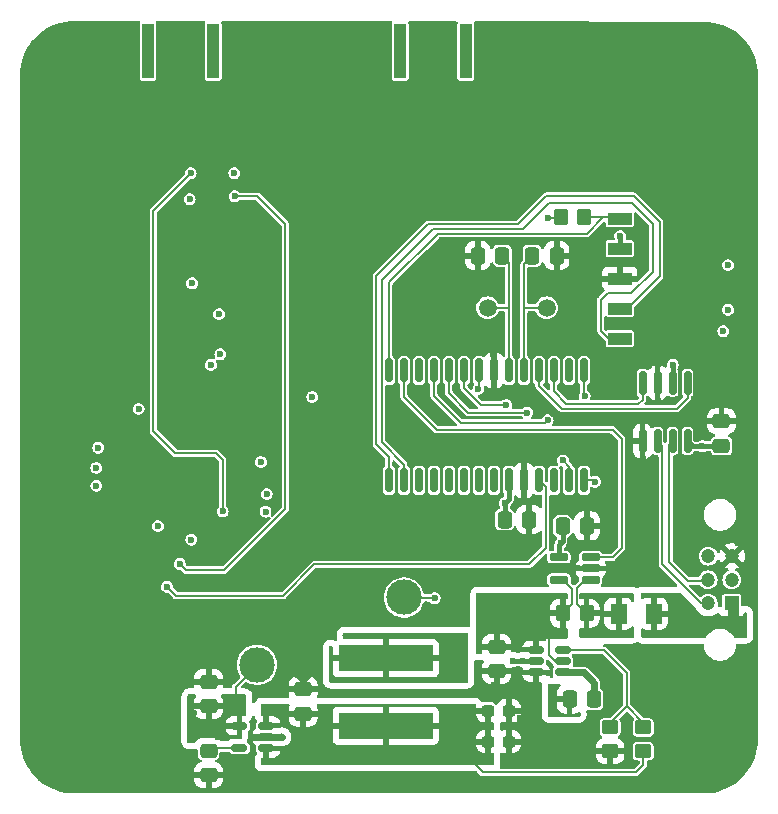
<source format=gbl>
%TF.GenerationSoftware,KiCad,Pcbnew,8.0.5+dfsg-1*%
%TF.CreationDate,2025-01-09T02:44:44+00:00*%
%TF.ProjectId,LTT,4c54542e-6b69-4636-9164-5f7063625858,rev?*%
%TF.SameCoordinates,Original*%
%TF.FileFunction,Copper,L4,Bot*%
%TF.FilePolarity,Positive*%
%FSLAX46Y46*%
G04 Gerber Fmt 4.6, Leading zero omitted, Abs format (unit mm)*
G04 Created by KiCad (PCBNEW 8.0.5+dfsg-1) date 2025-01-09 02:44:44*
%MOMM*%
%LPD*%
G01*
G04 APERTURE LIST*
G04 Aperture macros list*
%AMRoundRect*
0 Rectangle with rounded corners*
0 $1 Rounding radius*
0 $2 $3 $4 $5 $6 $7 $8 $9 X,Y pos of 4 corners*
0 Add a 4 corners polygon primitive as box body*
4,1,4,$2,$3,$4,$5,$6,$7,$8,$9,$2,$3,0*
0 Add four circle primitives for the rounded corners*
1,1,$1+$1,$2,$3*
1,1,$1+$1,$4,$5*
1,1,$1+$1,$6,$7*
1,1,$1+$1,$8,$9*
0 Add four rect primitives between the rounded corners*
20,1,$1+$1,$2,$3,$4,$5,0*
20,1,$1+$1,$4,$5,$6,$7,0*
20,1,$1+$1,$6,$7,$8,$9,0*
20,1,$1+$1,$8,$9,$2,$3,0*%
G04 Aperture macros list end*
%TA.AperFunction,ComponentPad*%
%ADD10C,0.800000*%
%TD*%
%TA.AperFunction,ComponentPad*%
%ADD11C,6.400000*%
%TD*%
%TA.AperFunction,SMDPad,CuDef*%
%ADD12R,1.000000X4.560000*%
%TD*%
%TA.AperFunction,ComponentPad*%
%ADD13R,1.200000X1.200000*%
%TD*%
%TA.AperFunction,ComponentPad*%
%ADD14C,1.200000*%
%TD*%
%TA.AperFunction,SMDPad,CuDef*%
%ADD15RoundRect,0.162500X0.617500X0.162500X-0.617500X0.162500X-0.617500X-0.162500X0.617500X-0.162500X0*%
%TD*%
%TA.AperFunction,SMDPad,CuDef*%
%ADD16RoundRect,0.237500X-0.300000X-0.237500X0.300000X-0.237500X0.300000X0.237500X-0.300000X0.237500X0*%
%TD*%
%TA.AperFunction,SMDPad,CuDef*%
%ADD17RoundRect,0.250000X0.475000X-0.337500X0.475000X0.337500X-0.475000X0.337500X-0.475000X-0.337500X0*%
%TD*%
%TA.AperFunction,SMDPad,CuDef*%
%ADD18RoundRect,0.250000X-0.350000X-0.450000X0.350000X-0.450000X0.350000X0.450000X-0.350000X0.450000X0*%
%TD*%
%TA.AperFunction,SMDPad,CuDef*%
%ADD19RoundRect,0.250000X-0.475000X0.337500X-0.475000X-0.337500X0.475000X-0.337500X0.475000X0.337500X0*%
%TD*%
%TA.AperFunction,SMDPad,CuDef*%
%ADD20RoundRect,0.250000X0.337500X0.475000X-0.337500X0.475000X-0.337500X-0.475000X0.337500X-0.475000X0*%
%TD*%
%TA.AperFunction,SMDPad,CuDef*%
%ADD21RoundRect,0.150000X-0.150000X0.875000X-0.150000X-0.875000X0.150000X-0.875000X0.150000X0.875000X0*%
%TD*%
%TA.AperFunction,SMDPad,CuDef*%
%ADD22RoundRect,0.250000X-0.450000X0.350000X-0.450000X-0.350000X0.450000X-0.350000X0.450000X0.350000X0*%
%TD*%
%TA.AperFunction,SMDPad,CuDef*%
%ADD23RoundRect,0.150000X-0.512500X-0.150000X0.512500X-0.150000X0.512500X0.150000X-0.512500X0.150000X0*%
%TD*%
%TA.AperFunction,SMDPad,CuDef*%
%ADD24C,3.000000*%
%TD*%
%TA.AperFunction,SMDPad,CuDef*%
%ADD25RoundRect,0.150000X-0.150000X0.825000X-0.150000X-0.825000X0.150000X-0.825000X0.150000X0.825000X0*%
%TD*%
%TA.AperFunction,SMDPad,CuDef*%
%ADD26RoundRect,0.150000X0.512500X0.150000X-0.512500X0.150000X-0.512500X-0.150000X0.512500X-0.150000X0*%
%TD*%
%TA.AperFunction,SMDPad,CuDef*%
%ADD27R,2.000000X1.000000*%
%TD*%
%TA.AperFunction,SMDPad,CuDef*%
%ADD28RoundRect,0.250000X-0.337500X-0.475000X0.337500X-0.475000X0.337500X0.475000X-0.337500X0.475000X0*%
%TD*%
%TA.AperFunction,SMDPad,CuDef*%
%ADD29RoundRect,0.250000X0.450000X-0.350000X0.450000X0.350000X-0.450000X0.350000X-0.450000X-0.350000X0*%
%TD*%
%TA.AperFunction,SMDPad,CuDef*%
%ADD30RoundRect,0.250001X-0.462499X-0.624999X0.462499X-0.624999X0.462499X0.624999X-0.462499X0.624999X0*%
%TD*%
%TA.AperFunction,ComponentPad*%
%ADD31C,1.500000*%
%TD*%
%TA.AperFunction,SMDPad,CuDef*%
%ADD32R,8.001000X2.209800*%
%TD*%
%TA.AperFunction,ViaPad*%
%ADD33C,0.600000*%
%TD*%
%TA.AperFunction,ViaPad*%
%ADD34C,0.350000*%
%TD*%
%TA.AperFunction,Conductor*%
%ADD35C,0.200000*%
%TD*%
%TA.AperFunction,Conductor*%
%ADD36C,0.400000*%
%TD*%
%TA.AperFunction,Conductor*%
%ADD37C,0.600000*%
%TD*%
%TA.AperFunction,Conductor*%
%ADD38C,0.416600*%
%TD*%
%TA.AperFunction,Conductor*%
%ADD39C,0.782320*%
%TD*%
%TA.AperFunction,Conductor*%
%ADD40C,0.900000*%
%TD*%
G04 APERTURE END LIST*
D10*
%TO.P,H3,1,1*%
%TO.N,GND*%
X114440000Y-81000000D03*
X115142944Y-79302944D03*
X115142944Y-82697056D03*
X116840000Y-78600000D03*
D11*
X116840000Y-81000000D03*
D10*
X116840000Y-83400000D03*
X118537056Y-79302944D03*
X118537056Y-82697056D03*
X119240000Y-81000000D03*
%TD*%
%TO.P,H1,1,1*%
%TO.N,GND*%
X167780000Y-81000000D03*
X168482944Y-79302944D03*
X168482944Y-82697056D03*
X170180000Y-78600000D03*
D11*
X170180000Y-81000000D03*
D10*
X170180000Y-83400000D03*
X171877056Y-79302944D03*
X171877056Y-82697056D03*
X172580000Y-81000000D03*
%TD*%
D12*
%TO.P,J2,SH3*%
%TO.N,N/C*%
X149970750Y-78958500D03*
%TO.P,J2,SH4*%
X144430750Y-78958500D03*
%TD*%
D10*
%TO.P,H2,1,1*%
%TO.N,GND*%
X167780000Y-137160000D03*
X168482944Y-135462944D03*
X168482944Y-138857056D03*
X170180000Y-134760000D03*
D11*
X170180000Y-137160000D03*
D10*
X170180000Y-139560000D03*
X171877056Y-135462944D03*
X171877056Y-138857056D03*
X172580000Y-137160000D03*
%TD*%
D12*
%TO.P,J3,SH3*%
%TO.N,N/C*%
X128600000Y-78958500D03*
%TO.P,J3,SH4*%
X123060000Y-78958500D03*
%TD*%
D10*
%TO.P,H4,1,1*%
%TO.N,GND*%
X114440000Y-137160000D03*
X115142944Y-135462944D03*
X115142944Y-138857056D03*
X116840000Y-134760000D03*
D11*
X116840000Y-137160000D03*
D10*
X116840000Y-139560000D03*
X118537056Y-135462944D03*
X118537056Y-138857056D03*
X119240000Y-137160000D03*
%TD*%
D13*
%TO.P,J4,1,Pin_1*%
%TO.N,Net-(J4-Pin_1)*%
X172500000Y-125700000D03*
D14*
%TO.P,J4,2,Pin_2*%
%TO.N,unconnected-(J4-Pin_2-Pad2)*%
X172500000Y-123700000D03*
%TO.P,J4,3,Pin_3*%
%TO.N,GND*%
X172500000Y-121700000D03*
%TO.P,J4,4,Pin_4*%
%TO.N,CANH*%
X170500000Y-125700000D03*
%TO.P,J4,5,Pin_5*%
%TO.N,CANL*%
X170500000Y-123700000D03*
%TO.P,J4,6*%
%TO.N,N/C*%
X170500000Y-121700000D03*
%TD*%
D15*
%TO.P,U7,1,VO*%
%TO.N,/MCU/CURR_AMP_CAN*%
X160565000Y-121792500D03*
%TO.P,U7,2,GND*%
%TO.N,GND*%
X160565000Y-122742500D03*
%TO.P,U7,3,IN+*%
%TO.N,Net-(U7-IN+)*%
X160565000Y-123692500D03*
%TO.P,U7,4,IN-*%
%TO.N,+12V*%
X157865000Y-123692500D03*
%TO.P,U7,5,VS*%
%TO.N,+5V*%
X157865000Y-121792500D03*
%TD*%
D16*
%TO.P,C45,1*%
%TO.N,+5V*%
X151875000Y-134800000D03*
%TO.P,C45,2*%
%TO.N,GND*%
X153600000Y-134800000D03*
%TD*%
D17*
%TO.P,C1,1*%
%TO.N,+5V*%
X171627500Y-112355000D03*
%TO.P,C1,2*%
%TO.N,GND*%
X171627500Y-110280000D03*
%TD*%
D18*
%TO.P,R12,1*%
%TO.N,+12V*%
X158200000Y-126542500D03*
%TO.P,R12,2*%
%TO.N,Net-(U7-IN+)*%
X160200000Y-126542500D03*
%TD*%
D19*
%TO.P,C42,1*%
%TO.N,+12V*%
X152600000Y-129362500D03*
%TO.P,C42,2*%
%TO.N,GND*%
X152600000Y-131437500D03*
%TD*%
D20*
%TO.P,C3,1*%
%TO.N,/MCU/OSC1*%
X153067500Y-96270000D03*
%TO.P,C3,2*%
%TO.N,GND*%
X150992500Y-96270000D03*
%TD*%
D19*
%TO.P,C47,1*%
%TO.N,Net-(U9-BP)*%
X128200000Y-138162500D03*
%TO.P,C47,2*%
%TO.N,GND*%
X128200000Y-140237500D03*
%TD*%
D21*
%TO.P,U2,1,~{MCLR}*%
%TO.N,/MCU/~{MCLR}*%
X143470000Y-105970000D03*
%TO.P,U2,2,RA0*%
%TO.N,/MCU/CURR_AMP_CAN*%
X144740000Y-105970000D03*
%TO.P,U2,3,RA1*%
%TO.N,unconnected-(U2-RA1-Pad3)*%
X146010000Y-105970000D03*
%TO.P,U2,4,RA2*%
%TO.N,/MCU/LED_GREEN*%
X147280000Y-105970000D03*
%TO.P,U2,5,RA3*%
%TO.N,/MCU/LED_BLUE*%
X148550000Y-105970000D03*
%TO.P,U2,6,RA4*%
%TO.N,/MCU/LED_RED*%
X149820000Y-105970000D03*
%TO.P,U2,7,RA5*%
%TO.N,/MCU/CS*%
X151090000Y-105970000D03*
%TO.P,U2,8,VSS*%
%TO.N,GND*%
X152360000Y-105970000D03*
%TO.P,U2,9,RA7/OSC1*%
%TO.N,/MCU/OSC1*%
X153630000Y-105970000D03*
%TO.P,U2,10,RA6/OSC2*%
%TO.N,/MCU/OSC2*%
X154900000Y-105970000D03*
%TO.P,U2,11,RC0*%
%TO.N,/MCU/CAN_RX*%
X156170000Y-105970000D03*
%TO.P,U2,12,RC1*%
%TO.N,/MCU/CAN_TX*%
X157440000Y-105970000D03*
%TO.P,U2,13,RC2*%
%TO.N,unconnected-(U2-RC2-Pad13)*%
X158710000Y-105970000D03*
%TO.P,U2,14,RC3*%
%TO.N,/MCU/SCLK*%
X159980000Y-105970000D03*
%TO.P,U2,15,RC4*%
%TO.N,/MCU/MOSI*%
X159980000Y-115270000D03*
%TO.P,U2,16,RC5*%
%TO.N,/MCU/MISO*%
X158710000Y-115270000D03*
%TO.P,U2,17,RC6*%
%TO.N,unconnected-(U2-RC6-Pad17)*%
X157440000Y-115270000D03*
%TO.P,U2,18,RC7*%
%TO.N,/MCU/RESET*%
X156170000Y-115270000D03*
%TO.P,U2,19,VSS*%
%TO.N,GND*%
X154900000Y-115270000D03*
%TO.P,U2,20,VDD*%
%TO.N,+5V*%
X153630000Y-115270000D03*
%TO.P,U2,21,RB0*%
%TO.N,unconnected-(U2-RB0-Pad21)*%
X152360000Y-115270000D03*
%TO.P,U2,22,RB1*%
%TO.N,unconnected-(U2-RB1-Pad22)*%
X151090000Y-115270000D03*
%TO.P,U2,23,RB2*%
%TO.N,unconnected-(U2-RB2-Pad23)*%
X149820000Y-115270000D03*
%TO.P,U2,24,RB3*%
%TO.N,unconnected-(U2-RB3-Pad24)*%
X148550000Y-115270000D03*
%TO.P,U2,25,RB4*%
%TO.N,unconnected-(U2-RB4-Pad25)*%
X147280000Y-115270000D03*
%TO.P,U2,26,RB5*%
%TO.N,unconnected-(U2-RB5-Pad26)*%
X146010000Y-115270000D03*
%TO.P,U2,27,RB6/ICSPCLK*%
%TO.N,/MCU/ICSPCLK*%
X144740000Y-115270000D03*
%TO.P,U2,28,RB7/ICSPDAT*%
%TO.N,/MCU/ICSPDAT*%
X143470000Y-115270000D03*
%TD*%
D22*
%TO.P,R14,1*%
%TO.N,Net-(U8-VFB)*%
X162200000Y-136200000D03*
%TO.P,R14,2*%
%TO.N,GND*%
X162200000Y-138200000D03*
%TD*%
D23*
%TO.P,U8,1,GND*%
%TO.N,GND*%
X155925000Y-131550000D03*
%TO.P,U8,2,SW*%
%TO.N,Net-(U8-SW)*%
X155925000Y-130600000D03*
%TO.P,U8,3,VIN*%
%TO.N,+12V*%
X155925000Y-129650000D03*
%TO.P,U8,4,VFB*%
%TO.N,Net-(U8-VFB)*%
X158200000Y-129650000D03*
%TO.P,U8,5,EN*%
%TO.N,+12V*%
X158200000Y-130600000D03*
%TO.P,U8,6,VBST*%
%TO.N,Net-(U8-VBST)*%
X158200000Y-131550000D03*
%TD*%
D24*
%TO.P,TP2,1,1*%
%TO.N,+3V3*%
X132300000Y-130900000D03*
%TD*%
D25*
%TO.P,U1,1,TXD*%
%TO.N,/MCU/CAN_TX*%
X164942500Y-107015000D03*
%TO.P,U1,2,VSS*%
%TO.N,GND*%
X166212500Y-107015000D03*
%TO.P,U1,3,VDD*%
%TO.N,+5V*%
X167482500Y-107015000D03*
%TO.P,U1,4,RXD*%
%TO.N,/MCU/CAN_RX*%
X168752500Y-107015000D03*
%TO.P,U1,5,VIO*%
%TO.N,+5V*%
X168752500Y-111965000D03*
%TO.P,U1,6,CANL*%
%TO.N,CANL*%
X167482500Y-111965000D03*
%TO.P,U1,7,CANH*%
%TO.N,CANH*%
X166212500Y-111965000D03*
%TO.P,U1,8,STBY*%
%TO.N,GND*%
X164942500Y-111965000D03*
%TD*%
D26*
%TO.P,U9,1,IN*%
%TO.N,+5V*%
X133092500Y-136060000D03*
%TO.P,U9,2,GND*%
%TO.N,GND*%
X133092500Y-137010000D03*
%TO.P,U9,3,EN*%
%TO.N,+5V*%
X133092500Y-137960000D03*
%TO.P,U9,4,BP*%
%TO.N,Net-(U9-BP)*%
X130817500Y-137960000D03*
%TO.P,U9,5,OUT*%
%TO.N,+3V3*%
X130817500Y-136060000D03*
%TD*%
D27*
%TO.P,J1,1,Pin_1*%
%TO.N,/MCU/ICSPCLK*%
X163012500Y-103280000D03*
%TO.P,J1,2,Pin_2*%
%TO.N,/MCU/ICSPDAT*%
X163012500Y-100740000D03*
%TO.P,J1,3,Pin_3*%
%TO.N,GND*%
X163012500Y-98200000D03*
%TO.P,J1,4,Pin_4*%
%TO.N,+5V*%
X163012500Y-95660000D03*
%TO.P,J1,5,Pin_5*%
%TO.N,/MCU/~{MCLR}*%
X163012500Y-93120000D03*
%TD*%
D16*
%TO.P,C44,1*%
%TO.N,+5V*%
X151875000Y-137400000D03*
%TO.P,C44,2*%
%TO.N,GND*%
X153600000Y-137400000D03*
%TD*%
D28*
%TO.P,C41,1*%
%TO.N,+5V*%
X158177500Y-119142500D03*
%TO.P,C41,2*%
%TO.N,GND*%
X160252500Y-119142500D03*
%TD*%
D17*
%TO.P,C46,1*%
%TO.N,+5V*%
X136200000Y-135037500D03*
%TO.P,C46,2*%
%TO.N,GND*%
X136200000Y-132962500D03*
%TD*%
%TO.P,C48,1*%
%TO.N,+3V3*%
X128200000Y-134400000D03*
%TO.P,C48,2*%
%TO.N,GND*%
X128200000Y-132325000D03*
%TD*%
D18*
%TO.P,R1,1*%
%TO.N,+5V*%
X158000000Y-93000000D03*
%TO.P,R1,2*%
%TO.N,/MCU/~{MCLR}*%
X160000000Y-93000000D03*
%TD*%
D29*
%TO.P,R13,1*%
%TO.N,+5V*%
X165000000Y-138200000D03*
%TO.P,R13,2*%
%TO.N,Net-(U8-VFB)*%
X165000000Y-136200000D03*
%TD*%
D30*
%TO.P,F1,1*%
%TO.N,Net-(U7-IN+)*%
X162912500Y-126585000D03*
%TO.P,F1,2*%
%TO.N,Net-(J4-Pin_1)*%
X165887500Y-126585000D03*
%TD*%
D24*
%TO.P,TP1,1,1*%
%TO.N,+5V*%
X144750000Y-125200000D03*
%TD*%
D20*
%TO.P,C2,1*%
%TO.N,GND*%
X155337500Y-118600000D03*
%TO.P,C2,2*%
%TO.N,+5V*%
X153262500Y-118600000D03*
%TD*%
D28*
%TO.P,C43,1*%
%TO.N,Net-(U8-SW)*%
X158762500Y-133800000D03*
%TO.P,C43,2*%
%TO.N,Net-(U8-VBST)*%
X160837500Y-133800000D03*
%TD*%
D31*
%TO.P,Y1,1,1*%
%TO.N,/MCU/OSC1*%
X151820000Y-100670000D03*
%TO.P,Y1,2,2*%
%TO.N,/MCU/OSC2*%
X156820000Y-100670000D03*
%TD*%
D28*
%TO.P,C4,1*%
%TO.N,/MCU/OSC2*%
X155592500Y-96270000D03*
%TO.P,C4,2*%
%TO.N,GND*%
X157667500Y-96270000D03*
%TD*%
D32*
%TO.P,L10,1,1*%
%TO.N,Net-(U8-SW)*%
X143200000Y-130342500D03*
%TO.P,L10,2,2*%
%TO.N,+5V*%
X143200000Y-136057500D03*
%TD*%
D33*
%TO.N,+5V*%
X153300000Y-117200000D03*
X147500000Y-139000000D03*
X141500000Y-139000000D03*
X158000000Y-120600000D03*
X149500000Y-139000000D03*
X129200000Y-104600000D03*
X167500000Y-105500000D03*
X172180000Y-97050000D03*
X145500000Y-139000000D03*
X170000000Y-112400000D03*
X149500000Y-136100000D03*
X126800000Y-98600000D03*
X128400000Y-105500000D03*
X147350000Y-125250000D03*
X163050000Y-94600000D03*
X171780000Y-102650000D03*
X156900000Y-93100000D03*
X151500000Y-139000000D03*
X139500000Y-139000000D03*
X172180000Y-100850000D03*
X143500000Y-139000000D03*
X129100000Y-101200000D03*
%TO.N,GND*%
X150000000Y-82500000D03*
X124800000Y-116573750D03*
X130506250Y-88256250D03*
X154600000Y-135400000D03*
X174300000Y-88000000D03*
X139000000Y-133300000D03*
X158700000Y-112500000D03*
D34*
X131422500Y-103200000D03*
D33*
X159000000Y-96200000D03*
X165500000Y-123200000D03*
X156800000Y-104600000D03*
X112700000Y-132000000D03*
X166250000Y-108500000D03*
X133900000Y-99800000D03*
X123750000Y-128500000D03*
X128200000Y-131000000D03*
X140000000Y-97750000D03*
X147600000Y-104400000D03*
X148100000Y-133300000D03*
X129150000Y-102333300D03*
X136600000Y-131800000D03*
X121500000Y-140800000D03*
X126800000Y-115473750D03*
X133800000Y-117128750D03*
X147900000Y-140800000D03*
X113750000Y-126250000D03*
X137500000Y-86250000D03*
X113750000Y-106250000D03*
X150150000Y-92950000D03*
X125800000Y-114373750D03*
D34*
X131100000Y-104900000D03*
D33*
X120641250Y-118100000D03*
X120182500Y-105400000D03*
X138900000Y-106300000D03*
D34*
X132022500Y-102000000D03*
D33*
X165920002Y-123760002D03*
X140000000Y-121750000D03*
X156900000Y-112900000D03*
D34*
X130822500Y-103200000D03*
D33*
X150600000Y-118800000D03*
X168000000Y-117600000D03*
X130300000Y-140800000D03*
X122300000Y-108200000D03*
X113750000Y-121250000D03*
X133100000Y-114528750D03*
X147700000Y-96800000D03*
X165500000Y-140800000D03*
X163800000Y-113400000D03*
X130581250Y-92181250D03*
X174300000Y-96800000D03*
X133025000Y-112825000D03*
D34*
X128956250Y-88856250D03*
D33*
X156700000Y-88000000D03*
X149600000Y-96200000D03*
X135800000Y-131800000D03*
X161900000Y-115400000D03*
X133750000Y-128500000D03*
X159457500Y-122742500D03*
D34*
X130822500Y-102000000D03*
D33*
X165000000Y-113400000D03*
X124200000Y-108000000D03*
X152300000Y-104600000D03*
X113750000Y-91250000D03*
X132500000Y-86250000D03*
D34*
X131422500Y-102000000D03*
D33*
X134400000Y-137000000D03*
X165500000Y-114400000D03*
X117000000Y-121400000D03*
X144500000Y-82500000D03*
X157000000Y-131600000D03*
X125000000Y-86250000D03*
X165500000Y-132000000D03*
X117350000Y-78950000D03*
X124700000Y-107500000D03*
X126750000Y-121200000D03*
X174300000Y-123200000D03*
X125800000Y-116573750D03*
X124800000Y-114373750D03*
X118100000Y-113300000D03*
X126831250Y-88131250D03*
X118300000Y-124100000D03*
D34*
X133600000Y-103300000D03*
D33*
X140000000Y-112750000D03*
X161000000Y-107600000D03*
X174300000Y-114400000D03*
D34*
X128156250Y-88881250D03*
D33*
X147900000Y-88000000D03*
X140000000Y-92750000D03*
X140000000Y-117750000D03*
X117000000Y-122500000D03*
X151600000Y-108200000D03*
X156600000Y-123200000D03*
X128581250Y-92881250D03*
X123000000Y-82500000D03*
X123950000Y-122250000D03*
X121500000Y-132000000D03*
X139100000Y-79200000D03*
X130100000Y-132000000D03*
D34*
X132022500Y-103200000D03*
D33*
X173000000Y-120600000D03*
X140000000Y-87750000D03*
X160200000Y-120600000D03*
D34*
X128981250Y-91606250D03*
D33*
X118750000Y-86250000D03*
X124800000Y-115473750D03*
X162200000Y-139300000D03*
X147900000Y-116700000D03*
X136000000Y-94700000D03*
X139100000Y-140800000D03*
X165500000Y-105600000D03*
X137850000Y-108250000D03*
X130300000Y-79200000D03*
X136000000Y-95500000D03*
X163800000Y-110400000D03*
X131810000Y-137010000D03*
X122800000Y-121700000D03*
D34*
X131422500Y-102600000D03*
D33*
X155300000Y-117200000D03*
X121500000Y-79200000D03*
X115900000Y-117700000D03*
X128500000Y-82500000D03*
X118050000Y-116300000D03*
X164900000Y-96800000D03*
X113750000Y-86250000D03*
X126413750Y-92648750D03*
X128750000Y-128500000D03*
X118750000Y-128500000D03*
X147900000Y-123200000D03*
X125800000Y-115500000D03*
X140000000Y-126750000D03*
X153800000Y-112000000D03*
X165800000Y-117600000D03*
X168000000Y-113400000D03*
X174300000Y-105600000D03*
X165800000Y-120400000D03*
X156700000Y-140800000D03*
X168000000Y-110400000D03*
X129400000Y-96600000D03*
X170000000Y-111000000D03*
X118800000Y-111600000D03*
X119582500Y-105800000D03*
D34*
X133600000Y-102300000D03*
D33*
X113750000Y-116250000D03*
D34*
X128231250Y-91606250D03*
D33*
X128581250Y-87431250D03*
X152400000Y-132600000D03*
X165500000Y-79200000D03*
X140000000Y-102750000D03*
D34*
X131000000Y-100300000D03*
D33*
X140000000Y-107750000D03*
D34*
X130822500Y-102600000D03*
D33*
X165500000Y-88000000D03*
D34*
X132022500Y-102600000D03*
D33*
X174300000Y-132000000D03*
X113750000Y-96250000D03*
X119523750Y-124200000D03*
X129756250Y-107556250D03*
X168200000Y-120400000D03*
X136600000Y-95100000D03*
X133650000Y-115728750D03*
X156700000Y-79200000D03*
X166212500Y-105512500D03*
X126800000Y-114373750D03*
X118100000Y-114834829D03*
X126900000Y-140200000D03*
X120182500Y-106200000D03*
X113750000Y-101250000D03*
X113750000Y-111250000D03*
X126800000Y-97500000D03*
X138750000Y-128500000D03*
X154700000Y-137400000D03*
X126800000Y-116573750D03*
X148000000Y-112000000D03*
D34*
X133600000Y-101800000D03*
X133600000Y-102800000D03*
D33*
%TO.N,+3V3*%
X126606250Y-91481250D03*
X132621250Y-113728750D03*
X129000000Y-137000000D03*
X118865129Y-112512463D03*
X127000000Y-135000000D03*
X130373894Y-89274011D03*
X133121250Y-116438750D03*
X130000000Y-134000000D03*
X118700000Y-114234829D03*
X131000000Y-135000000D03*
X136978750Y-108223750D03*
X133021250Y-117928750D03*
X128000000Y-136000000D03*
X126750000Y-120300000D03*
X118706896Y-115738750D03*
X122271250Y-109238750D03*
X123900000Y-119150000D03*
X127000000Y-137000000D03*
%TO.N,/RF/Antenna_Switch*%
X129400000Y-117900000D03*
X126681250Y-89281250D03*
%TO.N,Net-(U8-SW)*%
X149400000Y-130800000D03*
X154000000Y-130600000D03*
X157400000Y-133200000D03*
X148600000Y-130000000D03*
X149400000Y-130000000D03*
X157400000Y-134200000D03*
X154800000Y-130600000D03*
X148600000Y-130800000D03*
%TO.N,/MCU/LED_GREEN*%
X156900000Y-110200000D03*
%TO.N,/MCU/LED_BLUE*%
X155150000Y-109550000D03*
%TO.N,/MCU/LED_RED*%
X153400000Y-108900000D03*
%TO.N,/MCU/MOSI*%
X160900000Y-115400000D03*
%TO.N,/MCU/RESET*%
X124700000Y-124300000D03*
%TO.N,/MCU/SCLK*%
X160050000Y-108150000D03*
%TO.N,/MCU/CS*%
X151050000Y-107550000D03*
%TO.N,/MCU/MISO*%
X158200000Y-113600000D03*
%TO.N,/RF/SW*%
X130431250Y-91231250D03*
X125750000Y-122350000D03*
%TD*%
D35*
%TO.N,+5V*%
X165000000Y-138200000D02*
X165000000Y-139400000D01*
X165000000Y-139400000D02*
X164400000Y-140000000D01*
D36*
X163012500Y-94637500D02*
X163012500Y-95660000D01*
D35*
X144750000Y-125200000D02*
X144750000Y-125250000D01*
D36*
X170000000Y-112400000D02*
X169187500Y-112400000D01*
X171627500Y-112355000D02*
X170045000Y-112355000D01*
X170045000Y-112355000D02*
X170000000Y-112400000D01*
D35*
X151400000Y-140000000D02*
X149800000Y-138400000D01*
D36*
X157865000Y-120735000D02*
X158000000Y-120600000D01*
D35*
X147350000Y-125250000D02*
X144750000Y-125200000D01*
D36*
X158177500Y-119142500D02*
X158177500Y-120422500D01*
X167500000Y-106997500D02*
X167482500Y-107015000D01*
X169187500Y-112400000D02*
X168752500Y-111965000D01*
D35*
X164400000Y-140000000D02*
X151400000Y-140000000D01*
D36*
X153630000Y-115270000D02*
X153630000Y-116870000D01*
X167500000Y-105500000D02*
X167500000Y-106997500D01*
X153300000Y-118562500D02*
X153262500Y-118600000D01*
X157865000Y-121792500D02*
X157865000Y-120735000D01*
X163050000Y-94600000D02*
X163012500Y-94637500D01*
D35*
X156900000Y-93100000D02*
X157900000Y-93100000D01*
X157900000Y-93100000D02*
X158000000Y-93000000D01*
D36*
X158177500Y-120422500D02*
X158000000Y-120600000D01*
X153630000Y-116870000D02*
X153300000Y-117200000D01*
X153300000Y-117200000D02*
X153300000Y-118562500D01*
%TO.N,GND*%
X155300000Y-118562500D02*
X155337500Y-118600000D01*
X160252500Y-120547500D02*
X160200000Y-120600000D01*
X160252500Y-119142500D02*
X160252500Y-120547500D01*
D37*
X133092500Y-137010000D02*
X134390000Y-137010000D01*
D36*
X152300000Y-104600000D02*
X152300000Y-105910000D01*
D37*
X136200000Y-132200000D02*
X136600000Y-131800000D01*
D36*
X155300000Y-117200000D02*
X155300000Y-118562500D01*
X154900000Y-116800000D02*
X155300000Y-117200000D01*
X164942500Y-113342500D02*
X165000000Y-113400000D01*
D37*
X136200000Y-132962500D02*
X136200000Y-132200000D01*
D36*
X152300000Y-105910000D02*
X152360000Y-105970000D01*
X159457500Y-122742500D02*
X160565000Y-122742500D01*
D37*
X134390000Y-137010000D02*
X134400000Y-137000000D01*
X131810000Y-137010000D02*
X133092500Y-137010000D01*
X136200000Y-132200000D02*
X135800000Y-131800000D01*
D36*
X154900000Y-115270000D02*
X154900000Y-116800000D01*
D35*
%TO.N,/MCU/OSC1*%
X153630000Y-105970000D02*
X153630000Y-100600000D01*
X151820000Y-100670000D02*
X153560000Y-100670000D01*
X153630000Y-96832500D02*
X153067500Y-96270000D01*
X153067500Y-96270000D02*
X153067500Y-96932500D01*
X153630000Y-100600000D02*
X153630000Y-96832500D01*
X153560000Y-100670000D02*
X153630000Y-100600000D01*
%TO.N,/MCU/OSC2*%
X154900000Y-96962500D02*
X155592500Y-96270000D01*
X154900000Y-105970000D02*
X154900000Y-100600000D01*
X154970000Y-100670000D02*
X154900000Y-100600000D01*
X155592500Y-96270000D02*
X155592500Y-96842500D01*
X156820000Y-100670000D02*
X154970000Y-100670000D01*
X154900000Y-100600000D02*
X154900000Y-96962500D01*
%TO.N,+3V3*%
X132250000Y-131000000D02*
X130500000Y-132750000D01*
X130500000Y-132750000D02*
X130500000Y-133750000D01*
%TO.N,/RF/Antenna_Switch*%
X129400000Y-117900000D02*
X129400000Y-113550000D01*
X129400000Y-113550000D02*
X128850000Y-113000000D01*
X125400000Y-113000000D02*
X123500000Y-111100000D01*
X123500000Y-92462500D02*
X126681250Y-89281250D01*
X123500000Y-111100000D02*
X123500000Y-92462500D01*
X128850000Y-113000000D02*
X125400000Y-113000000D01*
%TO.N,+12V*%
X157537501Y-130600000D02*
X157000000Y-130062499D01*
X158200000Y-126542500D02*
X159000000Y-125742500D01*
X159000000Y-125742500D02*
X159000000Y-124513750D01*
X159000000Y-124513750D02*
X158178750Y-123692500D01*
X158200000Y-130600000D02*
X157537501Y-130600000D01*
X158178750Y-123692500D02*
X157865000Y-123692500D01*
X157000000Y-130062499D02*
X157000000Y-128000000D01*
D37*
%TO.N,Net-(U8-VBST)*%
X160837500Y-132437500D02*
X160837500Y-133800000D01*
X159950000Y-131550000D02*
X160837500Y-132437500D01*
X158200000Y-131550000D02*
X159950000Y-131550000D01*
D38*
%TO.N,Net-(U8-SW)*%
X155925000Y-130600000D02*
X154000000Y-130600000D01*
D35*
%TO.N,Net-(U9-BP)*%
X130817500Y-137960000D02*
X128402500Y-137960000D01*
X128402500Y-137960000D02*
X128200000Y-138162500D01*
%TO.N,/MCU/LED_GREEN*%
X156900000Y-110200000D02*
X156700000Y-110400000D01*
X147280000Y-108130000D02*
X147280000Y-105970000D01*
X149550000Y-110400000D02*
X147280000Y-108130000D01*
X156700000Y-110400000D02*
X149550000Y-110400000D01*
%TO.N,/MCU/LED_BLUE*%
X155150000Y-109550000D02*
X150200000Y-109550000D01*
X150200000Y-109550000D02*
X148550000Y-107900000D01*
X148550000Y-107900000D02*
X148550000Y-105970000D01*
%TO.N,/MCU/LED_RED*%
X149820000Y-107468529D02*
X149820000Y-105970000D01*
X153400000Y-108900000D02*
X151251471Y-108900000D01*
X151251471Y-108900000D02*
X149820000Y-107468529D01*
%TO.N,Net-(U7-IN+)*%
X160200000Y-126542500D02*
X159400000Y-125742500D01*
X159400000Y-124400000D02*
X160107500Y-123692500D01*
D39*
X160242500Y-126585000D02*
X160200000Y-126542500D01*
D35*
X159400000Y-125742500D02*
X159400000Y-124400000D01*
X160107500Y-123692500D02*
X160565000Y-123692500D01*
D40*
%TO.N,Net-(J4-Pin_1)*%
X172600000Y-125800000D02*
X172600000Y-127200000D01*
X172500000Y-125700000D02*
X172600000Y-125800000D01*
D35*
%TO.N,/MCU/~{MCLR}*%
X160000000Y-93000000D02*
X161600000Y-93000000D01*
X162892500Y-93000000D02*
X163012500Y-93120000D01*
X161600000Y-93000000D02*
X162000000Y-93000000D01*
X162000000Y-93000000D02*
X162892500Y-93000000D01*
X143470000Y-105970000D02*
X143470000Y-98530000D01*
X143470000Y-98530000D02*
X147600000Y-94400000D01*
X163280000Y-93150000D02*
X163280000Y-92870000D01*
X147600000Y-94400000D02*
X160200000Y-94400000D01*
X160200000Y-94400000D02*
X161600000Y-93000000D01*
%TO.N,/MCU/ICSPDAT*%
X143470000Y-113270000D02*
X142400000Y-112200000D01*
X164200000Y-91200000D02*
X166400000Y-93400000D01*
X166400000Y-93400000D02*
X166400000Y-98000000D01*
X166400000Y-98000000D02*
X163660000Y-100740000D01*
X146800000Y-93600000D02*
X154400000Y-93600000D01*
X142400000Y-112200000D02*
X142400000Y-98000000D01*
X156800000Y-91200000D02*
X164200000Y-91200000D01*
X154400000Y-93600000D02*
X156800000Y-91200000D01*
X142400000Y-98000000D02*
X146800000Y-93600000D01*
X143470000Y-115270000D02*
X143470000Y-113270000D01*
X163660000Y-100740000D02*
X163012500Y-100740000D01*
%TO.N,/MCU/ICSPCLK*%
X142870000Y-98330000D02*
X142870000Y-112070000D01*
X161400000Y-102600000D02*
X161400000Y-100000000D01*
X164034314Y-91800000D02*
X157000000Y-91800000D01*
X162000000Y-99400000D02*
X164000000Y-99400000D01*
X144740000Y-113940000D02*
X144740000Y-115270000D01*
X154800000Y-94000000D02*
X147200000Y-94000000D01*
X163012500Y-103280000D02*
X162080000Y-103280000D01*
X162080000Y-103280000D02*
X161400000Y-102600000D01*
X161400000Y-100000000D02*
X162000000Y-99400000D01*
X142870000Y-112070000D02*
X144740000Y-113940000D01*
X147200000Y-94000000D02*
X142870000Y-98330000D01*
X165800000Y-97600000D02*
X165800000Y-93565686D01*
X165800000Y-93565686D02*
X164034314Y-91800000D01*
X164000000Y-99400000D02*
X165800000Y-97600000D01*
X157000000Y-91800000D02*
X154800000Y-94000000D01*
%TO.N,CANH*%
X166212500Y-111965000D02*
X166600000Y-112352500D01*
X169900000Y-125700000D02*
X170500000Y-125700000D01*
X166600000Y-122400000D02*
X169900000Y-125700000D01*
X166600000Y-112352500D02*
X166600000Y-122400000D01*
%TO.N,CANL*%
X168800000Y-123800000D02*
X170400000Y-123800000D01*
X167200000Y-122200000D02*
X168800000Y-123800000D01*
X167200000Y-112247500D02*
X167200000Y-122200000D01*
X170400000Y-123800000D02*
X170500000Y-123700000D01*
X167482500Y-111965000D02*
X167200000Y-112247500D01*
%TO.N,Net-(U8-VFB)*%
X163600000Y-134400000D02*
X165000000Y-135800000D01*
X162200000Y-136200000D02*
X162200000Y-135800000D01*
X158200000Y-129650000D02*
X161650000Y-129650000D01*
X165000000Y-135800000D02*
X165000000Y-136200000D01*
X163600000Y-134400000D02*
X163600000Y-131600000D01*
X161650000Y-129650000D02*
X163600000Y-131600000D01*
X162200000Y-135800000D02*
X163600000Y-134400000D01*
%TO.N,/MCU/CAN_RX*%
X156170000Y-107270000D02*
X158100000Y-109200000D01*
X167848529Y-109200000D02*
X158100000Y-109200000D01*
X167848529Y-109200000D02*
X168752500Y-108296029D01*
X156170000Y-105970000D02*
X156170000Y-107270000D01*
X168752500Y-108296029D02*
X168752500Y-107015000D01*
%TO.N,/MCU/CAN_TX*%
X157440000Y-107740000D02*
X158500000Y-108800000D01*
X158500000Y-108800000D02*
X164600000Y-108800000D01*
X164600000Y-108800000D02*
X164942500Y-108457500D01*
X164942500Y-108457500D02*
X164942500Y-107015000D01*
X157440000Y-105970000D02*
X157440000Y-107740000D01*
%TO.N,/MCU/MOSI*%
X159980000Y-115270000D02*
X160770000Y-115270000D01*
X160770000Y-115270000D02*
X160900000Y-115400000D01*
%TO.N,/MCU/CURR_AMP_CAN*%
X160565000Y-121792500D02*
X162407500Y-121792500D01*
X163200000Y-111800000D02*
X162400000Y-111000000D01*
X162407500Y-121792500D02*
X163200000Y-121000000D01*
X147500000Y-111000000D02*
X162400000Y-111000000D01*
X147500000Y-111000000D02*
X144740000Y-108240000D01*
X163200000Y-121000000D02*
X163200000Y-111800000D01*
X144740000Y-108240000D02*
X144740000Y-105970000D01*
%TO.N,/MCU/RESET*%
X124700000Y-124300000D02*
X125450000Y-125050000D01*
X155350000Y-122400000D02*
X156750000Y-121000000D01*
X156750000Y-121000000D02*
X156750000Y-115850000D01*
X134500000Y-125050000D02*
X137150000Y-122400000D01*
X156750000Y-115850000D02*
X156170000Y-115270000D01*
X125450000Y-125050000D02*
X134500000Y-125050000D01*
X137150000Y-122400000D02*
X155350000Y-122400000D01*
%TO.N,/MCU/SCLK*%
X159980000Y-108080000D02*
X159980000Y-105970000D01*
X160050000Y-108150000D02*
X159980000Y-108080000D01*
%TO.N,/MCU/CS*%
X151090000Y-107510000D02*
X151050000Y-107550000D01*
X151090000Y-105970000D02*
X151090000Y-107510000D01*
%TO.N,/MCU/MISO*%
X158200000Y-113600000D02*
X158710000Y-114110000D01*
X158710000Y-114110000D02*
X158710000Y-115270000D01*
%TO.N,/RF/SW*%
X134700000Y-117700000D02*
X134700000Y-93600000D01*
X129527500Y-122872500D02*
X134700000Y-117700000D01*
X132331250Y-91231250D02*
X130431250Y-91231250D01*
X134700000Y-93600000D02*
X132331250Y-91231250D01*
X126272500Y-122872500D02*
X129527500Y-122872500D01*
X125750000Y-122350000D02*
X126272500Y-122872500D01*
%TD*%
%TA.AperFunction,Conductor*%
%TO.N,Net-(J4-Pin_1)*%
G36*
X168166441Y-124819685D02*
G01*
X168187083Y-124836319D01*
X169474359Y-126123595D01*
X169497678Y-126156005D01*
X169560325Y-126281819D01*
X169683237Y-126444581D01*
X169833958Y-126581980D01*
X169833960Y-126581982D01*
X169833962Y-126581983D01*
X170007363Y-126689348D01*
X170197544Y-126763024D01*
X170398024Y-126800500D01*
X170398026Y-126800500D01*
X170601974Y-126800500D01*
X170601976Y-126800500D01*
X170802456Y-126763024D01*
X170992637Y-126689348D01*
X171166041Y-126581981D01*
X171258416Y-126497769D01*
X171321216Y-126467155D01*
X171390603Y-126475352D01*
X171444544Y-126519762D01*
X171452129Y-126534449D01*
X171452396Y-126534304D01*
X171456649Y-126542093D01*
X171542809Y-126657187D01*
X171542812Y-126657190D01*
X171657906Y-126743350D01*
X171657913Y-126743354D01*
X171792620Y-126793596D01*
X171792627Y-126793598D01*
X171852155Y-126799999D01*
X171852172Y-126800000D01*
X172250000Y-126800000D01*
X172250000Y-125930833D01*
X172291235Y-125972068D01*
X172368765Y-126016830D01*
X172455238Y-126040000D01*
X172544762Y-126040000D01*
X172631235Y-126016830D01*
X172708765Y-125972068D01*
X172750000Y-125930833D01*
X172750000Y-126800000D01*
X173147828Y-126800000D01*
X173147844Y-126799999D01*
X173207372Y-126793598D01*
X173207379Y-126793596D01*
X173342086Y-126743354D01*
X173342093Y-126743350D01*
X173457187Y-126657190D01*
X173457190Y-126657187D01*
X173543350Y-126542093D01*
X173543354Y-126542086D01*
X173559818Y-126497945D01*
X173601689Y-126442011D01*
X173667153Y-126417594D01*
X173735426Y-126432445D01*
X173784832Y-126481851D01*
X173800000Y-126541278D01*
X173800000Y-128476000D01*
X173780315Y-128543039D01*
X173727511Y-128588794D01*
X173676000Y-128600000D01*
X172785973Y-128600000D01*
X172718934Y-128580315D01*
X172675488Y-128532294D01*
X172655050Y-128492182D01*
X172530109Y-128320213D01*
X172379786Y-128169890D01*
X172207820Y-128044951D01*
X172018414Y-127948444D01*
X172018413Y-127948443D01*
X172018412Y-127948443D01*
X171816243Y-127882754D01*
X171816241Y-127882753D01*
X171816240Y-127882753D01*
X171654957Y-127857208D01*
X171606287Y-127849500D01*
X171393713Y-127849500D01*
X171345042Y-127857208D01*
X171183760Y-127882753D01*
X170981585Y-127948444D01*
X170792179Y-128044951D01*
X170620213Y-128169890D01*
X170469890Y-128320213D01*
X170344949Y-128492182D01*
X170324512Y-128532294D01*
X170276538Y-128583090D01*
X170214027Y-128600000D01*
X164924000Y-128600000D01*
X164856961Y-128580315D01*
X164811206Y-128527511D01*
X164800000Y-128476000D01*
X164800000Y-127927864D01*
X164819685Y-127860825D01*
X164872489Y-127815070D01*
X164941647Y-127805126D01*
X164989097Y-127822326D01*
X165105870Y-127894353D01*
X165105881Y-127894358D01*
X165272303Y-127949505D01*
X165272310Y-127949506D01*
X165375014Y-127959999D01*
X165375027Y-127960000D01*
X165637500Y-127960000D01*
X166137500Y-127960000D01*
X166399973Y-127960000D01*
X166399985Y-127959999D01*
X166502689Y-127949506D01*
X166502696Y-127949505D01*
X166669118Y-127894358D01*
X166669123Y-127894356D01*
X166818344Y-127802315D01*
X166942315Y-127678344D01*
X167034356Y-127529123D01*
X167034358Y-127529118D01*
X167089505Y-127362696D01*
X167089506Y-127362689D01*
X167099999Y-127259985D01*
X167100000Y-127259972D01*
X167100000Y-126835000D01*
X166137500Y-126835000D01*
X166137500Y-127960000D01*
X165637500Y-127960000D01*
X165637500Y-126335000D01*
X166137500Y-126335000D01*
X167100000Y-126335000D01*
X167100000Y-125910027D01*
X167099999Y-125910014D01*
X167089506Y-125807310D01*
X167089505Y-125807303D01*
X167034358Y-125640881D01*
X167034356Y-125640876D01*
X166942315Y-125491655D01*
X166818344Y-125367684D01*
X166669123Y-125275643D01*
X166669118Y-125275641D01*
X166502696Y-125220494D01*
X166502689Y-125220493D01*
X166399985Y-125210000D01*
X166137500Y-125210000D01*
X166137500Y-126335000D01*
X165637500Y-126335000D01*
X165637500Y-125210000D01*
X165375014Y-125210000D01*
X165272310Y-125220493D01*
X165272303Y-125220494D01*
X165105881Y-125275641D01*
X165105876Y-125275643D01*
X164989097Y-125347674D01*
X164921704Y-125366114D01*
X164855041Y-125345191D01*
X164810271Y-125291549D01*
X164800000Y-125242135D01*
X164800000Y-124924000D01*
X164819685Y-124856961D01*
X164872489Y-124811206D01*
X164924000Y-124800000D01*
X168099402Y-124800000D01*
X168166441Y-124819685D01*
G37*
%TD.AperFunction*%
%TD*%
%TA.AperFunction,Conductor*%
%TO.N,Net-(U8-SW)*%
G36*
X157963696Y-132519685D02*
G01*
X158009451Y-132572489D01*
X158019395Y-132641647D01*
X157990370Y-132705203D01*
X157961754Y-132729539D01*
X157956654Y-132732684D01*
X157832684Y-132856654D01*
X157740643Y-133005875D01*
X157740641Y-133005880D01*
X157685494Y-133172302D01*
X157685493Y-133172309D01*
X157675000Y-133275013D01*
X157675000Y-133550000D01*
X158888500Y-133550000D01*
X158955539Y-133569685D01*
X159001294Y-133622489D01*
X159012500Y-133674000D01*
X159012500Y-135024999D01*
X159149972Y-135024999D01*
X159149986Y-135024998D01*
X159252697Y-135014505D01*
X159419119Y-134959358D01*
X159419130Y-134959353D01*
X159510903Y-134902747D01*
X159578295Y-134884306D01*
X159644959Y-134905228D01*
X159689728Y-134958870D01*
X159700000Y-135008285D01*
X159700000Y-135176000D01*
X159680315Y-135243039D01*
X159627511Y-135288794D01*
X159576000Y-135300000D01*
X157024000Y-135300000D01*
X156956961Y-135280315D01*
X156911206Y-135227511D01*
X156900000Y-135176000D01*
X156900000Y-134324986D01*
X157675001Y-134324986D01*
X157685494Y-134427697D01*
X157740641Y-134594119D01*
X157740643Y-134594124D01*
X157832684Y-134743345D01*
X157956654Y-134867315D01*
X158105875Y-134959356D01*
X158105880Y-134959358D01*
X158272302Y-135014505D01*
X158272309Y-135014506D01*
X158375019Y-135024999D01*
X158512499Y-135024999D01*
X158512500Y-135024998D01*
X158512500Y-134050000D01*
X157675001Y-134050000D01*
X157675001Y-134324986D01*
X156900000Y-134324986D01*
X156900000Y-132624000D01*
X156919685Y-132556961D01*
X156972489Y-132511206D01*
X157024000Y-132500000D01*
X157896657Y-132500000D01*
X157963696Y-132519685D01*
G37*
%TD.AperFunction*%
%TD*%
%TA.AperFunction,Conductor*%
%TO.N,Net-(U8-SW)*%
G36*
X150143039Y-128219685D02*
G01*
X150188794Y-128272489D01*
X150200000Y-128324000D01*
X150200000Y-132276000D01*
X150180315Y-132343039D01*
X150127511Y-132388794D01*
X150076000Y-132400000D01*
X138524000Y-132400000D01*
X138456961Y-132380315D01*
X138411206Y-132327511D01*
X138400000Y-132276000D01*
X138400000Y-131495244D01*
X138699500Y-131495244D01*
X138705901Y-131554772D01*
X138705903Y-131554779D01*
X138756145Y-131689486D01*
X138756149Y-131689493D01*
X138842309Y-131804587D01*
X138842312Y-131804590D01*
X138957406Y-131890750D01*
X138957413Y-131890754D01*
X139092120Y-131940996D01*
X139092127Y-131940998D01*
X139151655Y-131947399D01*
X139151672Y-131947400D01*
X142950000Y-131947400D01*
X143450000Y-131947400D01*
X147248328Y-131947400D01*
X147248344Y-131947399D01*
X147307872Y-131940998D01*
X147307879Y-131940996D01*
X147442586Y-131890754D01*
X147442593Y-131890750D01*
X147557687Y-131804590D01*
X147557690Y-131804587D01*
X147643850Y-131689493D01*
X147643854Y-131689486D01*
X147694096Y-131554779D01*
X147694098Y-131554772D01*
X147700499Y-131495244D01*
X147700500Y-131495227D01*
X147700500Y-130592500D01*
X143450000Y-130592500D01*
X143450000Y-131947400D01*
X142950000Y-131947400D01*
X142950000Y-130592500D01*
X138699500Y-130592500D01*
X138699500Y-131495244D01*
X138400000Y-131495244D01*
X138400000Y-129400383D01*
X138419685Y-129333344D01*
X138472489Y-129287589D01*
X138541647Y-129277645D01*
X138564955Y-129283342D01*
X138570745Y-129285368D01*
X138589382Y-129287467D01*
X138653795Y-129314532D01*
X138693352Y-129372126D01*
X138699500Y-129410688D01*
X138699500Y-130092500D01*
X142950000Y-130092500D01*
X143450000Y-130092500D01*
X147700500Y-130092500D01*
X147700500Y-129189772D01*
X147700499Y-129189755D01*
X147694098Y-129130227D01*
X147694096Y-129130220D01*
X147643854Y-128995513D01*
X147643850Y-128995506D01*
X147557690Y-128880412D01*
X147557687Y-128880409D01*
X147442593Y-128794249D01*
X147442586Y-128794245D01*
X147307879Y-128744003D01*
X147307872Y-128744001D01*
X147248344Y-128737600D01*
X143450000Y-128737600D01*
X143450000Y-130092500D01*
X142950000Y-130092500D01*
X142950000Y-128737600D01*
X139667550Y-128737600D01*
X139600511Y-128717915D01*
X139554756Y-128665111D01*
X139544330Y-128599716D01*
X139555565Y-128500002D01*
X139555565Y-128499996D01*
X139537300Y-128337883D01*
X139549355Y-128269061D01*
X139596704Y-128217682D01*
X139660520Y-128200000D01*
X150076000Y-128200000D01*
X150143039Y-128219685D01*
G37*
%TD.AperFunction*%
%TD*%
%TA.AperFunction,Conductor*%
%TO.N,Net-(U7-IN+)*%
G36*
X164143039Y-124819685D02*
G01*
X164188794Y-124872489D01*
X164200000Y-124924000D01*
X164200000Y-125431658D01*
X164180315Y-125498697D01*
X164127511Y-125544452D01*
X164058353Y-125554396D01*
X163994797Y-125525371D01*
X163970461Y-125496755D01*
X163967315Y-125491655D01*
X163843344Y-125367684D01*
X163694123Y-125275643D01*
X163694118Y-125275641D01*
X163527696Y-125220494D01*
X163527689Y-125220493D01*
X163424985Y-125210000D01*
X163162500Y-125210000D01*
X163162500Y-127960000D01*
X163424973Y-127960000D01*
X163424985Y-127959999D01*
X163527689Y-127949506D01*
X163527696Y-127949505D01*
X163694118Y-127894358D01*
X163694123Y-127894356D01*
X163843344Y-127802315D01*
X163967316Y-127678343D01*
X163970459Y-127673248D01*
X164022405Y-127626522D01*
X164091367Y-127615297D01*
X164155450Y-127643138D01*
X164194309Y-127701205D01*
X164200000Y-127738341D01*
X164200000Y-128476000D01*
X164180315Y-128543039D01*
X164127511Y-128588794D01*
X164076000Y-128600000D01*
X159724000Y-128600000D01*
X159656961Y-128580315D01*
X159611206Y-128527511D01*
X159600000Y-128476000D01*
X159600000Y-127859379D01*
X159619685Y-127792340D01*
X159672489Y-127746585D01*
X159736603Y-127736021D01*
X159800019Y-127742499D01*
X159949999Y-127742499D01*
X160450000Y-127742499D01*
X160599972Y-127742499D01*
X160599986Y-127742498D01*
X160702697Y-127732005D01*
X160869119Y-127676858D01*
X160869124Y-127676856D01*
X161018345Y-127584815D01*
X161142315Y-127460845D01*
X161234356Y-127311624D01*
X161234358Y-127311619D01*
X161251468Y-127259985D01*
X161700000Y-127259985D01*
X161710493Y-127362689D01*
X161710494Y-127362696D01*
X161765641Y-127529118D01*
X161765643Y-127529123D01*
X161857684Y-127678344D01*
X161981655Y-127802315D01*
X162130876Y-127894356D01*
X162130881Y-127894358D01*
X162297303Y-127949505D01*
X162297310Y-127949506D01*
X162400014Y-127959999D01*
X162400027Y-127960000D01*
X162662500Y-127960000D01*
X162662500Y-126835000D01*
X161700000Y-126835000D01*
X161700000Y-127259985D01*
X161251468Y-127259985D01*
X161289505Y-127145197D01*
X161289506Y-127145190D01*
X161299999Y-127042486D01*
X161300000Y-127042473D01*
X161300000Y-126792500D01*
X160450000Y-126792500D01*
X160450000Y-127742499D01*
X159949999Y-127742499D01*
X159950000Y-127742498D01*
X159950000Y-126292500D01*
X160450000Y-126292500D01*
X161299999Y-126292500D01*
X161299999Y-126042528D01*
X161299998Y-126042513D01*
X161289505Y-125939802D01*
X161279634Y-125910014D01*
X161700000Y-125910014D01*
X161700000Y-126335000D01*
X162662500Y-126335000D01*
X162662500Y-125210000D01*
X162400014Y-125210000D01*
X162297310Y-125220493D01*
X162297303Y-125220494D01*
X162130881Y-125275641D01*
X162130876Y-125275643D01*
X161981655Y-125367684D01*
X161857684Y-125491655D01*
X161765643Y-125640876D01*
X161765641Y-125640881D01*
X161710494Y-125807303D01*
X161710493Y-125807310D01*
X161700000Y-125910014D01*
X161279634Y-125910014D01*
X161234358Y-125773380D01*
X161234356Y-125773375D01*
X161142315Y-125624154D01*
X161018345Y-125500184D01*
X160869124Y-125408143D01*
X160869119Y-125408141D01*
X160702697Y-125352994D01*
X160702690Y-125352993D01*
X160599986Y-125342500D01*
X160450000Y-125342500D01*
X160450000Y-126292500D01*
X159950000Y-126292500D01*
X159950000Y-125342500D01*
X159800027Y-125342500D01*
X159800009Y-125342501D01*
X159737101Y-125348928D01*
X159668408Y-125336158D01*
X159617524Y-125288277D01*
X159600500Y-125225570D01*
X159600500Y-124924000D01*
X159620185Y-124856961D01*
X159672989Y-124811206D01*
X159724500Y-124800000D01*
X164076000Y-124800000D01*
X164143039Y-124819685D01*
G37*
%TD.AperFunction*%
%TD*%
%TA.AperFunction,Conductor*%
%TO.N,+5V*%
G36*
X134997385Y-134219685D02*
G01*
X135043140Y-134272489D01*
X135053084Y-134341647D01*
X135042729Y-134376403D01*
X135040642Y-134380877D01*
X134985494Y-134547302D01*
X134985493Y-134547309D01*
X134975000Y-134650013D01*
X134975000Y-134787500D01*
X137424999Y-134787500D01*
X137424999Y-134650028D01*
X137424998Y-134650013D01*
X137414505Y-134547302D01*
X137359357Y-134380877D01*
X137357271Y-134376403D01*
X137346780Y-134307325D01*
X137375301Y-134243542D01*
X137433779Y-134205303D01*
X137469654Y-134200000D01*
X150746464Y-134200000D01*
X150813503Y-134219685D01*
X150859258Y-134272489D01*
X150869202Y-134341647D01*
X150864170Y-134363004D01*
X150847819Y-134412348D01*
X150837500Y-134513345D01*
X150837500Y-134550000D01*
X152001000Y-134550000D01*
X152068039Y-134569685D01*
X152113794Y-134622489D01*
X152125000Y-134674000D01*
X152125000Y-135774999D01*
X152224140Y-135774999D01*
X152224152Y-135774998D01*
X152263397Y-135770989D01*
X152332090Y-135783758D01*
X152382975Y-135831639D01*
X152400000Y-135894347D01*
X152400000Y-136305651D01*
X152380315Y-136372690D01*
X152327511Y-136418445D01*
X152263400Y-136429009D01*
X152224161Y-136425001D01*
X152224142Y-136425000D01*
X152125000Y-136425000D01*
X152125000Y-138374999D01*
X152224140Y-138374999D01*
X152224152Y-138374998D01*
X152263397Y-138370989D01*
X152332090Y-138383758D01*
X152382975Y-138431639D01*
X152400000Y-138494347D01*
X152400000Y-139276000D01*
X152380315Y-139343039D01*
X152327511Y-139388794D01*
X152276000Y-139400000D01*
X132724000Y-139400000D01*
X132656961Y-139380315D01*
X132611206Y-139327511D01*
X132600000Y-139276000D01*
X132600000Y-138884000D01*
X132619685Y-138816961D01*
X132672489Y-138771206D01*
X132724000Y-138760000D01*
X132842500Y-138760000D01*
X133342500Y-138760000D01*
X133670634Y-138760000D01*
X133670649Y-138759999D01*
X133707489Y-138757100D01*
X133707495Y-138757099D01*
X133865193Y-138711283D01*
X133865196Y-138711282D01*
X134006552Y-138627685D01*
X134006561Y-138627678D01*
X134122678Y-138511561D01*
X134122685Y-138511552D01*
X134206281Y-138370198D01*
X134252100Y-138212486D01*
X134252295Y-138210001D01*
X134252295Y-138210000D01*
X133342500Y-138210000D01*
X133342500Y-138760000D01*
X132842500Y-138760000D01*
X132842500Y-137934500D01*
X132862185Y-137867461D01*
X132914989Y-137821706D01*
X132966500Y-137810500D01*
X134468844Y-137810500D01*
X134468845Y-137810499D01*
X134623497Y-137779737D01*
X134769179Y-137719394D01*
X134818178Y-137686654D01*
X150837501Y-137686654D01*
X150847819Y-137787652D01*
X150902046Y-137951300D01*
X150902051Y-137951311D01*
X150992552Y-138098034D01*
X150992555Y-138098038D01*
X151114461Y-138219944D01*
X151114465Y-138219947D01*
X151261188Y-138310448D01*
X151261199Y-138310453D01*
X151424847Y-138364680D01*
X151525851Y-138374999D01*
X151625000Y-138374998D01*
X151625000Y-137650000D01*
X150837501Y-137650000D01*
X150837501Y-137686654D01*
X134818178Y-137686654D01*
X134900289Y-137631789D01*
X135021789Y-137510289D01*
X135029816Y-137502262D01*
X135070921Y-137436842D01*
X135072778Y-137433976D01*
X135109393Y-137379179D01*
X135109719Y-137378389D01*
X135119293Y-137359859D01*
X135119505Y-137359522D01*
X135125789Y-137349522D01*
X135147017Y-137288852D01*
X135149493Y-137282368D01*
X135169737Y-137233497D01*
X135172450Y-137219852D01*
X135175072Y-137210244D01*
X138699500Y-137210244D01*
X138705901Y-137269772D01*
X138705903Y-137269779D01*
X138756145Y-137404486D01*
X138756149Y-137404493D01*
X138842309Y-137519587D01*
X138842312Y-137519590D01*
X138957406Y-137605750D01*
X138957413Y-137605754D01*
X139092120Y-137655996D01*
X139092127Y-137655998D01*
X139151655Y-137662399D01*
X139151672Y-137662400D01*
X142950000Y-137662400D01*
X143450000Y-137662400D01*
X147248328Y-137662400D01*
X147248344Y-137662399D01*
X147307872Y-137655998D01*
X147307879Y-137655996D01*
X147442586Y-137605754D01*
X147442593Y-137605750D01*
X147557687Y-137519590D01*
X147557690Y-137519587D01*
X147643850Y-137404493D01*
X147643854Y-137404486D01*
X147694096Y-137269779D01*
X147694098Y-137269772D01*
X147700499Y-137210244D01*
X147700500Y-137210227D01*
X147700500Y-137113345D01*
X150837500Y-137113345D01*
X150837500Y-137150000D01*
X151625000Y-137150000D01*
X151625000Y-136424999D01*
X151525860Y-136425000D01*
X151525844Y-136425001D01*
X151424847Y-136435319D01*
X151261199Y-136489546D01*
X151261188Y-136489551D01*
X151114465Y-136580052D01*
X151114461Y-136580055D01*
X150992555Y-136701961D01*
X150992552Y-136701965D01*
X150902051Y-136848688D01*
X150902046Y-136848699D01*
X150847819Y-137012347D01*
X150837500Y-137113345D01*
X147700500Y-137113345D01*
X147700500Y-136307500D01*
X143450000Y-136307500D01*
X143450000Y-137662400D01*
X142950000Y-137662400D01*
X142950000Y-136307500D01*
X138699500Y-136307500D01*
X138699500Y-137210244D01*
X135175072Y-137210244D01*
X135177020Y-137203107D01*
X135185368Y-137179255D01*
X135191110Y-137128285D01*
X135192708Y-137118011D01*
X135200500Y-137078843D01*
X135200500Y-137051914D01*
X135201280Y-137038029D01*
X135205565Y-137000001D01*
X135205565Y-136999998D01*
X135201280Y-136961969D01*
X135200500Y-136948085D01*
X135200500Y-136921157D01*
X135192711Y-136882003D01*
X135191110Y-136871714D01*
X135185368Y-136820745D01*
X135177023Y-136796898D01*
X135172449Y-136780139D01*
X135169737Y-136766503D01*
X135169735Y-136766498D01*
X135169734Y-136766494D01*
X135149492Y-136717627D01*
X135147022Y-136711160D01*
X135125789Y-136650478D01*
X135119288Y-136640132D01*
X135109720Y-136621611D01*
X135109393Y-136620821D01*
X135072794Y-136566046D01*
X135070909Y-136563137D01*
X135029816Y-136497738D01*
X134902260Y-136370182D01*
X134902257Y-136370180D01*
X134836854Y-136329085D01*
X134833975Y-136327219D01*
X134787659Y-136296273D01*
X134779184Y-136290610D01*
X134779181Y-136290608D01*
X134779179Y-136290607D01*
X134779175Y-136290605D01*
X134779165Y-136290600D01*
X134778375Y-136290273D01*
X134759868Y-136280712D01*
X134749522Y-136274211D01*
X134714163Y-136261838D01*
X134688856Y-136252982D01*
X134682363Y-136250503D01*
X134633497Y-136230263D01*
X134633493Y-136230262D01*
X134619860Y-136227550D01*
X134603104Y-136222976D01*
X134579260Y-136214633D01*
X134579256Y-136214632D01*
X134579255Y-136214632D01*
X134558575Y-136212301D01*
X134528303Y-136208890D01*
X134518003Y-136207288D01*
X134478844Y-136199500D01*
X134478842Y-136199500D01*
X134451915Y-136199500D01*
X134438031Y-136198720D01*
X134400002Y-136194435D01*
X134399998Y-136194435D01*
X134361969Y-136198720D01*
X134348085Y-136199500D01*
X134321157Y-136199500D01*
X134282854Y-136207118D01*
X134258666Y-136209500D01*
X132966500Y-136209500D01*
X132899461Y-136189815D01*
X132853706Y-136137011D01*
X132842500Y-136085500D01*
X132842500Y-135810000D01*
X133342500Y-135810000D01*
X134252295Y-135810000D01*
X134252295Y-135809998D01*
X134252100Y-135807513D01*
X134206281Y-135649801D01*
X134122685Y-135508447D01*
X134122678Y-135508438D01*
X134039226Y-135424986D01*
X134975001Y-135424986D01*
X134985494Y-135527697D01*
X135040641Y-135694119D01*
X135040643Y-135694124D01*
X135132684Y-135843345D01*
X135256654Y-135967315D01*
X135405875Y-136059356D01*
X135405880Y-136059358D01*
X135572302Y-136114505D01*
X135572309Y-136114506D01*
X135675019Y-136124999D01*
X135949999Y-136124999D01*
X136450000Y-136124999D01*
X136724972Y-136124999D01*
X136724986Y-136124998D01*
X136827697Y-136114505D01*
X136994119Y-136059358D01*
X136994124Y-136059356D01*
X137143345Y-135967315D01*
X137267315Y-135843345D01*
X137359356Y-135694124D01*
X137359358Y-135694119D01*
X137414505Y-135527697D01*
X137414506Y-135527690D01*
X137424999Y-135424986D01*
X137425000Y-135424973D01*
X137425000Y-135287500D01*
X136450000Y-135287500D01*
X136450000Y-136124999D01*
X135949999Y-136124999D01*
X135950000Y-136124998D01*
X135950000Y-135287500D01*
X134975001Y-135287500D01*
X134975001Y-135424986D01*
X134039226Y-135424986D01*
X134006561Y-135392321D01*
X134006552Y-135392314D01*
X133865196Y-135308717D01*
X133865193Y-135308716D01*
X133707495Y-135262900D01*
X133707489Y-135262899D01*
X133670649Y-135260000D01*
X133342500Y-135260000D01*
X133342500Y-135810000D01*
X132842500Y-135810000D01*
X132842500Y-135260000D01*
X132724000Y-135260000D01*
X132656961Y-135240315D01*
X132611206Y-135187511D01*
X132600000Y-135136000D01*
X132600000Y-134904755D01*
X138699500Y-134904755D01*
X138699500Y-135807500D01*
X142950000Y-135807500D01*
X143450000Y-135807500D01*
X147700500Y-135807500D01*
X147700500Y-135086654D01*
X150837501Y-135086654D01*
X150847819Y-135187652D01*
X150902046Y-135351300D01*
X150902051Y-135351311D01*
X150992552Y-135498034D01*
X150992555Y-135498038D01*
X151114461Y-135619944D01*
X151114465Y-135619947D01*
X151261188Y-135710448D01*
X151261199Y-135710453D01*
X151424847Y-135764680D01*
X151525851Y-135774999D01*
X151625000Y-135774998D01*
X151625000Y-135050000D01*
X150837501Y-135050000D01*
X150837501Y-135086654D01*
X147700500Y-135086654D01*
X147700500Y-134904772D01*
X147700499Y-134904755D01*
X147694098Y-134845227D01*
X147694096Y-134845220D01*
X147643854Y-134710513D01*
X147643850Y-134710506D01*
X147557690Y-134595412D01*
X147557687Y-134595409D01*
X147442593Y-134509249D01*
X147442586Y-134509245D01*
X147307879Y-134459003D01*
X147307872Y-134459001D01*
X147248344Y-134452600D01*
X143450000Y-134452600D01*
X143450000Y-135807500D01*
X142950000Y-135807500D01*
X142950000Y-134452600D01*
X139151655Y-134452600D01*
X139092127Y-134459001D01*
X139092120Y-134459003D01*
X138957413Y-134509245D01*
X138957406Y-134509249D01*
X138842312Y-134595409D01*
X138842309Y-134595412D01*
X138756149Y-134710506D01*
X138756145Y-134710513D01*
X138705903Y-134845220D01*
X138705901Y-134845227D01*
X138699500Y-134904755D01*
X132600000Y-134904755D01*
X132600000Y-134324000D01*
X132619685Y-134256961D01*
X132672489Y-134211206D01*
X132724000Y-134200000D01*
X134930346Y-134200000D01*
X134997385Y-134219685D01*
G37*
%TD.AperFunction*%
%TD*%
%TA.AperFunction,Conductor*%
%TO.N,+3V3*%
G36*
X127097304Y-133419685D02*
G01*
X127143059Y-133472489D01*
X127153003Y-133541647D01*
X127135804Y-133589097D01*
X127040643Y-133743375D01*
X127040641Y-133743380D01*
X126985494Y-133909802D01*
X126985493Y-133909809D01*
X126975000Y-134012513D01*
X126975000Y-134150000D01*
X129424999Y-134150000D01*
X129424999Y-134012528D01*
X129424998Y-134012513D01*
X129414505Y-133909802D01*
X129359358Y-133743380D01*
X129359356Y-133743375D01*
X129264196Y-133589097D01*
X129245756Y-133521704D01*
X129266678Y-133455041D01*
X129320320Y-133410271D01*
X129369735Y-133400000D01*
X131276000Y-133400000D01*
X131343039Y-133419685D01*
X131388794Y-133472489D01*
X131400000Y-133524000D01*
X131400000Y-135136000D01*
X131380315Y-135203039D01*
X131327511Y-135248794D01*
X131276000Y-135260000D01*
X131067500Y-135260000D01*
X131067500Y-136686079D01*
X131058062Y-136733529D01*
X131040263Y-136776501D01*
X131040263Y-136776502D01*
X131037550Y-136790140D01*
X131032975Y-136806898D01*
X131024634Y-136830735D01*
X131024632Y-136830742D01*
X131018890Y-136881696D01*
X131017288Y-136891994D01*
X131009500Y-136931152D01*
X131009500Y-136958085D01*
X131008720Y-136971968D01*
X131004435Y-137010000D01*
X131005743Y-137021614D01*
X130993691Y-137090435D01*
X130946343Y-137141816D01*
X130882524Y-137159500D01*
X130239298Y-137159500D01*
X130202432Y-137162401D01*
X130202426Y-137162402D01*
X130044606Y-137208254D01*
X130044603Y-137208255D01*
X129903137Y-137291917D01*
X129903129Y-137291923D01*
X129871874Y-137323180D01*
X129810552Y-137356666D01*
X129784192Y-137359500D01*
X129322230Y-137359500D01*
X129255191Y-137339815D01*
X129234549Y-137323181D01*
X129143657Y-137232289D01*
X129143656Y-137232288D01*
X129030352Y-137162402D01*
X128994336Y-137140187D01*
X128994331Y-137140185D01*
X128972998Y-137133116D01*
X128827797Y-137085001D01*
X128827795Y-137085000D01*
X128725010Y-137074500D01*
X127674998Y-137074500D01*
X127674980Y-137074501D01*
X127572203Y-137085000D01*
X127572200Y-137085001D01*
X127405668Y-137140185D01*
X127405663Y-137140187D01*
X127256342Y-137232289D01*
X127132287Y-137356344D01*
X127080013Y-137441096D01*
X127028065Y-137487821D01*
X126974474Y-137500000D01*
X126524000Y-137500000D01*
X126456961Y-137480315D01*
X126411206Y-137427511D01*
X126400000Y-137376000D01*
X126400000Y-136310001D01*
X129657704Y-136310001D01*
X129657899Y-136312486D01*
X129703718Y-136470198D01*
X129787314Y-136611552D01*
X129787321Y-136611561D01*
X129903438Y-136727678D01*
X129903447Y-136727685D01*
X130044803Y-136811282D01*
X130044806Y-136811283D01*
X130202504Y-136857099D01*
X130202510Y-136857100D01*
X130239350Y-136859999D01*
X130239366Y-136860000D01*
X130567500Y-136860000D01*
X130567500Y-136310000D01*
X129657705Y-136310000D01*
X129657704Y-136310001D01*
X126400000Y-136310001D01*
X126400000Y-135809998D01*
X129657704Y-135809998D01*
X129657705Y-135810000D01*
X130567500Y-135810000D01*
X130567500Y-135260000D01*
X130239350Y-135260000D01*
X130202510Y-135262899D01*
X130202504Y-135262900D01*
X130044806Y-135308716D01*
X130044803Y-135308717D01*
X129903447Y-135392314D01*
X129903438Y-135392321D01*
X129787321Y-135508438D01*
X129787314Y-135508447D01*
X129703718Y-135649801D01*
X129657899Y-135807513D01*
X129657704Y-135809998D01*
X126400000Y-135809998D01*
X126400000Y-134787486D01*
X126975001Y-134787486D01*
X126985494Y-134890197D01*
X127040641Y-135056619D01*
X127040643Y-135056624D01*
X127132684Y-135205845D01*
X127256654Y-135329815D01*
X127405875Y-135421856D01*
X127405880Y-135421858D01*
X127572302Y-135477005D01*
X127572309Y-135477006D01*
X127675019Y-135487499D01*
X127949999Y-135487499D01*
X128450000Y-135487499D01*
X128724972Y-135487499D01*
X128724986Y-135487498D01*
X128827697Y-135477005D01*
X128994119Y-135421858D01*
X128994124Y-135421856D01*
X129143345Y-135329815D01*
X129267315Y-135205845D01*
X129359356Y-135056624D01*
X129359358Y-135056619D01*
X129414505Y-134890197D01*
X129414506Y-134890190D01*
X129424999Y-134787486D01*
X129425000Y-134787473D01*
X129425000Y-134650000D01*
X128450000Y-134650000D01*
X128450000Y-135487499D01*
X127949999Y-135487499D01*
X127950000Y-135487498D01*
X127950000Y-134650000D01*
X126975001Y-134650000D01*
X126975001Y-134787486D01*
X126400000Y-134787486D01*
X126400000Y-133524000D01*
X126419685Y-133456961D01*
X126472489Y-133411206D01*
X126524000Y-133400000D01*
X127030265Y-133400000D01*
X127097304Y-133419685D01*
G37*
%TD.AperFunction*%
%TD*%
%TA.AperFunction,Conductor*%
%TO.N,GND*%
G36*
X122287401Y-76378668D02*
G01*
X122354410Y-76398453D01*
X122400085Y-76451326D01*
X122409925Y-76520499D01*
X122390316Y-76571559D01*
X122371132Y-76600269D01*
X122371131Y-76600270D01*
X122359500Y-76658747D01*
X122359500Y-81258252D01*
X122371131Y-81316729D01*
X122371132Y-81316730D01*
X122415447Y-81383052D01*
X122481769Y-81427367D01*
X122481770Y-81427368D01*
X122540247Y-81438999D01*
X122540250Y-81439000D01*
X122540252Y-81439000D01*
X123579750Y-81439000D01*
X123579751Y-81438999D01*
X123594568Y-81436052D01*
X123638229Y-81427368D01*
X123638229Y-81427367D01*
X123638231Y-81427367D01*
X123704552Y-81383052D01*
X123748867Y-81316731D01*
X123748867Y-81316729D01*
X123748868Y-81316729D01*
X123760499Y-81258252D01*
X123760500Y-81258250D01*
X123760500Y-76658749D01*
X123760499Y-76658747D01*
X123748868Y-76600270D01*
X123748867Y-76600269D01*
X123731234Y-76573879D01*
X123710356Y-76507201D01*
X123728840Y-76439821D01*
X123780819Y-76393131D01*
X123834519Y-76380988D01*
X127821855Y-76386967D01*
X127888864Y-76406752D01*
X127934539Y-76459625D01*
X127944379Y-76528798D01*
X127924772Y-76579856D01*
X127911131Y-76600270D01*
X127899500Y-76658747D01*
X127899500Y-81258252D01*
X127911131Y-81316729D01*
X127911132Y-81316730D01*
X127955447Y-81383052D01*
X128021769Y-81427367D01*
X128021770Y-81427368D01*
X128080247Y-81438999D01*
X128080250Y-81439000D01*
X128080252Y-81439000D01*
X129119750Y-81439000D01*
X129119751Y-81438999D01*
X129134568Y-81436052D01*
X129178229Y-81427368D01*
X129178229Y-81427367D01*
X129178231Y-81427367D01*
X129244552Y-81383052D01*
X129288867Y-81316731D01*
X129288867Y-81316729D01*
X129288868Y-81316729D01*
X129300499Y-81258252D01*
X129300500Y-81258250D01*
X129300500Y-76658749D01*
X129300499Y-76658747D01*
X129288868Y-76600270D01*
X129288867Y-76600268D01*
X129276791Y-76582196D01*
X129255912Y-76515519D01*
X129274396Y-76448139D01*
X129326374Y-76401448D01*
X129380077Y-76389304D01*
X143636759Y-76410682D01*
X143703768Y-76430467D01*
X143749443Y-76483340D01*
X143759283Y-76552513D01*
X143745453Y-76588530D01*
X143746556Y-76588987D01*
X143741881Y-76600270D01*
X143730250Y-76658747D01*
X143730250Y-81258252D01*
X143741881Y-81316729D01*
X143741882Y-81316730D01*
X143786197Y-81383052D01*
X143852519Y-81427367D01*
X143852520Y-81427368D01*
X143910997Y-81438999D01*
X143911000Y-81439000D01*
X143911002Y-81439000D01*
X144950500Y-81439000D01*
X144950501Y-81438999D01*
X144965318Y-81436052D01*
X145008979Y-81427368D01*
X145008979Y-81427367D01*
X145008981Y-81427367D01*
X145075302Y-81383052D01*
X145119617Y-81316731D01*
X145119617Y-81316729D01*
X145119618Y-81316729D01*
X145131249Y-81258252D01*
X145131250Y-81258250D01*
X145131250Y-76658749D01*
X145131249Y-76658747D01*
X145119618Y-76600270D01*
X145114944Y-76588987D01*
X145117741Y-76587828D01*
X145102540Y-76539278D01*
X145121025Y-76471898D01*
X145173005Y-76425208D01*
X145226703Y-76413066D01*
X149171584Y-76418981D01*
X149238591Y-76438766D01*
X149284266Y-76491639D01*
X149294106Y-76560812D01*
X149285957Y-76590432D01*
X149281881Y-76600270D01*
X149270250Y-76658747D01*
X149270250Y-81258252D01*
X149281881Y-81316729D01*
X149281882Y-81316730D01*
X149326197Y-81383052D01*
X149392519Y-81427367D01*
X149392520Y-81427368D01*
X149450997Y-81438999D01*
X149451000Y-81439000D01*
X149451002Y-81439000D01*
X150490500Y-81439000D01*
X150490501Y-81438999D01*
X150505318Y-81436052D01*
X150548979Y-81427368D01*
X150548979Y-81427367D01*
X150548981Y-81427367D01*
X150615302Y-81383052D01*
X150659617Y-81316731D01*
X150659617Y-81316729D01*
X150659618Y-81316729D01*
X150671249Y-81258252D01*
X150671250Y-81258250D01*
X150671250Y-76658749D01*
X150671249Y-76658747D01*
X150659618Y-76600270D01*
X150656538Y-76592835D01*
X150649068Y-76523365D01*
X150680342Y-76460886D01*
X150740430Y-76425232D01*
X150771278Y-76421380D01*
X170121935Y-76450397D01*
X170123471Y-76450500D01*
X170130691Y-76450500D01*
X170187295Y-76450500D01*
X170192703Y-76450618D01*
X170205173Y-76451162D01*
X170581127Y-76467576D01*
X170591864Y-76468516D01*
X170974653Y-76518911D01*
X170985280Y-76520784D01*
X171362225Y-76604351D01*
X171372645Y-76607143D01*
X171740865Y-76723242D01*
X171751019Y-76726938D01*
X172107709Y-76874685D01*
X172117501Y-76879251D01*
X172459965Y-77057526D01*
X172469305Y-77062919D01*
X172594409Y-77142619D01*
X172794915Y-77270356D01*
X172803776Y-77276560D01*
X173110069Y-77511587D01*
X173118356Y-77518541D01*
X173402990Y-77779360D01*
X173410639Y-77787009D01*
X173671458Y-78071643D01*
X173678412Y-78079930D01*
X173913439Y-78386223D01*
X173919643Y-78395084D01*
X174127072Y-78720680D01*
X174132481Y-78730048D01*
X174310745Y-79072492D01*
X174315317Y-79082296D01*
X174463060Y-79438978D01*
X174466760Y-79449143D01*
X174577951Y-79801797D01*
X174582851Y-79817336D01*
X174585651Y-79827786D01*
X174669212Y-80204707D01*
X174671090Y-80215360D01*
X174721481Y-80598115D01*
X174722424Y-80608891D01*
X174739382Y-80997297D01*
X174739500Y-81002706D01*
X174739500Y-137157293D01*
X174739382Y-137162702D01*
X174722119Y-137558081D01*
X174721176Y-137568857D01*
X174669874Y-137958532D01*
X174667996Y-137969185D01*
X174582926Y-138352916D01*
X174580126Y-138363366D01*
X174461934Y-138738221D01*
X174458234Y-138748386D01*
X174307822Y-139111512D01*
X174303250Y-139121316D01*
X174121763Y-139469951D01*
X174116358Y-139479312D01*
X174049341Y-139584509D01*
X173905175Y-139810802D01*
X173898971Y-139819662D01*
X173659696Y-140131492D01*
X173652742Y-140139779D01*
X173387208Y-140429559D01*
X173379559Y-140437208D01*
X173089779Y-140702742D01*
X173081492Y-140709696D01*
X172769662Y-140948971D01*
X172760802Y-140955175D01*
X172622404Y-141043345D01*
X172429312Y-141166358D01*
X172419951Y-141171763D01*
X172071316Y-141353250D01*
X172061512Y-141357822D01*
X171698386Y-141508234D01*
X171688221Y-141511934D01*
X171313366Y-141630126D01*
X171302916Y-141632926D01*
X170919185Y-141717996D01*
X170908532Y-141719874D01*
X170518857Y-141771176D01*
X170508081Y-141772119D01*
X170112703Y-141789382D01*
X170107294Y-141789500D01*
X116842706Y-141789500D01*
X116837297Y-141789382D01*
X116441918Y-141772119D01*
X116431142Y-141771176D01*
X116041467Y-141719874D01*
X116030814Y-141717996D01*
X115791031Y-141664838D01*
X115647080Y-141632925D01*
X115636637Y-141630127D01*
X115261776Y-141511933D01*
X115251613Y-141508234D01*
X114888487Y-141357822D01*
X114878683Y-141353250D01*
X114698317Y-141259358D01*
X114530042Y-141171759D01*
X114520696Y-141166364D01*
X114189193Y-140955172D01*
X114180337Y-140948971D01*
X113868507Y-140709696D01*
X113860220Y-140702742D01*
X113775364Y-140624986D01*
X126975001Y-140624986D01*
X126985494Y-140727697D01*
X127040641Y-140894119D01*
X127040643Y-140894124D01*
X127132684Y-141043345D01*
X127256654Y-141167315D01*
X127405875Y-141259356D01*
X127405880Y-141259358D01*
X127572302Y-141314505D01*
X127572309Y-141314506D01*
X127675019Y-141324999D01*
X127949999Y-141324999D01*
X128450000Y-141324999D01*
X128724972Y-141324999D01*
X128724986Y-141324998D01*
X128827697Y-141314505D01*
X128994119Y-141259358D01*
X128994124Y-141259356D01*
X129143345Y-141167315D01*
X129267315Y-141043345D01*
X129359356Y-140894124D01*
X129359358Y-140894119D01*
X129414505Y-140727697D01*
X129414506Y-140727690D01*
X129424999Y-140624986D01*
X129425000Y-140624973D01*
X129425000Y-140487500D01*
X128450000Y-140487500D01*
X128450000Y-141324999D01*
X127949999Y-141324999D01*
X127950000Y-141324998D01*
X127950000Y-140487500D01*
X126975001Y-140487500D01*
X126975001Y-140624986D01*
X113775364Y-140624986D01*
X113570440Y-140437208D01*
X113562791Y-140429559D01*
X113297257Y-140139779D01*
X113290303Y-140131492D01*
X113051028Y-139819662D01*
X113044830Y-139810811D01*
X112833631Y-139479296D01*
X112828244Y-139469965D01*
X112646746Y-139121310D01*
X112642177Y-139111512D01*
X112637157Y-139099392D01*
X112491759Y-138748371D01*
X112488070Y-138738236D01*
X112369867Y-138363347D01*
X112367078Y-138352935D01*
X112282000Y-137969168D01*
X112280128Y-137958549D01*
X112228821Y-137568837D01*
X112227881Y-137558102D01*
X112210618Y-137162702D01*
X112210500Y-137157293D01*
X112210500Y-133524000D01*
X125894500Y-133524000D01*
X125894500Y-137376000D01*
X125894501Y-137376009D01*
X125906052Y-137483450D01*
X125906054Y-137483462D01*
X125917260Y-137534972D01*
X125951383Y-137637497D01*
X125951386Y-137637503D01*
X126029171Y-137758537D01*
X126029179Y-137758548D01*
X126074923Y-137811340D01*
X126074926Y-137811343D01*
X126074930Y-137811347D01*
X126183664Y-137905567D01*
X126183667Y-137905568D01*
X126183668Y-137905569D01*
X126283826Y-137951311D01*
X126314541Y-137965338D01*
X126381580Y-137985023D01*
X126381584Y-137985024D01*
X126524000Y-138005500D01*
X126524003Y-138005500D01*
X126974471Y-138005500D01*
X126974474Y-138005500D01*
X127086497Y-137992931D01*
X127086504Y-137992929D01*
X127086507Y-137992929D01*
X127103935Y-137988968D01*
X127123019Y-137984631D01*
X127192753Y-137988968D01*
X127249073Y-138030318D01*
X127274097Y-138095553D01*
X127274500Y-138105547D01*
X127274500Y-138554269D01*
X127277353Y-138584699D01*
X127277353Y-138584701D01*
X127318643Y-138702697D01*
X127322207Y-138712882D01*
X127402850Y-138822150D01*
X127512118Y-138902793D01*
X127576033Y-138925158D01*
X127632807Y-138965878D01*
X127658555Y-139030830D01*
X127645099Y-139099392D01*
X127596712Y-139149795D01*
X127574082Y-139159904D01*
X127405878Y-139215642D01*
X127405875Y-139215643D01*
X127256654Y-139307684D01*
X127132684Y-139431654D01*
X127040643Y-139580875D01*
X127040641Y-139580880D01*
X126985494Y-139747302D01*
X126985493Y-139747309D01*
X126975000Y-139850013D01*
X126975000Y-139987500D01*
X129424999Y-139987500D01*
X129424999Y-139850028D01*
X129424998Y-139850013D01*
X129414505Y-139747302D01*
X129359358Y-139580880D01*
X129359356Y-139580875D01*
X129267315Y-139431654D01*
X129143345Y-139307684D01*
X128994124Y-139215643D01*
X128994119Y-139215641D01*
X128825917Y-139159905D01*
X128768472Y-139120133D01*
X128741649Y-139055617D01*
X128753964Y-138986841D01*
X128801507Y-138935641D01*
X128823966Y-138925158D01*
X128823972Y-138925156D01*
X128887882Y-138902793D01*
X128997150Y-138822150D01*
X129077793Y-138712882D01*
X129105150Y-138634699D01*
X129122646Y-138584701D01*
X129122646Y-138584699D01*
X129125500Y-138554269D01*
X129125500Y-138384500D01*
X129145185Y-138317461D01*
X129197989Y-138271706D01*
X129249500Y-138260500D01*
X129912003Y-138260500D01*
X129979042Y-138280185D01*
X130012923Y-138312450D01*
X130015805Y-138316487D01*
X130098514Y-138399196D01*
X130098515Y-138399196D01*
X130098517Y-138399198D01*
X130203607Y-138450573D01*
X130217547Y-138452604D01*
X130271739Y-138460500D01*
X130271740Y-138460500D01*
X131363261Y-138460500D01*
X131385971Y-138457191D01*
X131431393Y-138450573D01*
X131536483Y-138399198D01*
X131619198Y-138316483D01*
X131670573Y-138211393D01*
X131680500Y-138143260D01*
X131680500Y-137776740D01*
X131670573Y-137708607D01*
X131619198Y-137603517D01*
X131619196Y-137603515D01*
X131619196Y-137603514D01*
X131536485Y-137520803D01*
X131492391Y-137499247D01*
X131440808Y-137452119D01*
X131422894Y-137384585D01*
X131442962Y-137322342D01*
X131442948Y-137322335D01*
X131442996Y-137322235D01*
X131444335Y-137318086D01*
X131444635Y-137317647D01*
X131446877Y-137314382D01*
X131446876Y-137314382D01*
X131446878Y-137314381D01*
X131491614Y-137177632D01*
X131503666Y-137108811D01*
X131504132Y-137093577D01*
X131504854Y-137083485D01*
X131506757Y-137066596D01*
X131511042Y-137028564D01*
X131513424Y-137000324D01*
X131513970Y-136990597D01*
X131515677Y-136975919D01*
X131516780Y-136969697D01*
X131518382Y-136959399D01*
X131519580Y-136950468D01*
X131524558Y-136929994D01*
X131524200Y-136929886D01*
X131525085Y-136926970D01*
X131553850Y-136832143D01*
X131563288Y-136784693D01*
X131573000Y-136686079D01*
X131573000Y-136514043D01*
X131592685Y-136447004D01*
X131609316Y-136426364D01*
X131619198Y-136416483D01*
X131670573Y-136311393D01*
X131680500Y-136243260D01*
X131680500Y-135876740D01*
X131670573Y-135808607D01*
X131647839Y-135762105D01*
X131636080Y-135693233D01*
X131663423Y-135628936D01*
X131678029Y-135613940D01*
X131711347Y-135585070D01*
X131805567Y-135476336D01*
X131865338Y-135345459D01*
X131879723Y-135296469D01*
X131917496Y-135237693D01*
X131981052Y-135208668D01*
X132050210Y-135218612D01*
X132103014Y-135264366D01*
X132116349Y-135292234D01*
X132117259Y-135294967D01*
X132119596Y-135301989D01*
X132119598Y-135302001D01*
X132119600Y-135302001D01*
X132139963Y-135363181D01*
X132151386Y-135397502D01*
X132151386Y-135397503D01*
X132229171Y-135518537D01*
X132229173Y-135518541D01*
X132272677Y-135568747D01*
X132301702Y-135632303D01*
X132291758Y-135701462D01*
X132290365Y-135704410D01*
X132239426Y-135808608D01*
X132229500Y-135876739D01*
X132229500Y-136241967D01*
X132209815Y-136309006D01*
X132181504Y-136339944D01*
X132178445Y-136342316D01*
X132062318Y-136458442D01*
X132062314Y-136458447D01*
X131978718Y-136599801D01*
X131932899Y-136757513D01*
X131932704Y-136759998D01*
X131932705Y-136760000D01*
X134252295Y-136760000D01*
X134263280Y-136748116D01*
X134323241Y-136712248D01*
X134336129Y-136709630D01*
X134362788Y-136705676D01*
X134364851Y-136705370D01*
X134376092Y-136704223D01*
X134376421Y-136704204D01*
X134376439Y-136704204D01*
X134390323Y-136703424D01*
X134390327Y-136703423D01*
X134392066Y-136703326D01*
X134392075Y-136703489D01*
X134407924Y-136703489D01*
X134407933Y-136703326D01*
X134409673Y-136703423D01*
X134409677Y-136703424D01*
X134419393Y-136703969D01*
X134434058Y-136705674D01*
X134440315Y-136706783D01*
X134449817Y-136708260D01*
X134450608Y-136708384D01*
X134450612Y-136708384D01*
X134450615Y-136708385D01*
X134458580Y-136709452D01*
X134488034Y-136717427D01*
X134488122Y-136717208D01*
X134502034Y-136722744D01*
X134502055Y-136722752D01*
X134502060Y-136722754D01*
X134508553Y-136725233D01*
X134515262Y-136727687D01*
X134519394Y-136729199D01*
X134545678Y-136742545D01*
X134553143Y-136747533D01*
X134559038Y-136751412D01*
X134561917Y-136753278D01*
X134567914Y-136757105D01*
X134573269Y-136760470D01*
X134594974Y-136777780D01*
X134622216Y-136805022D01*
X134639529Y-136826731D01*
X134642934Y-136832150D01*
X134646664Y-136837996D01*
X134648550Y-136840907D01*
X134650633Y-136844071D01*
X134652484Y-136846884D01*
X134653697Y-136848699D01*
X134657449Y-136854314D01*
X134670800Y-136880604D01*
X134674795Y-136891526D01*
X134677277Y-136898024D01*
X134682793Y-136911885D01*
X134682617Y-136911954D01*
X134690544Y-136941408D01*
X134691620Y-136949435D01*
X134693221Y-136959724D01*
X134694326Y-136965959D01*
X134696030Y-136980618D01*
X134696673Y-136992050D01*
X134696514Y-136992058D01*
X134696518Y-137007939D01*
X134696674Y-137007948D01*
X134696578Y-137009647D01*
X134696576Y-137009677D01*
X134696031Y-137019378D01*
X134694327Y-137034033D01*
X134693213Y-137040318D01*
X134691619Y-137050574D01*
X134690542Y-137058602D01*
X134682692Y-137088070D01*
X134682794Y-137088111D01*
X134677253Y-137102034D01*
X134674791Y-137108480D01*
X134670801Y-137119390D01*
X134657457Y-137145670D01*
X134652509Y-137153075D01*
X134649987Y-137156909D01*
X134648523Y-137159133D01*
X134646695Y-137161954D01*
X134642925Y-137167862D01*
X134639525Y-137173273D01*
X134622216Y-137194976D01*
X134586687Y-137230505D01*
X134567896Y-137245927D01*
X134539897Y-137264635D01*
X134518462Y-137276092D01*
X134487328Y-137288989D01*
X134464066Y-137296046D01*
X134447550Y-137299331D01*
X134431031Y-137302617D01*
X134406841Y-137305000D01*
X134348132Y-137305000D01*
X134281093Y-137285315D01*
X134257076Y-137265172D01*
X134252295Y-137260000D01*
X131932705Y-137260000D01*
X131932704Y-137260001D01*
X131932899Y-137262486D01*
X131978718Y-137420198D01*
X132062314Y-137561552D01*
X132062321Y-137561561D01*
X132178439Y-137677679D01*
X132181497Y-137680051D01*
X132183280Y-137682520D01*
X132183960Y-137683200D01*
X132183850Y-137683309D01*
X132222406Y-137736692D01*
X132229500Y-137778033D01*
X132229500Y-138143260D01*
X132239426Y-138211391D01*
X132291026Y-138316941D01*
X132302785Y-138385814D01*
X132275441Y-138450111D01*
X132273338Y-138452604D01*
X132194432Y-138543664D01*
X132194430Y-138543668D01*
X132134664Y-138674534D01*
X132115617Y-138739401D01*
X132114977Y-138741580D01*
X132114976Y-138741584D01*
X132094500Y-138884000D01*
X132094500Y-139276000D01*
X132094501Y-139276009D01*
X132106052Y-139383450D01*
X132106054Y-139383462D01*
X132117260Y-139434972D01*
X132151383Y-139537497D01*
X132151386Y-139537503D01*
X132229171Y-139658537D01*
X132229179Y-139658548D01*
X132274923Y-139711340D01*
X132274926Y-139711343D01*
X132274930Y-139711347D01*
X132383664Y-139805567D01*
X132383667Y-139805568D01*
X132383668Y-139805569D01*
X132481017Y-139850028D01*
X132514541Y-139865338D01*
X132581580Y-139885023D01*
X132581584Y-139885024D01*
X132724000Y-139905500D01*
X150829167Y-139905500D01*
X150896206Y-139925185D01*
X150916848Y-139941819D01*
X151215489Y-140240460D01*
X151274829Y-140274720D01*
X151284008Y-140280020D01*
X151284012Y-140280022D01*
X151360438Y-140300500D01*
X151360440Y-140300500D01*
X164439560Y-140300500D01*
X164439562Y-140300500D01*
X164515989Y-140280021D01*
X164584511Y-140240460D01*
X164640460Y-140184511D01*
X165240460Y-139584511D01*
X165267599Y-139537504D01*
X165280021Y-139515989D01*
X165300500Y-139439562D01*
X165300500Y-139124500D01*
X165320185Y-139057461D01*
X165372989Y-139011706D01*
X165424500Y-139000500D01*
X165504270Y-139000500D01*
X165534699Y-138997646D01*
X165534701Y-138997646D01*
X165598790Y-138975219D01*
X165662882Y-138952793D01*
X165772150Y-138872150D01*
X165852793Y-138762882D01*
X165883707Y-138674534D01*
X165897646Y-138634701D01*
X165897646Y-138634699D01*
X165900500Y-138604269D01*
X165900500Y-137795730D01*
X165897646Y-137765300D01*
X165897646Y-137765298D01*
X165864006Y-137669163D01*
X165852793Y-137637118D01*
X165772150Y-137527850D01*
X165662882Y-137447207D01*
X165662880Y-137447206D01*
X165534700Y-137402353D01*
X165504270Y-137399500D01*
X165504266Y-137399500D01*
X164495734Y-137399500D01*
X164495730Y-137399500D01*
X164465300Y-137402353D01*
X164465298Y-137402353D01*
X164337119Y-137447206D01*
X164337117Y-137447207D01*
X164227850Y-137527850D01*
X164147207Y-137637117D01*
X164147206Y-137637119D01*
X164102353Y-137765298D01*
X164102353Y-137765300D01*
X164099500Y-137795730D01*
X164099500Y-138604269D01*
X164102353Y-138634699D01*
X164102353Y-138634701D01*
X164147206Y-138762880D01*
X164147207Y-138762882D01*
X164227850Y-138872150D01*
X164337118Y-138952793D01*
X164374513Y-138965878D01*
X164465299Y-138997646D01*
X164495730Y-139000500D01*
X164495734Y-139000500D01*
X164575500Y-139000500D01*
X164642539Y-139020185D01*
X164688294Y-139072989D01*
X164699500Y-139124500D01*
X164699500Y-139224167D01*
X164679815Y-139291206D01*
X164663181Y-139311848D01*
X164311848Y-139663181D01*
X164250525Y-139696666D01*
X164224167Y-139699500D01*
X152960536Y-139699500D01*
X152893497Y-139679815D01*
X152847742Y-139627011D01*
X152837798Y-139557853D01*
X152847743Y-139523987D01*
X152865334Y-139485468D01*
X152865334Y-139485467D01*
X152865338Y-139485459D01*
X152885023Y-139418420D01*
X152885024Y-139418416D01*
X152905500Y-139276000D01*
X152905500Y-138599986D01*
X161000001Y-138599986D01*
X161010494Y-138702697D01*
X161065641Y-138869119D01*
X161065643Y-138869124D01*
X161157684Y-139018345D01*
X161281654Y-139142315D01*
X161430875Y-139234356D01*
X161430880Y-139234358D01*
X161597302Y-139289505D01*
X161597309Y-139289506D01*
X161700019Y-139299999D01*
X161949999Y-139299999D01*
X162450000Y-139299999D01*
X162699972Y-139299999D01*
X162699986Y-139299998D01*
X162802697Y-139289505D01*
X162969119Y-139234358D01*
X162969124Y-139234356D01*
X163118345Y-139142315D01*
X163242315Y-139018345D01*
X163334356Y-138869124D01*
X163334358Y-138869119D01*
X163389505Y-138702697D01*
X163389506Y-138702690D01*
X163399999Y-138599986D01*
X163400000Y-138599973D01*
X163400000Y-138450000D01*
X162450000Y-138450000D01*
X162450000Y-139299999D01*
X161949999Y-139299999D01*
X161950000Y-139299998D01*
X161950000Y-138450000D01*
X161000001Y-138450000D01*
X161000001Y-138599986D01*
X152905500Y-138599986D01*
X152905500Y-138494347D01*
X152902307Y-138470403D01*
X152912956Y-138401354D01*
X152959248Y-138349020D01*
X153026485Y-138330020D01*
X153064223Y-138336308D01*
X153149847Y-138364680D01*
X153250851Y-138374999D01*
X153850000Y-138374999D01*
X153949140Y-138374999D01*
X153949154Y-138374998D01*
X154050152Y-138364680D01*
X154213800Y-138310453D01*
X154213811Y-138310448D01*
X154360534Y-138219947D01*
X154360538Y-138219944D01*
X154482444Y-138098038D01*
X154482447Y-138098034D01*
X154572948Y-137951311D01*
X154572953Y-137951300D01*
X154627180Y-137787652D01*
X154637499Y-137686654D01*
X154637500Y-137686641D01*
X154637500Y-137650000D01*
X153850000Y-137650000D01*
X153850000Y-138374999D01*
X153250851Y-138374999D01*
X153350000Y-138374998D01*
X153350000Y-137150000D01*
X153850000Y-137150000D01*
X154637499Y-137150000D01*
X154637499Y-137113360D01*
X154637498Y-137113345D01*
X154627180Y-137012347D01*
X154572953Y-136848699D01*
X154572948Y-136848688D01*
X154482447Y-136701965D01*
X154482444Y-136701961D01*
X154360538Y-136580055D01*
X154360534Y-136580052D01*
X154213811Y-136489551D01*
X154213800Y-136489546D01*
X154050152Y-136435319D01*
X153949154Y-136425000D01*
X153850000Y-136425000D01*
X153850000Y-137150000D01*
X153350000Y-137150000D01*
X153350000Y-136424999D01*
X153250860Y-136425000D01*
X153250844Y-136425001D01*
X153149845Y-136435319D01*
X153063966Y-136463776D01*
X152994137Y-136466177D01*
X152934096Y-136430445D01*
X152902904Y-136367924D01*
X152902225Y-136328428D01*
X152905500Y-136305651D01*
X152905500Y-135894347D01*
X152902307Y-135870403D01*
X152912956Y-135801354D01*
X152959248Y-135749020D01*
X153026485Y-135730020D01*
X153064223Y-135736308D01*
X153149847Y-135764680D01*
X153250851Y-135774999D01*
X153850000Y-135774999D01*
X153949140Y-135774999D01*
X153949154Y-135774998D01*
X154050152Y-135764680D01*
X154213800Y-135710453D01*
X154213811Y-135710448D01*
X154360534Y-135619947D01*
X154360538Y-135619944D01*
X154482444Y-135498038D01*
X154482447Y-135498034D01*
X154572948Y-135351311D01*
X154572953Y-135351300D01*
X154627180Y-135187652D01*
X154637499Y-135086654D01*
X154637500Y-135086641D01*
X154637500Y-135050000D01*
X153850000Y-135050000D01*
X153850000Y-135774999D01*
X153250851Y-135774999D01*
X153350000Y-135774998D01*
X153350000Y-134550000D01*
X153850000Y-134550000D01*
X154637499Y-134550000D01*
X154637499Y-134513360D01*
X154637498Y-134513345D01*
X154627180Y-134412347D01*
X154572953Y-134248699D01*
X154572948Y-134248688D01*
X154482447Y-134101965D01*
X154482444Y-134101961D01*
X154360538Y-133980055D01*
X154360534Y-133980052D01*
X154213811Y-133889551D01*
X154213800Y-133889546D01*
X154050152Y-133835319D01*
X153949154Y-133825000D01*
X153850000Y-133825000D01*
X153850000Y-134550000D01*
X153350000Y-134550000D01*
X153350000Y-133824999D01*
X153250860Y-133825000D01*
X153250844Y-133825001D01*
X153149847Y-133835319D01*
X152986199Y-133889546D01*
X152986188Y-133889551D01*
X152839465Y-133980052D01*
X152839461Y-133980055D01*
X152717554Y-134101962D01*
X152654110Y-134204821D01*
X152602162Y-134251545D01*
X152533199Y-134262766D01*
X152474939Y-134239494D01*
X152454171Y-134224167D01*
X152381975Y-134170884D01*
X152381971Y-134170881D01*
X152373760Y-134166542D01*
X152374430Y-134165274D01*
X152347115Y-134149440D01*
X152341339Y-134144435D01*
X152341331Y-134144430D01*
X152210465Y-134084664D01*
X152210460Y-134084662D01*
X152210459Y-134084662D01*
X152143420Y-134064977D01*
X152143422Y-134064977D01*
X152143417Y-134064976D01*
X152095944Y-134058150D01*
X152001000Y-134044500D01*
X152000998Y-134044500D01*
X151375221Y-134044500D01*
X151308182Y-134024815D01*
X151270906Y-133987540D01*
X151241293Y-133941462D01*
X151241284Y-133941451D01*
X151195540Y-133888659D01*
X151195536Y-133888656D01*
X151195534Y-133888653D01*
X151086800Y-133794433D01*
X151086797Y-133794431D01*
X151086795Y-133794430D01*
X150955929Y-133734664D01*
X150955924Y-133734662D01*
X150955923Y-133734662D01*
X150888884Y-133714977D01*
X150888886Y-133714977D01*
X150888881Y-133714976D01*
X150826811Y-133706052D01*
X150746464Y-133694500D01*
X137506100Y-133694500D01*
X137439061Y-133674815D01*
X137393306Y-133622011D01*
X137383362Y-133552853D01*
X137388394Y-133531496D01*
X137414505Y-133452697D01*
X137414506Y-133452690D01*
X137424999Y-133349986D01*
X137425000Y-133349973D01*
X137425000Y-133212500D01*
X134975001Y-133212500D01*
X134975001Y-133349986D01*
X134985493Y-133452695D01*
X135011606Y-133531495D01*
X135014008Y-133601324D01*
X134978277Y-133661366D01*
X134915756Y-133692559D01*
X134893900Y-133694500D01*
X132724000Y-133694500D01*
X132723991Y-133694500D01*
X132723990Y-133694501D01*
X132616549Y-133706052D01*
X132616537Y-133706054D01*
X132565027Y-133717260D01*
X132462502Y-133751383D01*
X132462496Y-133751386D01*
X132341462Y-133829171D01*
X132341451Y-133829179D01*
X132288659Y-133874923D01*
X132194433Y-133983664D01*
X132194431Y-133983666D01*
X132142294Y-134097829D01*
X132096538Y-134150632D01*
X132029499Y-134170316D01*
X131962459Y-134150631D01*
X131916705Y-134097826D01*
X131905500Y-134046316D01*
X131905500Y-133524010D01*
X131905500Y-133524000D01*
X131893947Y-133416544D01*
X131882741Y-133365033D01*
X131877733Y-133349986D01*
X131848616Y-133262502D01*
X131848613Y-133262496D01*
X131770828Y-133141462D01*
X131770825Y-133141457D01*
X131770820Y-133141451D01*
X131725076Y-133088659D01*
X131725072Y-133088656D01*
X131725070Y-133088653D01*
X131616336Y-132994433D01*
X131616333Y-132994431D01*
X131616331Y-132994430D01*
X131485465Y-132934664D01*
X131485460Y-132934662D01*
X131485459Y-132934662D01*
X131418420Y-132914977D01*
X131418422Y-132914977D01*
X131418417Y-132914976D01*
X131352494Y-132905498D01*
X131276000Y-132894500D01*
X131275998Y-132894500D01*
X131079833Y-132894500D01*
X131012794Y-132874815D01*
X130967039Y-132822011D01*
X130957095Y-132752853D01*
X130986120Y-132689297D01*
X130992142Y-132682828D01*
X131286006Y-132388963D01*
X131347325Y-132355481D01*
X131417017Y-132360465D01*
X131443531Y-132374190D01*
X131447366Y-132376805D01*
X131447369Y-132376806D01*
X131447373Y-132376809D01*
X131568141Y-132434967D01*
X131676992Y-132487387D01*
X131676993Y-132487387D01*
X131676996Y-132487389D01*
X131920542Y-132562513D01*
X132172565Y-132600500D01*
X132427435Y-132600500D01*
X132596527Y-132575013D01*
X134975000Y-132575013D01*
X134975000Y-132712500D01*
X135950000Y-132712500D01*
X136450000Y-132712500D01*
X137424999Y-132712500D01*
X137424999Y-132575028D01*
X137424998Y-132575013D01*
X137414505Y-132472302D01*
X137359358Y-132305880D01*
X137359356Y-132305875D01*
X137267315Y-132156654D01*
X137143345Y-132032684D01*
X136994124Y-131940643D01*
X136994119Y-131940641D01*
X136827697Y-131885494D01*
X136827690Y-131885493D01*
X136724986Y-131875000D01*
X136450000Y-131875000D01*
X136450000Y-132712500D01*
X135950000Y-132712500D01*
X135950000Y-131875000D01*
X135675029Y-131875000D01*
X135675012Y-131875001D01*
X135572302Y-131885494D01*
X135405880Y-131940641D01*
X135405875Y-131940643D01*
X135256654Y-132032684D01*
X135132684Y-132156654D01*
X135040643Y-132305875D01*
X135040641Y-132305880D01*
X134985494Y-132472302D01*
X134985493Y-132472309D01*
X134975000Y-132575013D01*
X132596527Y-132575013D01*
X132679458Y-132562513D01*
X132923004Y-132487389D01*
X133104458Y-132400005D01*
X133152626Y-132376809D01*
X133152626Y-132376808D01*
X133152634Y-132376805D01*
X133363217Y-132233232D01*
X133550050Y-132059877D01*
X133708959Y-131860612D01*
X133836393Y-131639888D01*
X133929508Y-131402637D01*
X133986222Y-131154157D01*
X133997891Y-130998438D01*
X134005268Y-130900004D01*
X134005268Y-130899995D01*
X133986222Y-130645845D01*
X133978040Y-130609999D01*
X133929508Y-130397363D01*
X133836393Y-130160112D01*
X133708959Y-129939388D01*
X133550050Y-129740123D01*
X133363217Y-129566768D01*
X133152634Y-129423195D01*
X133152630Y-129423193D01*
X133152627Y-129423191D01*
X133152626Y-129423190D01*
X133105266Y-129400383D01*
X137894500Y-129400383D01*
X137894500Y-131441900D01*
X137894500Y-132276000D01*
X137894501Y-132276009D01*
X137906052Y-132383450D01*
X137906054Y-132383462D01*
X137917260Y-132434972D01*
X137951383Y-132537497D01*
X137951386Y-132537503D01*
X138029171Y-132658537D01*
X138029179Y-132658548D01*
X138074923Y-132711340D01*
X138074926Y-132711343D01*
X138074930Y-132711347D01*
X138183664Y-132805567D01*
X138183667Y-132805568D01*
X138183668Y-132805569D01*
X138284538Y-132851636D01*
X138314541Y-132865338D01*
X138381580Y-132885023D01*
X138381584Y-132885024D01*
X138524000Y-132905500D01*
X138524003Y-132905500D01*
X150075990Y-132905500D01*
X150076000Y-132905500D01*
X150183456Y-132893947D01*
X150234967Y-132882741D01*
X150282513Y-132866916D01*
X150337497Y-132848616D01*
X150337501Y-132848613D01*
X150337504Y-132848613D01*
X150458543Y-132770825D01*
X150511347Y-132725070D01*
X150605567Y-132616336D01*
X150665338Y-132485459D01*
X150685023Y-132418420D01*
X150685024Y-132418416D01*
X150705500Y-132276000D01*
X150705500Y-131824986D01*
X151375001Y-131824986D01*
X151385494Y-131927697D01*
X151440641Y-132094119D01*
X151440643Y-132094124D01*
X151532684Y-132243345D01*
X151656654Y-132367315D01*
X151805875Y-132459356D01*
X151805880Y-132459358D01*
X151972302Y-132514505D01*
X151972309Y-132514506D01*
X152075019Y-132524999D01*
X152349999Y-132524999D01*
X152850000Y-132524999D01*
X153124972Y-132524999D01*
X153124986Y-132524998D01*
X153227697Y-132514505D01*
X153394119Y-132459358D01*
X153394124Y-132459356D01*
X153543345Y-132367315D01*
X153667315Y-132243345D01*
X153759356Y-132094124D01*
X153759358Y-132094119D01*
X153814505Y-131927697D01*
X153814506Y-131927690D01*
X153824999Y-131824986D01*
X153825000Y-131824973D01*
X153825000Y-131800001D01*
X154765204Y-131800001D01*
X154765399Y-131802486D01*
X154811218Y-131960198D01*
X154894814Y-132101552D01*
X154894821Y-132101561D01*
X155010938Y-132217678D01*
X155010947Y-132217685D01*
X155152303Y-132301282D01*
X155152306Y-132301283D01*
X155310004Y-132347099D01*
X155310010Y-132347100D01*
X155346850Y-132349999D01*
X155346866Y-132350000D01*
X155675000Y-132350000D01*
X155675000Y-131800000D01*
X154765205Y-131800000D01*
X154765204Y-131800001D01*
X153825000Y-131800001D01*
X153825000Y-131687500D01*
X152850000Y-131687500D01*
X152850000Y-132524999D01*
X152349999Y-132524999D01*
X152350000Y-132524998D01*
X152350000Y-131687500D01*
X151375001Y-131687500D01*
X151375001Y-131824986D01*
X150705500Y-131824986D01*
X150705500Y-130609999D01*
X150725185Y-130542960D01*
X150777989Y-130497205D01*
X150847144Y-130487261D01*
X150974000Y-130505500D01*
X150974003Y-130505500D01*
X151263673Y-130505500D01*
X151280873Y-130505207D01*
X151289303Y-130504920D01*
X151306465Y-130504044D01*
X151373859Y-130489621D01*
X151443533Y-130494840D01*
X151499325Y-130536899D01*
X151523522Y-130602445D01*
X151508441Y-130670668D01*
X151505348Y-130675971D01*
X151440645Y-130780871D01*
X151440641Y-130780880D01*
X151385494Y-130947302D01*
X151385493Y-130947309D01*
X151375000Y-131050013D01*
X151375000Y-131187500D01*
X153824999Y-131187500D01*
X153840379Y-131172119D01*
X153844684Y-131157461D01*
X153897488Y-131111706D01*
X153948999Y-131100500D01*
X154071962Y-131100500D01*
X154071962Y-131100499D01*
X154132298Y-131082783D01*
X154210048Y-131059955D01*
X154210049Y-131059954D01*
X154210053Y-131059953D01*
X154259020Y-131028483D01*
X154326058Y-131008800D01*
X154473942Y-131008800D01*
X154540979Y-131028483D01*
X154589947Y-131059953D01*
X154589948Y-131059953D01*
X154589951Y-131059955D01*
X154696562Y-131091258D01*
X154755340Y-131129032D01*
X154784366Y-131192587D01*
X154780705Y-131244829D01*
X154765399Y-131297511D01*
X154765204Y-131299998D01*
X154765205Y-131300000D01*
X157084795Y-131300000D01*
X157084795Y-131299998D01*
X157084600Y-131297513D01*
X157038781Y-131139801D01*
X156955185Y-130998447D01*
X156955178Y-130998438D01*
X156839059Y-130882319D01*
X156835996Y-130879943D01*
X156834210Y-130877470D01*
X156833540Y-130876800D01*
X156833648Y-130876691D01*
X156795091Y-130823299D01*
X156788000Y-130781966D01*
X156788000Y-130574832D01*
X156807685Y-130507793D01*
X156860489Y-130462038D01*
X156929647Y-130452094D01*
X156993203Y-130481119D01*
X156999681Y-130487151D01*
X157317603Y-130805073D01*
X157340859Y-130843640D01*
X157342698Y-130842742D01*
X157346926Y-130851392D01*
X157346927Y-130851393D01*
X157393814Y-130947302D01*
X157398303Y-130956485D01*
X157429137Y-130987319D01*
X157462622Y-131048642D01*
X157457638Y-131118334D01*
X157429137Y-131162681D01*
X157398303Y-131193514D01*
X157346926Y-131298608D01*
X157337000Y-131366739D01*
X157337000Y-131733260D01*
X157346926Y-131801391D01*
X157346927Y-131801393D01*
X157354087Y-131816039D01*
X157365847Y-131884911D01*
X157338504Y-131949209D01*
X157280740Y-131988517D01*
X157242687Y-131994500D01*
X157193969Y-131994500D01*
X157126930Y-131974815D01*
X157081175Y-131922011D01*
X157071231Y-131852853D01*
X157074892Y-131835907D01*
X157084599Y-131802491D01*
X157084600Y-131802488D01*
X157084795Y-131800001D01*
X157084795Y-131800000D01*
X156175000Y-131800000D01*
X156175000Y-132350000D01*
X156290791Y-132350000D01*
X156357830Y-132369685D01*
X156403585Y-132422489D01*
X156413529Y-132491646D01*
X156395602Y-132616335D01*
X156394500Y-132624000D01*
X156394500Y-135176000D01*
X156394501Y-135176009D01*
X156406052Y-135283450D01*
X156406054Y-135283462D01*
X156417260Y-135334972D01*
X156451383Y-135437497D01*
X156451386Y-135437503D01*
X156529171Y-135558537D01*
X156529179Y-135558548D01*
X156574923Y-135611340D01*
X156574926Y-135611343D01*
X156574930Y-135611347D01*
X156683664Y-135705567D01*
X156683667Y-135705568D01*
X156683668Y-135705569D01*
X156814457Y-135765300D01*
X156814541Y-135765338D01*
X156881580Y-135785023D01*
X156881584Y-135785024D01*
X157024000Y-135805500D01*
X157024003Y-135805500D01*
X159575990Y-135805500D01*
X159576000Y-135805500D01*
X159683456Y-135793947D01*
X159734967Y-135782741D01*
X159769197Y-135771347D01*
X159837497Y-135748616D01*
X159837501Y-135748613D01*
X159837504Y-135748613D01*
X159958543Y-135670825D01*
X160011347Y-135625070D01*
X160105567Y-135516336D01*
X160165338Y-135385459D01*
X160185023Y-135318420D01*
X160185024Y-135318416D01*
X160205500Y-135176000D01*
X160205500Y-135008285D01*
X160205499Y-135008268D01*
X160200769Y-134962288D01*
X160194920Y-134905405D01*
X160184648Y-134855990D01*
X160183289Y-134851712D01*
X160181764Y-134781860D01*
X160218246Y-134722272D01*
X160281153Y-134691866D01*
X160342431Y-134697148D01*
X160415299Y-134722646D01*
X160445730Y-134725500D01*
X160445734Y-134725500D01*
X161229270Y-134725500D01*
X161259699Y-134722646D01*
X161259701Y-134722646D01*
X161332568Y-134697148D01*
X161387882Y-134677793D01*
X161497150Y-134597150D01*
X161577793Y-134487882D01*
X161604224Y-134412347D01*
X161622646Y-134359701D01*
X161622646Y-134359699D01*
X161625500Y-134329269D01*
X161625500Y-133270730D01*
X161622646Y-133240300D01*
X161622646Y-133240298D01*
X161577793Y-133112119D01*
X161577792Y-133112117D01*
X161497150Y-133002850D01*
X161388366Y-132922564D01*
X161346116Y-132866916D01*
X161338000Y-132822794D01*
X161338000Y-132371610D01*
X161338000Y-132371608D01*
X161303892Y-132244314D01*
X161302290Y-132241540D01*
X161271756Y-132188653D01*
X161238000Y-132130186D01*
X161144814Y-132037000D01*
X160257314Y-131149500D01*
X160172442Y-131100499D01*
X160143187Y-131083608D01*
X160054903Y-131059953D01*
X160015892Y-131049500D01*
X160015891Y-131049500D01*
X159154869Y-131049500D01*
X159087830Y-131029815D01*
X159042075Y-130977011D01*
X159032131Y-130907853D01*
X159043468Y-130871040D01*
X159053073Y-130851393D01*
X159063000Y-130783260D01*
X159063000Y-130416740D01*
X159053073Y-130348607D01*
X159001698Y-130243517D01*
X159001696Y-130243515D01*
X159001696Y-130243514D01*
X158970863Y-130212681D01*
X158937378Y-130151358D01*
X158942362Y-130081666D01*
X158970863Y-130037319D01*
X159001694Y-130006487D01*
X159001698Y-130006483D01*
X159001700Y-130006477D01*
X159004577Y-130002450D01*
X159059551Y-129959326D01*
X159105497Y-129950500D01*
X161474167Y-129950500D01*
X161541206Y-129970185D01*
X161561848Y-129986819D01*
X163263181Y-131688152D01*
X163296666Y-131749475D01*
X163299500Y-131775833D01*
X163299500Y-134224167D01*
X163279815Y-134291206D01*
X163263181Y-134311848D01*
X162211848Y-135363181D01*
X162150525Y-135396666D01*
X162124167Y-135399500D01*
X161695730Y-135399500D01*
X161665300Y-135402353D01*
X161665298Y-135402353D01*
X161537119Y-135447206D01*
X161537117Y-135447207D01*
X161427850Y-135527850D01*
X161347207Y-135637117D01*
X161347206Y-135637119D01*
X161302353Y-135765298D01*
X161302353Y-135765300D01*
X161299500Y-135795730D01*
X161299500Y-136604269D01*
X161302353Y-136634699D01*
X161302353Y-136634701D01*
X161346362Y-136760468D01*
X161347207Y-136762882D01*
X161427849Y-136872149D01*
X161427851Y-136872151D01*
X161510601Y-136933223D01*
X161552852Y-136988870D01*
X161558311Y-137058526D01*
X161525244Y-137120076D01*
X161475974Y-137150698D01*
X161430883Y-137165640D01*
X161430875Y-137165643D01*
X161281654Y-137257684D01*
X161157684Y-137381654D01*
X161065643Y-137530875D01*
X161065641Y-137530880D01*
X161010494Y-137697302D01*
X161010493Y-137697309D01*
X161000000Y-137800013D01*
X161000000Y-137950000D01*
X163399999Y-137950000D01*
X163399999Y-137800028D01*
X163399998Y-137800013D01*
X163389505Y-137697302D01*
X163334358Y-137530880D01*
X163334356Y-137530875D01*
X163242315Y-137381654D01*
X163118345Y-137257684D01*
X162969124Y-137165643D01*
X162969121Y-137165642D01*
X162924026Y-137150699D01*
X162866582Y-137110926D01*
X162839759Y-137046410D01*
X162852074Y-136977634D01*
X162889394Y-136933225D01*
X162972150Y-136872150D01*
X163052793Y-136762882D01*
X163076713Y-136694523D01*
X163097646Y-136634701D01*
X163097646Y-136634699D01*
X163100500Y-136604269D01*
X163100500Y-135795730D01*
X163097646Y-135765300D01*
X163097646Y-135765298D01*
X163064006Y-135669163D01*
X163052793Y-135637118D01*
X163003654Y-135570537D01*
X162979685Y-135504909D01*
X162995001Y-135436739D01*
X163015741Y-135409228D01*
X163512322Y-134912648D01*
X163573641Y-134879166D01*
X163643333Y-134884150D01*
X163687680Y-134912651D01*
X164184254Y-135409225D01*
X164217739Y-135470548D01*
X164212755Y-135540240D01*
X164196344Y-135570539D01*
X164147207Y-135637118D01*
X164147206Y-135637119D01*
X164102353Y-135765298D01*
X164102353Y-135765300D01*
X164099500Y-135795730D01*
X164099500Y-136604269D01*
X164102353Y-136634699D01*
X164102353Y-136634701D01*
X164146362Y-136760468D01*
X164147207Y-136762882D01*
X164227850Y-136872150D01*
X164337118Y-136952793D01*
X164379845Y-136967744D01*
X164465299Y-136997646D01*
X164495730Y-137000500D01*
X164495734Y-137000500D01*
X165504270Y-137000500D01*
X165534699Y-136997646D01*
X165534701Y-136997646D01*
X165602730Y-136973841D01*
X165662882Y-136952793D01*
X165772150Y-136872150D01*
X165852793Y-136762882D01*
X165876713Y-136694523D01*
X165897646Y-136634701D01*
X165897646Y-136634699D01*
X165900500Y-136604269D01*
X165900500Y-135795730D01*
X165897646Y-135765300D01*
X165897646Y-135765298D01*
X165864006Y-135669163D01*
X165852793Y-135637118D01*
X165772150Y-135527850D01*
X165662882Y-135447207D01*
X165662880Y-135447206D01*
X165534700Y-135402353D01*
X165504270Y-135399500D01*
X165504266Y-135399500D01*
X165075833Y-135399500D01*
X165008794Y-135379815D01*
X164988152Y-135363181D01*
X163936819Y-134311848D01*
X163903334Y-134250525D01*
X163900500Y-134224167D01*
X163900500Y-131560439D01*
X163900500Y-131560438D01*
X163880021Y-131484011D01*
X163880017Y-131484004D01*
X163840464Y-131415495D01*
X163840458Y-131415487D01*
X161834512Y-129409541D01*
X161834504Y-129409535D01*
X161765995Y-129369982D01*
X161765990Y-129369979D01*
X161732495Y-129361004D01*
X161689562Y-129349500D01*
X161689561Y-129349500D01*
X161688721Y-129349275D01*
X161629060Y-129312909D01*
X161598532Y-129250062D01*
X161606827Y-129180686D01*
X161651313Y-129126809D01*
X161717865Y-129105535D01*
X161720815Y-129105500D01*
X164075990Y-129105500D01*
X164076000Y-129105500D01*
X164183456Y-129093947D01*
X164234967Y-129082741D01*
X164286527Y-129065580D01*
X164337497Y-129048616D01*
X164337499Y-129048614D01*
X164337504Y-129048613D01*
X164429273Y-128989635D01*
X164496311Y-128969951D01*
X164563350Y-128989635D01*
X164577512Y-129000236D01*
X164583664Y-129005567D01*
X164583667Y-129005568D01*
X164583668Y-129005569D01*
X164702955Y-129060047D01*
X164714541Y-129065338D01*
X164781580Y-129085023D01*
X164781584Y-129085024D01*
X164924000Y-129105500D01*
X170025500Y-129105500D01*
X170092539Y-129125185D01*
X170138294Y-129177989D01*
X170149500Y-129229500D01*
X170149500Y-129306287D01*
X170156144Y-129348238D01*
X170182753Y-129516239D01*
X170248444Y-129718414D01*
X170344951Y-129907820D01*
X170469890Y-130079786D01*
X170620213Y-130230109D01*
X170792179Y-130355048D01*
X170792181Y-130355049D01*
X170792184Y-130355051D01*
X170981588Y-130451557D01*
X171183757Y-130517246D01*
X171393713Y-130550500D01*
X171393714Y-130550500D01*
X171606286Y-130550500D01*
X171606287Y-130550500D01*
X171816243Y-130517246D01*
X172018412Y-130451557D01*
X172207816Y-130355051D01*
X172356523Y-130247010D01*
X172379786Y-130230109D01*
X172379788Y-130230106D01*
X172379792Y-130230104D01*
X172530104Y-130079792D01*
X172530106Y-130079788D01*
X172530109Y-130079786D01*
X172655048Y-129907820D01*
X172655047Y-129907820D01*
X172655051Y-129907816D01*
X172751557Y-129718412D01*
X172817246Y-129516243D01*
X172850500Y-129306287D01*
X172850500Y-129229500D01*
X172870185Y-129162461D01*
X172922989Y-129116706D01*
X172974500Y-129105500D01*
X173675990Y-129105500D01*
X173676000Y-129105500D01*
X173783456Y-129093947D01*
X173834967Y-129082741D01*
X173886527Y-129065580D01*
X173937497Y-129048616D01*
X173937501Y-129048613D01*
X173937504Y-129048613D01*
X174058543Y-128970825D01*
X174111347Y-128925070D01*
X174205567Y-128816336D01*
X174265338Y-128685459D01*
X174285023Y-128618420D01*
X174285024Y-128618416D01*
X174305500Y-128476000D01*
X174305500Y-126541278D01*
X174289797Y-126416263D01*
X174281858Y-126385161D01*
X174274631Y-126356843D01*
X174274630Y-126356841D01*
X174274629Y-126356836D01*
X174228499Y-126239591D01*
X174142274Y-126124409D01*
X174097728Y-126079863D01*
X174096681Y-126078693D01*
X174092870Y-126075003D01*
X174092865Y-126074999D01*
X174092864Y-126074998D01*
X173977681Y-125988775D01*
X173977680Y-125988774D01*
X173842877Y-125938497D01*
X173842870Y-125938495D01*
X173774609Y-125923646D01*
X173774599Y-125923645D01*
X173745897Y-125921592D01*
X173631094Y-125913382D01*
X173631088Y-125913382D01*
X173490503Y-125943964D01*
X173490496Y-125943966D01*
X173467829Y-125952420D01*
X173398138Y-125957402D01*
X173336816Y-125923915D01*
X173303333Y-125862591D01*
X173300500Y-125836237D01*
X173300500Y-125080249D01*
X173300499Y-125080247D01*
X173288868Y-125021770D01*
X173288867Y-125021769D01*
X173244552Y-124955447D01*
X173178230Y-124911132D01*
X173178229Y-124911131D01*
X173119752Y-124899500D01*
X173119748Y-124899500D01*
X171880252Y-124899500D01*
X171880247Y-124899500D01*
X171821770Y-124911131D01*
X171821769Y-124911132D01*
X171755447Y-124955447D01*
X171711132Y-125021769D01*
X171711131Y-125021770D01*
X171699500Y-125080247D01*
X171699500Y-125878479D01*
X171679815Y-125945518D01*
X171627011Y-125991273D01*
X171557853Y-126001217D01*
X171543576Y-125998299D01*
X171449910Y-125973343D01*
X171425662Y-125970478D01*
X171399547Y-125967393D01*
X171335281Y-125939980D01*
X171296037Y-125882172D01*
X171290876Y-125830366D01*
X171305565Y-125700002D01*
X171305565Y-125699996D01*
X171285369Y-125520750D01*
X171285368Y-125520745D01*
X171240478Y-125392456D01*
X171225789Y-125350478D01*
X171212934Y-125330020D01*
X171148135Y-125226893D01*
X171129816Y-125197738D01*
X171002262Y-125070184D01*
X170925212Y-125021770D01*
X170849523Y-124974211D01*
X170679254Y-124914631D01*
X170679249Y-124914630D01*
X170500004Y-124894435D01*
X170499996Y-124894435D01*
X170320750Y-124914630D01*
X170320745Y-124914631D01*
X170150476Y-124974211D01*
X169997739Y-125070183D01*
X169934127Y-125133795D01*
X169872803Y-125167279D01*
X169803112Y-125162294D01*
X169758765Y-125133794D01*
X168937152Y-124312181D01*
X168903667Y-124250858D01*
X168908651Y-124181166D01*
X168950523Y-124125233D01*
X169015987Y-124100816D01*
X169024833Y-124100500D01*
X169737710Y-124100500D01*
X169804749Y-124120185D01*
X169842703Y-124158527D01*
X169870182Y-124202260D01*
X169870184Y-124202262D01*
X169997738Y-124329816D01*
X170032068Y-124351387D01*
X170132390Y-124414424D01*
X170150478Y-124425789D01*
X170265432Y-124466013D01*
X170320745Y-124485368D01*
X170320750Y-124485369D01*
X170499996Y-124505565D01*
X170500000Y-124505565D01*
X170500004Y-124505565D01*
X170679249Y-124485369D01*
X170679252Y-124485368D01*
X170679255Y-124485368D01*
X170849522Y-124425789D01*
X171002262Y-124329816D01*
X171129816Y-124202262D01*
X171225789Y-124049522D01*
X171285368Y-123879255D01*
X171305565Y-123700000D01*
X171305565Y-123699996D01*
X171694435Y-123699996D01*
X171694435Y-123700003D01*
X171714630Y-123879249D01*
X171714631Y-123879254D01*
X171774211Y-124049523D01*
X171842085Y-124157543D01*
X171870184Y-124202262D01*
X171997738Y-124329816D01*
X172032068Y-124351387D01*
X172132390Y-124414424D01*
X172150478Y-124425789D01*
X172265432Y-124466013D01*
X172320745Y-124485368D01*
X172320750Y-124485369D01*
X172499996Y-124505565D01*
X172500000Y-124505565D01*
X172500004Y-124505565D01*
X172679249Y-124485369D01*
X172679252Y-124485368D01*
X172679255Y-124485368D01*
X172849522Y-124425789D01*
X173002262Y-124329816D01*
X173129816Y-124202262D01*
X173225789Y-124049522D01*
X173285368Y-123879255D01*
X173305565Y-123700000D01*
X173287254Y-123537488D01*
X173285369Y-123520750D01*
X173285368Y-123520745D01*
X173276552Y-123495551D01*
X173225789Y-123350478D01*
X173204489Y-123316580D01*
X173129815Y-123197737D01*
X173002262Y-123070184D01*
X172849516Y-122974207D01*
X172843247Y-122971188D01*
X172844524Y-122968536D01*
X172798433Y-122935470D01*
X172772694Y-122870514D01*
X172786158Y-122801954D01*
X172834552Y-122751557D01*
X172851380Y-122743535D01*
X172992409Y-122688900D01*
X172992416Y-122688897D01*
X173080686Y-122634241D01*
X173080686Y-122634240D01*
X172500001Y-122053553D01*
X172500000Y-122053553D01*
X171919311Y-122634240D01*
X172007585Y-122688897D01*
X172148620Y-122743535D01*
X172204021Y-122786108D01*
X172227612Y-122851875D01*
X172211901Y-122919955D01*
X172161877Y-122968734D01*
X172156667Y-122971011D01*
X172156753Y-122971188D01*
X172150483Y-122974207D01*
X171997737Y-123070184D01*
X171870184Y-123197737D01*
X171774211Y-123350476D01*
X171714631Y-123520745D01*
X171714630Y-123520750D01*
X171694435Y-123699996D01*
X171305565Y-123699996D01*
X171287254Y-123537488D01*
X171285369Y-123520750D01*
X171285368Y-123520745D01*
X171276552Y-123495551D01*
X171225789Y-123350478D01*
X171204489Y-123316580D01*
X171129815Y-123197737D01*
X171002262Y-123070184D01*
X170849523Y-122974211D01*
X170679254Y-122914631D01*
X170679249Y-122914630D01*
X170500004Y-122894435D01*
X170499996Y-122894435D01*
X170320750Y-122914630D01*
X170320745Y-122914631D01*
X170150476Y-122974211D01*
X169997737Y-123070184D01*
X169870184Y-123197737D01*
X169774210Y-123350478D01*
X169751125Y-123416454D01*
X169710403Y-123473230D01*
X169645451Y-123498978D01*
X169634083Y-123499500D01*
X168975833Y-123499500D01*
X168908794Y-123479815D01*
X168888152Y-123463181D01*
X167536819Y-122111848D01*
X167503334Y-122050525D01*
X167500500Y-122024167D01*
X167500500Y-121699996D01*
X169694435Y-121699996D01*
X169694435Y-121700003D01*
X169714630Y-121879249D01*
X169714631Y-121879254D01*
X169774211Y-122049523D01*
X169849189Y-122168849D01*
X169870184Y-122202262D01*
X169997738Y-122329816D01*
X170029861Y-122350000D01*
X170142114Y-122420534D01*
X170150478Y-122425789D01*
X170320745Y-122485368D01*
X170320750Y-122485369D01*
X170499996Y-122505565D01*
X170500000Y-122505565D01*
X170500004Y-122505565D01*
X170679249Y-122485369D01*
X170679252Y-122485368D01*
X170679255Y-122485368D01*
X170849522Y-122425789D01*
X171002262Y-122329816D01*
X171129816Y-122202262D01*
X171225789Y-122049522D01*
X171225793Y-122049509D01*
X171228719Y-122043436D01*
X171275540Y-121991575D01*
X171342966Y-121973259D01*
X171409591Y-121994304D01*
X171454261Y-122048028D01*
X171459708Y-122063299D01*
X171469883Y-122099063D01*
X171469886Y-122099069D01*
X171560751Y-122281551D01*
X171562533Y-122283911D01*
X172146446Y-121700000D01*
X172146446Y-121699999D01*
X172101685Y-121655238D01*
X172160000Y-121655238D01*
X172160000Y-121744762D01*
X172183170Y-121831235D01*
X172227932Y-121908765D01*
X172291235Y-121972068D01*
X172368765Y-122016830D01*
X172455238Y-122040000D01*
X172544762Y-122040000D01*
X172631235Y-122016830D01*
X172708765Y-121972068D01*
X172772068Y-121908765D01*
X172816830Y-121831235D01*
X172840000Y-121744762D01*
X172840000Y-121700000D01*
X172853553Y-121700000D01*
X173437465Y-122283912D01*
X173439247Y-122281553D01*
X173439248Y-122281551D01*
X173530113Y-122099069D01*
X173530116Y-122099063D01*
X173585902Y-121902992D01*
X173585903Y-121902989D01*
X173604713Y-121700000D01*
X173604713Y-121699999D01*
X173585903Y-121497010D01*
X173585902Y-121497007D01*
X173530116Y-121300936D01*
X173530113Y-121300930D01*
X173439249Y-121118449D01*
X173439247Y-121118447D01*
X173437465Y-121116087D01*
X172853553Y-121700000D01*
X172840000Y-121700000D01*
X172840000Y-121655238D01*
X172816830Y-121568765D01*
X172772068Y-121491235D01*
X172708765Y-121427932D01*
X172631235Y-121383170D01*
X172544762Y-121360000D01*
X172455238Y-121360000D01*
X172368765Y-121383170D01*
X172291235Y-121427932D01*
X172227932Y-121491235D01*
X172183170Y-121568765D01*
X172160000Y-121655238D01*
X172101685Y-121655238D01*
X171562533Y-121116087D01*
X171560755Y-121118442D01*
X171560754Y-121118443D01*
X171469886Y-121300930D01*
X171469884Y-121300934D01*
X171459708Y-121336701D01*
X171422429Y-121395794D01*
X171359119Y-121425351D01*
X171289879Y-121415989D01*
X171236693Y-121370679D01*
X171228721Y-121356566D01*
X171225789Y-121350477D01*
X171129815Y-121197737D01*
X171002262Y-121070184D01*
X170849523Y-120974211D01*
X170679254Y-120914631D01*
X170679249Y-120914630D01*
X170500004Y-120894435D01*
X170499996Y-120894435D01*
X170320750Y-120914630D01*
X170320745Y-120914631D01*
X170150476Y-120974211D01*
X169997737Y-121070184D01*
X169870184Y-121197737D01*
X169774211Y-121350476D01*
X169714631Y-121520745D01*
X169714630Y-121520750D01*
X169694435Y-121699996D01*
X167500500Y-121699996D01*
X167500500Y-120765758D01*
X171919311Y-120765758D01*
X172500000Y-121346446D01*
X172500001Y-121346446D01*
X173080687Y-120765758D01*
X172992413Y-120711101D01*
X172992411Y-120711100D01*
X172802321Y-120637460D01*
X172601928Y-120600000D01*
X172398072Y-120600000D01*
X172197678Y-120637460D01*
X172007588Y-120711100D01*
X172007581Y-120711104D01*
X171919312Y-120765757D01*
X171919311Y-120765758D01*
X167500500Y-120765758D01*
X167500500Y-118093713D01*
X170149500Y-118093713D01*
X170149500Y-118306286D01*
X170182525Y-118514802D01*
X170182754Y-118516243D01*
X170214268Y-118613234D01*
X170248444Y-118718414D01*
X170344951Y-118907820D01*
X170469890Y-119079786D01*
X170620213Y-119230109D01*
X170792179Y-119355048D01*
X170792181Y-119355049D01*
X170792184Y-119355051D01*
X170981588Y-119451557D01*
X171183757Y-119517246D01*
X171393713Y-119550500D01*
X171393714Y-119550500D01*
X171606286Y-119550500D01*
X171606287Y-119550500D01*
X171816243Y-119517246D01*
X172018412Y-119451557D01*
X172207816Y-119355051D01*
X172293970Y-119292457D01*
X172379786Y-119230109D01*
X172379788Y-119230106D01*
X172379792Y-119230104D01*
X172530104Y-119079792D01*
X172530106Y-119079788D01*
X172530109Y-119079786D01*
X172655048Y-118907820D01*
X172655047Y-118907820D01*
X172655051Y-118907816D01*
X172751557Y-118718412D01*
X172817246Y-118516243D01*
X172850500Y-118306287D01*
X172850500Y-118093713D01*
X172817246Y-117883757D01*
X172751557Y-117681588D01*
X172655051Y-117492184D01*
X172655049Y-117492181D01*
X172655048Y-117492179D01*
X172530109Y-117320213D01*
X172379786Y-117169890D01*
X172207820Y-117044951D01*
X172018414Y-116948444D01*
X172018413Y-116948443D01*
X172018412Y-116948443D01*
X171816243Y-116882754D01*
X171816241Y-116882753D01*
X171816240Y-116882753D01*
X171654957Y-116857208D01*
X171606287Y-116849500D01*
X171393713Y-116849500D01*
X171345042Y-116857208D01*
X171183760Y-116882753D01*
X171183757Y-116882754D01*
X171060740Y-116922725D01*
X170981585Y-116948444D01*
X170792179Y-117044951D01*
X170620213Y-117169890D01*
X170469890Y-117320213D01*
X170344951Y-117492179D01*
X170248444Y-117681585D01*
X170182753Y-117883760D01*
X170149500Y-118093713D01*
X167500500Y-118093713D01*
X167500500Y-113264500D01*
X167520185Y-113197461D01*
X167572989Y-113151706D01*
X167624500Y-113140500D01*
X167665761Y-113140500D01*
X167688471Y-113137191D01*
X167733893Y-113130573D01*
X167838983Y-113079198D01*
X167921698Y-112996483D01*
X167973073Y-112891393D01*
X167983000Y-112823260D01*
X167983000Y-111106740D01*
X167983000Y-111106739D01*
X168252000Y-111106739D01*
X168252000Y-112823260D01*
X168261926Y-112891391D01*
X168313303Y-112996485D01*
X168396014Y-113079196D01*
X168396015Y-113079196D01*
X168396017Y-113079198D01*
X168501107Y-113130573D01*
X168535173Y-113135536D01*
X168569239Y-113140500D01*
X168569240Y-113140500D01*
X168935761Y-113140500D01*
X168958471Y-113137191D01*
X169003893Y-113130573D01*
X169108983Y-113079198D01*
X169191698Y-112996483D01*
X169243073Y-112891393D01*
X169243074Y-112891384D01*
X169244155Y-112887891D01*
X169246555Y-112884269D01*
X169247302Y-112882742D01*
X169247502Y-112882840D01*
X169282755Y-112829651D01*
X169346713Y-112801526D01*
X169362628Y-112800500D01*
X169661026Y-112800500D01*
X169728064Y-112820184D01*
X169789949Y-112859954D01*
X169928036Y-112900499D01*
X169928038Y-112900500D01*
X169928039Y-112900500D01*
X170071962Y-112900500D01*
X170071962Y-112900499D01*
X170210053Y-112859953D01*
X170331128Y-112782143D01*
X170331128Y-112782142D01*
X170338589Y-112777348D01*
X170340135Y-112779754D01*
X170390468Y-112756764D01*
X170408125Y-112755500D01*
X170609278Y-112755500D01*
X170676317Y-112775185D01*
X170722072Y-112827989D01*
X170726319Y-112838544D01*
X170745198Y-112892495D01*
X170749707Y-112905382D01*
X170830350Y-113014650D01*
X170939618Y-113095293D01*
X170964716Y-113104075D01*
X171067799Y-113140146D01*
X171098230Y-113143000D01*
X171098234Y-113143000D01*
X172156770Y-113143000D01*
X172187199Y-113140146D01*
X172187201Y-113140146D01*
X172251290Y-113117719D01*
X172315382Y-113095293D01*
X172424650Y-113014650D01*
X172505293Y-112905382D01*
X172547124Y-112785836D01*
X172550146Y-112777201D01*
X172550146Y-112777199D01*
X172553000Y-112746769D01*
X172553000Y-111963230D01*
X172550146Y-111932800D01*
X172550146Y-111932798D01*
X172505293Y-111804619D01*
X172505292Y-111804617D01*
X172424650Y-111695350D01*
X172315382Y-111614707D01*
X172315380Y-111614706D01*
X172251467Y-111592342D01*
X172194691Y-111551620D01*
X172168944Y-111486668D01*
X172182401Y-111418106D01*
X172230788Y-111367703D01*
X172253418Y-111357595D01*
X172421619Y-111301858D01*
X172421624Y-111301856D01*
X172570845Y-111209815D01*
X172694815Y-111085845D01*
X172786856Y-110936624D01*
X172786858Y-110936619D01*
X172842005Y-110770197D01*
X172842006Y-110770190D01*
X172852499Y-110667486D01*
X172852500Y-110667473D01*
X172852500Y-110530000D01*
X170402501Y-110530000D01*
X170402501Y-110667486D01*
X170412994Y-110770197D01*
X170468141Y-110936619D01*
X170468143Y-110936624D01*
X170560184Y-111085845D01*
X170684154Y-111209815D01*
X170833375Y-111301856D01*
X170833382Y-111301859D01*
X171001581Y-111357594D01*
X171059026Y-111397366D01*
X171085850Y-111461882D01*
X171073535Y-111530658D01*
X171025993Y-111581858D01*
X171003535Y-111592341D01*
X170961922Y-111606902D01*
X170939618Y-111614707D01*
X170939617Y-111614707D01*
X170939616Y-111614708D01*
X170830350Y-111695350D01*
X170749707Y-111804617D01*
X170726319Y-111871456D01*
X170685597Y-111928232D01*
X170620644Y-111953978D01*
X170609278Y-111954500D01*
X170268675Y-111954500D01*
X170217161Y-111943293D01*
X170210050Y-111940045D01*
X170071963Y-111899500D01*
X170071961Y-111899500D01*
X169928039Y-111899500D01*
X169928036Y-111899500D01*
X169789950Y-111940045D01*
X169789948Y-111940045D01*
X169728064Y-111979816D01*
X169661026Y-111999500D01*
X169404755Y-111999500D01*
X169337716Y-111979815D01*
X169317074Y-111963181D01*
X169289319Y-111935426D01*
X169255834Y-111874103D01*
X169253000Y-111847745D01*
X169253000Y-111106739D01*
X169243073Y-111038608D01*
X169243073Y-111038607D01*
X169191698Y-110933517D01*
X169191696Y-110933515D01*
X169191696Y-110933514D01*
X169108985Y-110850803D01*
X169003891Y-110799426D01*
X168935761Y-110789500D01*
X168935760Y-110789500D01*
X168569240Y-110789500D01*
X168569239Y-110789500D01*
X168501108Y-110799426D01*
X168396014Y-110850803D01*
X168313303Y-110933514D01*
X168261926Y-111038608D01*
X168252000Y-111106739D01*
X167983000Y-111106739D01*
X167973073Y-111038607D01*
X167921698Y-110933517D01*
X167921696Y-110933515D01*
X167921696Y-110933514D01*
X167838985Y-110850803D01*
X167733891Y-110799426D01*
X167665761Y-110789500D01*
X167665760Y-110789500D01*
X167299240Y-110789500D01*
X167299239Y-110789500D01*
X167231108Y-110799426D01*
X167126014Y-110850803D01*
X167043303Y-110933514D01*
X166991926Y-111038608D01*
X166982000Y-111106739D01*
X166982000Y-111991626D01*
X166963180Y-112055716D01*
X166963599Y-112055958D01*
X166962603Y-112057681D01*
X166962315Y-112058665D01*
X166960752Y-112060887D01*
X166958316Y-112065107D01*
X166956708Y-112066639D01*
X166956377Y-112067111D01*
X166954593Y-112069436D01*
X166954139Y-112069088D01*
X166907746Y-112113319D01*
X166839138Y-112126538D01*
X166774275Y-112100565D01*
X166763252Y-112090781D01*
X166749319Y-112076848D01*
X166715834Y-112015525D01*
X166713000Y-111989167D01*
X166713000Y-111106739D01*
X166703073Y-111038608D01*
X166703073Y-111038607D01*
X166651698Y-110933517D01*
X166651696Y-110933515D01*
X166651696Y-110933514D01*
X166568985Y-110850803D01*
X166463891Y-110799426D01*
X166395761Y-110789500D01*
X166395760Y-110789500D01*
X166029240Y-110789500D01*
X166029239Y-110789500D01*
X165961108Y-110799426D01*
X165856013Y-110850804D01*
X165847653Y-110856773D01*
X165846858Y-110855660D01*
X165795000Y-110883972D01*
X165725309Y-110878983D01*
X165669379Y-110837107D01*
X165661919Y-110825925D01*
X165610184Y-110738446D01*
X165610178Y-110738438D01*
X165494061Y-110622321D01*
X165494052Y-110622314D01*
X165352696Y-110538717D01*
X165352693Y-110538716D01*
X165194994Y-110492900D01*
X165194997Y-110492900D01*
X165192500Y-110492703D01*
X165192500Y-113437295D01*
X165192501Y-113437295D01*
X165194986Y-113437100D01*
X165352698Y-113391281D01*
X165494052Y-113307685D01*
X165494061Y-113307678D01*
X165610178Y-113191561D01*
X165610187Y-113191550D01*
X165661919Y-113104075D01*
X165712987Y-113056391D01*
X165781729Y-113043887D01*
X165846318Y-113070532D01*
X165855837Y-113079070D01*
X165856013Y-113079195D01*
X165856014Y-113079195D01*
X165856017Y-113079198D01*
X165961107Y-113130573D01*
X165995173Y-113135536D01*
X166029239Y-113140500D01*
X166029240Y-113140500D01*
X166175500Y-113140500D01*
X166242539Y-113160185D01*
X166288294Y-113212989D01*
X166299500Y-113264500D01*
X166299500Y-122439562D01*
X166313685Y-122492499D01*
X166319979Y-122515989D01*
X166330671Y-122534507D01*
X166330672Y-122534511D01*
X166330673Y-122534511D01*
X166359539Y-122584509D01*
X166359540Y-122584511D01*
X167857848Y-124082819D01*
X167891333Y-124144142D01*
X167886349Y-124213834D01*
X167844477Y-124269767D01*
X167779013Y-124294184D01*
X167770167Y-124294500D01*
X164924000Y-124294500D01*
X164923991Y-124294500D01*
X164923990Y-124294501D01*
X164816549Y-124306052D01*
X164816537Y-124306054D01*
X164765027Y-124317260D01*
X164662502Y-124351383D01*
X164662498Y-124351385D01*
X164570726Y-124410364D01*
X164503687Y-124430048D01*
X164436647Y-124410363D01*
X164422483Y-124399759D01*
X164416339Y-124394435D01*
X164416331Y-124394430D01*
X164285465Y-124334664D01*
X164285460Y-124334662D01*
X164285459Y-124334662D01*
X164218420Y-124314977D01*
X164218422Y-124314977D01*
X164218417Y-124314976D01*
X164156347Y-124306052D01*
X164076000Y-124294500D01*
X164075998Y-124294500D01*
X161555722Y-124294500D01*
X161488683Y-124274815D01*
X161442928Y-124222011D01*
X161432984Y-124152853D01*
X161462009Y-124089297D01*
X161468041Y-124082819D01*
X161482011Y-124068848D01*
X161482012Y-124068847D01*
X161535220Y-123960009D01*
X161545500Y-123889449D01*
X161545499Y-123528772D01*
X161565183Y-123461734D01*
X161588863Y-123435732D01*
X161588773Y-123435642D01*
X161590708Y-123433706D01*
X161593025Y-123431163D01*
X161594073Y-123430341D01*
X161707837Y-123316578D01*
X161791072Y-123178892D01*
X161838932Y-123025302D01*
X161838935Y-123025292D01*
X161841914Y-122992500D01*
X159288085Y-122992500D01*
X159291064Y-123025292D01*
X159291067Y-123025302D01*
X159338927Y-123178892D01*
X159422163Y-123316580D01*
X159535917Y-123430334D01*
X159536965Y-123431155D01*
X159537534Y-123431951D01*
X159541226Y-123435643D01*
X159540612Y-123436256D01*
X159577602Y-123487992D01*
X159584500Y-123528772D01*
X159584500Y-123739166D01*
X159564815Y-123806205D01*
X159548181Y-123826847D01*
X159230805Y-124144222D01*
X159169482Y-124177707D01*
X159099790Y-124172723D01*
X159055443Y-124144222D01*
X158881818Y-123970597D01*
X158848333Y-123909274D01*
X158845499Y-123882925D01*
X158845499Y-123495552D01*
X158835220Y-123424991D01*
X158782012Y-123316153D01*
X158782010Y-123316151D01*
X158782010Y-123316150D01*
X158696348Y-123230488D01*
X158587511Y-123177280D01*
X158569869Y-123174710D01*
X158516949Y-123167000D01*
X158516943Y-123167000D01*
X157213049Y-123167000D01*
X157142493Y-123177279D01*
X157033650Y-123230489D01*
X156947988Y-123316151D01*
X156894780Y-123424988D01*
X156893766Y-123431951D01*
X156884500Y-123495551D01*
X156884500Y-123495555D01*
X156884500Y-123495556D01*
X156884500Y-123889450D01*
X156894779Y-123960006D01*
X156894779Y-123960007D01*
X156894780Y-123960009D01*
X156927347Y-124026626D01*
X156947989Y-124068849D01*
X156961959Y-124082819D01*
X156995444Y-124144142D01*
X156990460Y-124213834D01*
X156948588Y-124269767D01*
X156883124Y-124294184D01*
X156874278Y-124294500D01*
X150974000Y-124294500D01*
X150973991Y-124294500D01*
X150973990Y-124294501D01*
X150866549Y-124306052D01*
X150866537Y-124306054D01*
X150815027Y-124317260D01*
X150712502Y-124351383D01*
X150712496Y-124351386D01*
X150591462Y-124429171D01*
X150591451Y-124429179D01*
X150538659Y-124474923D01*
X150444433Y-124583664D01*
X150444430Y-124583668D01*
X150384664Y-124714534D01*
X150364976Y-124781582D01*
X150344500Y-124924001D01*
X150344500Y-127590000D01*
X150324815Y-127657039D01*
X150272011Y-127702794D01*
X150202854Y-127712738D01*
X150076000Y-127694500D01*
X139660520Y-127694500D01*
X139660514Y-127694500D01*
X139525549Y-127712852D01*
X139461732Y-127730534D01*
X139461722Y-127730538D01*
X139336556Y-127784261D01*
X139336548Y-127784266D01*
X139224980Y-127875115D01*
X139177631Y-127926493D01*
X139177631Y-127926494D01*
X139096177Y-128045096D01*
X139096174Y-128045103D01*
X139051438Y-128181834D01*
X139051435Y-128181845D01*
X139039381Y-128250662D01*
X139039381Y-128250666D01*
X139034978Y-128394479D01*
X139045302Y-128486114D01*
X139045302Y-128513877D01*
X139042008Y-128543116D01*
X139042007Y-128543131D01*
X139045134Y-128679295D01*
X139045134Y-128679299D01*
X139053758Y-128733390D01*
X139044873Y-128802692D01*
X138999930Y-128856189D01*
X138933200Y-128876897D01*
X138867492Y-128859231D01*
X138849615Y-128848502D01*
X138849616Y-128848502D01*
X138849612Y-128848500D01*
X138787163Y-128822260D01*
X138785670Y-128821602D01*
X138785185Y-128821428D01*
X138751757Y-128812716D01*
X138742080Y-128809768D01*
X138737699Y-128808235D01*
X138737700Y-128808235D01*
X138731910Y-128806209D01*
X138731890Y-128806203D01*
X138731891Y-128806203D01*
X138685009Y-128792305D01*
X138684980Y-128792298D01*
X138684977Y-128792297D01*
X138661669Y-128786600D01*
X138661657Y-128786597D01*
X138661642Y-128786594D01*
X138613593Y-128777291D01*
X138613585Y-128777290D01*
X138613583Y-128777290D01*
X138613577Y-128777290D01*
X138469706Y-128777290D01*
X138438846Y-128781727D01*
X138400545Y-128787235D01*
X138400540Y-128787236D01*
X138400536Y-128787237D01*
X138262498Y-128827769D01*
X138262492Y-128827772D01*
X138141462Y-128905554D01*
X138141451Y-128905562D01*
X138088659Y-128951306D01*
X137994433Y-129060047D01*
X137994430Y-129060051D01*
X137934664Y-129190917D01*
X137914976Y-129257965D01*
X137907119Y-129312612D01*
X137894500Y-129400383D01*
X133105266Y-129400383D01*
X132923006Y-129312612D01*
X132923008Y-129312612D01*
X132679466Y-129237489D01*
X132679462Y-129237488D01*
X132679458Y-129237487D01*
X132558231Y-129219214D01*
X132427440Y-129199500D01*
X132427435Y-129199500D01*
X132172565Y-129199500D01*
X132172559Y-129199500D01*
X132015609Y-129223157D01*
X131920542Y-129237487D01*
X131920539Y-129237488D01*
X131920533Y-129237489D01*
X131676992Y-129312612D01*
X131447373Y-129423190D01*
X131447372Y-129423191D01*
X131236782Y-129566768D01*
X131049952Y-129740121D01*
X131049950Y-129740123D01*
X130891041Y-129939388D01*
X130763608Y-130160109D01*
X130670492Y-130397362D01*
X130670490Y-130397369D01*
X130613777Y-130645845D01*
X130594732Y-130899995D01*
X130594732Y-130900004D01*
X130613777Y-131154154D01*
X130668790Y-131395184D01*
X130670492Y-131402637D01*
X130763607Y-131639888D01*
X130865306Y-131816038D01*
X130870324Y-131824728D01*
X130886797Y-131892628D01*
X130863944Y-131958655D01*
X130850618Y-131974409D01*
X130315489Y-132509540D01*
X130259541Y-132565487D01*
X130259535Y-132565495D01*
X130219982Y-132634004D01*
X130219979Y-132634009D01*
X130199500Y-132710439D01*
X130199500Y-132770500D01*
X130179815Y-132837539D01*
X130127011Y-132883294D01*
X130075500Y-132894500D01*
X129543718Y-132894500D01*
X129476679Y-132874815D01*
X129430924Y-132822011D01*
X129420360Y-132757897D01*
X129424999Y-132712486D01*
X129425000Y-132712473D01*
X129425000Y-132575000D01*
X126975001Y-132575000D01*
X126975001Y-132712486D01*
X126979641Y-132757898D01*
X126966872Y-132826591D01*
X126918991Y-132877475D01*
X126856283Y-132894500D01*
X126524000Y-132894500D01*
X126523991Y-132894500D01*
X126523990Y-132894501D01*
X126416549Y-132906052D01*
X126416537Y-132906054D01*
X126365027Y-132917260D01*
X126262502Y-132951383D01*
X126262496Y-132951386D01*
X126141462Y-133029171D01*
X126141451Y-133029179D01*
X126088659Y-133074923D01*
X125994433Y-133183664D01*
X125994430Y-133183668D01*
X125934664Y-133314534D01*
X125914976Y-133381582D01*
X125909949Y-133416549D01*
X125894500Y-133524000D01*
X112210500Y-133524000D01*
X112210500Y-131937513D01*
X126975000Y-131937513D01*
X126975000Y-132075000D01*
X127950000Y-132075000D01*
X128450000Y-132075000D01*
X129424999Y-132075000D01*
X129424999Y-131937528D01*
X129424998Y-131937513D01*
X129414505Y-131834802D01*
X129359358Y-131668380D01*
X129359356Y-131668375D01*
X129267315Y-131519154D01*
X129143345Y-131395184D01*
X128994124Y-131303143D01*
X128994119Y-131303141D01*
X128827697Y-131247994D01*
X128827690Y-131247993D01*
X128724986Y-131237500D01*
X128450000Y-131237500D01*
X128450000Y-132075000D01*
X127950000Y-132075000D01*
X127950000Y-131237500D01*
X127675029Y-131237500D01*
X127675012Y-131237501D01*
X127572302Y-131247994D01*
X127405880Y-131303141D01*
X127405875Y-131303143D01*
X127256654Y-131395184D01*
X127132684Y-131519154D01*
X127040643Y-131668375D01*
X127040641Y-131668380D01*
X126985494Y-131834802D01*
X126985493Y-131834809D01*
X126975000Y-131937513D01*
X112210500Y-131937513D01*
X112210500Y-124300000D01*
X124194353Y-124300000D01*
X124214834Y-124442456D01*
X124274622Y-124573371D01*
X124274623Y-124573373D01*
X124368872Y-124682143D01*
X124489947Y-124759953D01*
X124489950Y-124759954D01*
X124489949Y-124759954D01*
X124563609Y-124781582D01*
X124625280Y-124799690D01*
X124628036Y-124800499D01*
X124628038Y-124800500D01*
X124724167Y-124800500D01*
X124791206Y-124820185D01*
X124811848Y-124836819D01*
X125209540Y-125234511D01*
X125265489Y-125290460D01*
X125265491Y-125290461D01*
X125265495Y-125290464D01*
X125334004Y-125330017D01*
X125334011Y-125330021D01*
X125410438Y-125350500D01*
X125410440Y-125350500D01*
X134539560Y-125350500D01*
X134539562Y-125350500D01*
X134615989Y-125330021D01*
X134684511Y-125290460D01*
X134740460Y-125234511D01*
X134774976Y-125199995D01*
X143044732Y-125199995D01*
X143044732Y-125200004D01*
X143063777Y-125454154D01*
X143119890Y-125700002D01*
X143120492Y-125702637D01*
X143213607Y-125939888D01*
X143341041Y-126160612D01*
X143499950Y-126359877D01*
X143686783Y-126533232D01*
X143897366Y-126676805D01*
X143897371Y-126676807D01*
X143897372Y-126676808D01*
X143897373Y-126676809D01*
X144019328Y-126735538D01*
X144126992Y-126787387D01*
X144126993Y-126787387D01*
X144126996Y-126787389D01*
X144370542Y-126862513D01*
X144622565Y-126900500D01*
X144877435Y-126900500D01*
X145129458Y-126862513D01*
X145373004Y-126787389D01*
X145602634Y-126676805D01*
X145813217Y-126533232D01*
X146000050Y-126359877D01*
X146158959Y-126160612D01*
X146286393Y-125939888D01*
X146379508Y-125702637D01*
X146380110Y-125700002D01*
X146395867Y-125630963D01*
X146429975Y-125569984D01*
X146491636Y-125537126D01*
X146519140Y-125534577D01*
X146886184Y-125541635D01*
X146952831Y-125562605D01*
X146977508Y-125584406D01*
X147018872Y-125632143D01*
X147139947Y-125709953D01*
X147139950Y-125709954D01*
X147139949Y-125709954D01*
X147278036Y-125750499D01*
X147278038Y-125750500D01*
X147278039Y-125750500D01*
X147421962Y-125750500D01*
X147421962Y-125750499D01*
X147560053Y-125709953D01*
X147681128Y-125632143D01*
X147775377Y-125523373D01*
X147835165Y-125392457D01*
X147855647Y-125250000D01*
X147835165Y-125107543D01*
X147775377Y-124976627D01*
X147681128Y-124867857D01*
X147560053Y-124790047D01*
X147560051Y-124790046D01*
X147560049Y-124790045D01*
X147560050Y-124790045D01*
X147421963Y-124749500D01*
X147421961Y-124749500D01*
X147278039Y-124749500D01*
X147278036Y-124749500D01*
X147139949Y-124790045D01*
X147018872Y-124867856D01*
X147018870Y-124867858D01*
X146992794Y-124897952D01*
X146934015Y-124935726D01*
X146896697Y-124940726D01*
X146529952Y-124933674D01*
X146463303Y-124912704D01*
X146418572Y-124859030D01*
X146411445Y-124837289D01*
X146400662Y-124790047D01*
X146379508Y-124697363D01*
X146286393Y-124460112D01*
X146158959Y-124239388D01*
X146000050Y-124040123D01*
X145813217Y-123866768D01*
X145602634Y-123723195D01*
X145602630Y-123723193D01*
X145602627Y-123723191D01*
X145602626Y-123723190D01*
X145373006Y-123612612D01*
X145373008Y-123612612D01*
X145129466Y-123537489D01*
X145129462Y-123537488D01*
X145129458Y-123537487D01*
X145008231Y-123519214D01*
X144877440Y-123499500D01*
X144877435Y-123499500D01*
X144622565Y-123499500D01*
X144622559Y-123499500D01*
X144465609Y-123523157D01*
X144370542Y-123537487D01*
X144370539Y-123537488D01*
X144370533Y-123537489D01*
X144126992Y-123612612D01*
X143897373Y-123723190D01*
X143897372Y-123723191D01*
X143686782Y-123866768D01*
X143499952Y-124040121D01*
X143499950Y-124040123D01*
X143341041Y-124239388D01*
X143213608Y-124460109D01*
X143120492Y-124697362D01*
X143120490Y-124697369D01*
X143063777Y-124945845D01*
X143044732Y-125199995D01*
X134774976Y-125199995D01*
X137238152Y-122736819D01*
X137299475Y-122703334D01*
X137325833Y-122700500D01*
X155389560Y-122700500D01*
X155389562Y-122700500D01*
X155465989Y-122680021D01*
X155534511Y-122640460D01*
X155590460Y-122584511D01*
X156672917Y-121502053D01*
X156734238Y-121468570D01*
X156803930Y-121473554D01*
X156859863Y-121515426D01*
X156884280Y-121580890D01*
X156884276Y-121591064D01*
X156884500Y-121591064D01*
X156884500Y-121989450D01*
X156894779Y-122060006D01*
X156894779Y-122060007D01*
X156894780Y-122060009D01*
X156914086Y-122099500D01*
X156947989Y-122168849D01*
X157033651Y-122254511D01*
X157142488Y-122307719D01*
X157142489Y-122307719D01*
X157142491Y-122307720D01*
X157213051Y-122318000D01*
X158516948Y-122317999D01*
X158516950Y-122317999D01*
X158545172Y-122313887D01*
X158587509Y-122307720D01*
X158696347Y-122254512D01*
X158782012Y-122168847D01*
X158835220Y-122060009D01*
X158845500Y-121989449D01*
X158845499Y-121595552D01*
X158844845Y-121591064D01*
X158835220Y-121524993D01*
X158835220Y-121524991D01*
X158782012Y-121416153D01*
X158782010Y-121416151D01*
X158782010Y-121416150D01*
X158696348Y-121330488D01*
X158587511Y-121277280D01*
X158569869Y-121274710D01*
X158516949Y-121267000D01*
X158516943Y-121267000D01*
X158389500Y-121267000D01*
X158322461Y-121247315D01*
X158276706Y-121194511D01*
X158265500Y-121143000D01*
X158265500Y-121092028D01*
X158285185Y-121024989D01*
X158322461Y-120987712D01*
X158331128Y-120982143D01*
X158425377Y-120873373D01*
X158485165Y-120742457D01*
X158491689Y-120697072D01*
X158507039Y-120652722D01*
X158550707Y-120577088D01*
X158578000Y-120475227D01*
X158578000Y-120369773D01*
X158578000Y-120160721D01*
X158597685Y-120093682D01*
X158650489Y-120047927D01*
X158661022Y-120043688D01*
X158727882Y-120020293D01*
X158837150Y-119939650D01*
X158917793Y-119830382D01*
X158940158Y-119766464D01*
X158980877Y-119709692D01*
X159045830Y-119683944D01*
X159114392Y-119697400D01*
X159164795Y-119745787D01*
X159174904Y-119768417D01*
X159230642Y-119936621D01*
X159230643Y-119936624D01*
X159322684Y-120085845D01*
X159446654Y-120209815D01*
X159595875Y-120301856D01*
X159595880Y-120301858D01*
X159762302Y-120357005D01*
X159762309Y-120357006D01*
X159865019Y-120367499D01*
X160002499Y-120367499D01*
X160502500Y-120367499D01*
X160639972Y-120367499D01*
X160639986Y-120367498D01*
X160742697Y-120357005D01*
X160909119Y-120301858D01*
X160909124Y-120301856D01*
X161058345Y-120209815D01*
X161182315Y-120085845D01*
X161274356Y-119936624D01*
X161274358Y-119936619D01*
X161329505Y-119770197D01*
X161329506Y-119770190D01*
X161339999Y-119667486D01*
X161340000Y-119667473D01*
X161340000Y-119392500D01*
X160502500Y-119392500D01*
X160502500Y-120367499D01*
X160002499Y-120367499D01*
X160002500Y-120367498D01*
X160002500Y-118892500D01*
X160502500Y-118892500D01*
X161339999Y-118892500D01*
X161339999Y-118617528D01*
X161339998Y-118617513D01*
X161329505Y-118514802D01*
X161274358Y-118348380D01*
X161274356Y-118348375D01*
X161182315Y-118199154D01*
X161058345Y-118075184D01*
X160909124Y-117983143D01*
X160909119Y-117983141D01*
X160742697Y-117927994D01*
X160742690Y-117927993D01*
X160639986Y-117917500D01*
X160502500Y-117917500D01*
X160502500Y-118892500D01*
X160002500Y-118892500D01*
X160002500Y-117917500D01*
X159865027Y-117917500D01*
X159865012Y-117917501D01*
X159762302Y-117927994D01*
X159595880Y-117983141D01*
X159595875Y-117983143D01*
X159446654Y-118075184D01*
X159322684Y-118199154D01*
X159230643Y-118348375D01*
X159230641Y-118348380D01*
X159174905Y-118516582D01*
X159135132Y-118574027D01*
X159070617Y-118600850D01*
X159001841Y-118588535D01*
X158950641Y-118540992D01*
X158940158Y-118518533D01*
X158917793Y-118454619D01*
X158917792Y-118454617D01*
X158837150Y-118345350D01*
X158727882Y-118264707D01*
X158727880Y-118264706D01*
X158599700Y-118219853D01*
X158569270Y-118217000D01*
X158569266Y-118217000D01*
X157785734Y-118217000D01*
X157785730Y-118217000D01*
X157755300Y-118219853D01*
X157755298Y-118219853D01*
X157627119Y-118264706D01*
X157627117Y-118264707D01*
X157517850Y-118345350D01*
X157437207Y-118454617D01*
X157437206Y-118454619D01*
X157392353Y-118582798D01*
X157392353Y-118582800D01*
X157389500Y-118613230D01*
X157389500Y-119671769D01*
X157392353Y-119702199D01*
X157392353Y-119702201D01*
X157435323Y-119824998D01*
X157437207Y-119830382D01*
X157517850Y-119939650D01*
X157627118Y-120020293D01*
X157627122Y-120020294D01*
X157635217Y-120024572D01*
X157685291Y-120073299D01*
X157701073Y-120141363D01*
X157677551Y-120207155D01*
X157670994Y-120215407D01*
X157574623Y-120326627D01*
X157574622Y-120326628D01*
X157514835Y-120457541D01*
X157514834Y-120457546D01*
X157502352Y-120544358D01*
X157495391Y-120564475D01*
X157496018Y-120564643D01*
X157491793Y-120580412D01*
X157491793Y-120580413D01*
X157464500Y-120682273D01*
X157464500Y-121143000D01*
X157444815Y-121210039D01*
X157392011Y-121255794D01*
X157340501Y-121267000D01*
X157213048Y-121267000D01*
X157166882Y-121273726D01*
X157097705Y-121263911D01*
X157044817Y-121218253D01*
X157025008Y-121151251D01*
X157029233Y-121118926D01*
X157030020Y-121115990D01*
X157030021Y-121115989D01*
X157050500Y-121039562D01*
X157050500Y-116608826D01*
X157070185Y-116541787D01*
X157122989Y-116496032D01*
X157192144Y-116486088D01*
X157256740Y-116495500D01*
X157256741Y-116495500D01*
X157623261Y-116495500D01*
X157645971Y-116492191D01*
X157691393Y-116485573D01*
X157796483Y-116434198D01*
X157879198Y-116351483D01*
X157930573Y-116246393D01*
X157940500Y-116178260D01*
X157940500Y-114361740D01*
X157930573Y-114293607D01*
X157910775Y-114253110D01*
X157899016Y-114184239D01*
X157926359Y-114119942D01*
X157984123Y-114080634D01*
X158053968Y-114078796D01*
X158057111Y-114079674D01*
X158128035Y-114100499D01*
X158128036Y-114100499D01*
X158128039Y-114100500D01*
X158128042Y-114100500D01*
X158133086Y-114101225D01*
X158196644Y-114130245D01*
X158234423Y-114189020D01*
X158234428Y-114258890D01*
X158226850Y-114278422D01*
X158219426Y-114293607D01*
X158209500Y-114361739D01*
X158209500Y-116178260D01*
X158219426Y-116246391D01*
X158270803Y-116351485D01*
X158353514Y-116434196D01*
X158353515Y-116434196D01*
X158353517Y-116434198D01*
X158458607Y-116485573D01*
X158492673Y-116490536D01*
X158526739Y-116495500D01*
X158526740Y-116495500D01*
X158893261Y-116495500D01*
X158915971Y-116492191D01*
X158961393Y-116485573D01*
X159066483Y-116434198D01*
X159149198Y-116351483D01*
X159200573Y-116246393D01*
X159210500Y-116178260D01*
X159210500Y-114361740D01*
X159210500Y-114361739D01*
X159479500Y-114361739D01*
X159479500Y-116178260D01*
X159489426Y-116246391D01*
X159540803Y-116351485D01*
X159623514Y-116434196D01*
X159623515Y-116434196D01*
X159623517Y-116434198D01*
X159728607Y-116485573D01*
X159762673Y-116490536D01*
X159796739Y-116495500D01*
X159796740Y-116495500D01*
X160163261Y-116495500D01*
X160185971Y-116492191D01*
X160231393Y-116485573D01*
X160336483Y-116434198D01*
X160419198Y-116351483D01*
X160470573Y-116246393D01*
X160480500Y-116178260D01*
X160480500Y-115952438D01*
X160500185Y-115885399D01*
X160552989Y-115839644D01*
X160622147Y-115829700D01*
X160671541Y-115848124D01*
X160689947Y-115859953D01*
X160689949Y-115859954D01*
X160828036Y-115900499D01*
X160828038Y-115900500D01*
X160828039Y-115900500D01*
X160971962Y-115900500D01*
X160971962Y-115900499D01*
X161110053Y-115859953D01*
X161231128Y-115782143D01*
X161325377Y-115673373D01*
X161385165Y-115542457D01*
X161405647Y-115400000D01*
X161385165Y-115257543D01*
X161325377Y-115126627D01*
X161231128Y-115017857D01*
X161110053Y-114940047D01*
X161110051Y-114940046D01*
X161110049Y-114940045D01*
X161110050Y-114940045D01*
X160971963Y-114899500D01*
X160971961Y-114899500D01*
X160828039Y-114899500D01*
X160828036Y-114899500D01*
X160689950Y-114940045D01*
X160689948Y-114940045D01*
X160674746Y-114949816D01*
X160607708Y-114969500D01*
X160604500Y-114969500D01*
X160537461Y-114949815D01*
X160491706Y-114897011D01*
X160480500Y-114845500D01*
X160480500Y-114361739D01*
X160470573Y-114293608D01*
X160470573Y-114293607D01*
X160419198Y-114188517D01*
X160419196Y-114188515D01*
X160419196Y-114188514D01*
X160336485Y-114105803D01*
X160327120Y-114101225D01*
X160261287Y-114069041D01*
X160231391Y-114054426D01*
X160163261Y-114044500D01*
X160163260Y-114044500D01*
X159796740Y-114044500D01*
X159796739Y-114044500D01*
X159728608Y-114054426D01*
X159623514Y-114105803D01*
X159540803Y-114188514D01*
X159489426Y-114293608D01*
X159479500Y-114361739D01*
X159210500Y-114361739D01*
X159200573Y-114293607D01*
X159149198Y-114188517D01*
X159149196Y-114188515D01*
X159149196Y-114188514D01*
X159066484Y-114105802D01*
X159063670Y-114104427D01*
X159060498Y-114101528D01*
X159058124Y-114099834D01*
X159058328Y-114099547D01*
X159012088Y-114057299D01*
X158998358Y-114025125D01*
X158990021Y-113994011D01*
X158971226Y-113961457D01*
X158950464Y-113925495D01*
X158950458Y-113925487D01*
X158739395Y-113714424D01*
X158705910Y-113653101D01*
X158704339Y-113609094D01*
X158705647Y-113600000D01*
X158685165Y-113457543D01*
X158625377Y-113326627D01*
X158531128Y-113217857D01*
X158410053Y-113140047D01*
X158410051Y-113140046D01*
X158410049Y-113140045D01*
X158410050Y-113140045D01*
X158271963Y-113099500D01*
X158271961Y-113099500D01*
X158128039Y-113099500D01*
X158128036Y-113099500D01*
X157989949Y-113140045D01*
X157868873Y-113217856D01*
X157868872Y-113217856D01*
X157868872Y-113217857D01*
X157856290Y-113232377D01*
X157774623Y-113326626D01*
X157774622Y-113326628D01*
X157714834Y-113457543D01*
X157694353Y-113600000D01*
X157714834Y-113742456D01*
X157774586Y-113873293D01*
X157784530Y-113942452D01*
X157755505Y-114006008D01*
X157696727Y-114043782D01*
X157643917Y-114047509D01*
X157623260Y-114044500D01*
X157256740Y-114044500D01*
X157256739Y-114044500D01*
X157188608Y-114054426D01*
X157083514Y-114105803D01*
X157000803Y-114188514D01*
X156949426Y-114293608D01*
X156939500Y-114361739D01*
X156939500Y-115315167D01*
X156919815Y-115382206D01*
X156867011Y-115427961D01*
X156797853Y-115437905D01*
X156734297Y-115408880D01*
X156727819Y-115402848D01*
X156706819Y-115381848D01*
X156673334Y-115320525D01*
X156670500Y-115294167D01*
X156670500Y-114361739D01*
X156660573Y-114293608D01*
X156660573Y-114293607D01*
X156609198Y-114188517D01*
X156609196Y-114188515D01*
X156609196Y-114188514D01*
X156526485Y-114105803D01*
X156517120Y-114101225D01*
X156451287Y-114069041D01*
X156421391Y-114054426D01*
X156353261Y-114044500D01*
X156353260Y-114044500D01*
X155986740Y-114044500D01*
X155986739Y-114044500D01*
X155918608Y-114054426D01*
X155813513Y-114105804D01*
X155805153Y-114111773D01*
X155804358Y-114110660D01*
X155752500Y-114138972D01*
X155682809Y-114133983D01*
X155626879Y-114092107D01*
X155619419Y-114080925D01*
X155567684Y-113993446D01*
X155567678Y-113993438D01*
X155451561Y-113877321D01*
X155451552Y-113877314D01*
X155310196Y-113793717D01*
X155310193Y-113793716D01*
X155152494Y-113747900D01*
X155152497Y-113747900D01*
X155150000Y-113747703D01*
X155150000Y-116792295D01*
X155150001Y-116792295D01*
X155152486Y-116792100D01*
X155310198Y-116746281D01*
X155451552Y-116662685D01*
X155451561Y-116662678D01*
X155567678Y-116546561D01*
X155567687Y-116546550D01*
X155619419Y-116459075D01*
X155670487Y-116411391D01*
X155739229Y-116398887D01*
X155803818Y-116425532D01*
X155813337Y-116434070D01*
X155813513Y-116434195D01*
X155813514Y-116434195D01*
X155813517Y-116434198D01*
X155918607Y-116485573D01*
X155952673Y-116490536D01*
X155986739Y-116495500D01*
X156325500Y-116495500D01*
X156392539Y-116515185D01*
X156438294Y-116567989D01*
X156449500Y-116619500D01*
X156449500Y-117539477D01*
X156429815Y-117606516D01*
X156377011Y-117652271D01*
X156307853Y-117662215D01*
X156244297Y-117633190D01*
X156237819Y-117627158D01*
X156143345Y-117532684D01*
X155994124Y-117440643D01*
X155994119Y-117440641D01*
X155827697Y-117385494D01*
X155827690Y-117385493D01*
X155724986Y-117375000D01*
X155587500Y-117375000D01*
X155587500Y-119824999D01*
X155724972Y-119824999D01*
X155724986Y-119824998D01*
X155827697Y-119814505D01*
X155994119Y-119759358D01*
X155994124Y-119759356D01*
X156143345Y-119667315D01*
X156237819Y-119572842D01*
X156299142Y-119539357D01*
X156368834Y-119544341D01*
X156424767Y-119586213D01*
X156449184Y-119651677D01*
X156449500Y-119660523D01*
X156449500Y-120824167D01*
X156429815Y-120891206D01*
X156413181Y-120911848D01*
X155261848Y-122063181D01*
X155200525Y-122096666D01*
X155174167Y-122099500D01*
X137110438Y-122099500D01*
X137072224Y-122109739D01*
X137034009Y-122119979D01*
X137034004Y-122119982D01*
X136965495Y-122159535D01*
X136965487Y-122159541D01*
X134411848Y-124713181D01*
X134350525Y-124746666D01*
X134324167Y-124749500D01*
X125625833Y-124749500D01*
X125558794Y-124729815D01*
X125538152Y-124713181D01*
X125239395Y-124414424D01*
X125205910Y-124353101D01*
X125204339Y-124309094D01*
X125205647Y-124300000D01*
X125185165Y-124157543D01*
X125125377Y-124026627D01*
X125031128Y-123917857D01*
X124910053Y-123840047D01*
X124910051Y-123840046D01*
X124910049Y-123840045D01*
X124910050Y-123840045D01*
X124771963Y-123799500D01*
X124771961Y-123799500D01*
X124628039Y-123799500D01*
X124628036Y-123799500D01*
X124489949Y-123840045D01*
X124368873Y-123917856D01*
X124274623Y-124026626D01*
X124274622Y-124026628D01*
X124214834Y-124157543D01*
X124194353Y-124300000D01*
X112210500Y-124300000D01*
X112210500Y-122350000D01*
X125244353Y-122350000D01*
X125264834Y-122492456D01*
X125299867Y-122569166D01*
X125324623Y-122623373D01*
X125418872Y-122732143D01*
X125539947Y-122809953D01*
X125539950Y-122809954D01*
X125539949Y-122809954D01*
X125647107Y-122841417D01*
X125675280Y-122849690D01*
X125678036Y-122850499D01*
X125678038Y-122850500D01*
X125774167Y-122850500D01*
X125841206Y-122870185D01*
X125861848Y-122886819D01*
X126087989Y-123112960D01*
X126147329Y-123147220D01*
X126156508Y-123152520D01*
X126156512Y-123152522D01*
X126232938Y-123173000D01*
X126232940Y-123173000D01*
X129567060Y-123173000D01*
X129567062Y-123173000D01*
X129643489Y-123152521D01*
X129712011Y-123112960D01*
X129767960Y-123057011D01*
X134754241Y-118070730D01*
X152474500Y-118070730D01*
X152474500Y-119129269D01*
X152477353Y-119159699D01*
X152477353Y-119159701D01*
X152522206Y-119287880D01*
X152522207Y-119287882D01*
X152602850Y-119397150D01*
X152712118Y-119477793D01*
X152754845Y-119492744D01*
X152840299Y-119522646D01*
X152870730Y-119525500D01*
X152870734Y-119525500D01*
X153654270Y-119525500D01*
X153684699Y-119522646D01*
X153684701Y-119522646D01*
X153748790Y-119500219D01*
X153812882Y-119477793D01*
X153922150Y-119397150D01*
X154002793Y-119287882D01*
X154025158Y-119223964D01*
X154065877Y-119167192D01*
X154130830Y-119141444D01*
X154199392Y-119154900D01*
X154249795Y-119203287D01*
X154259904Y-119225917D01*
X154315642Y-119394121D01*
X154315643Y-119394124D01*
X154407684Y-119543345D01*
X154531654Y-119667315D01*
X154680875Y-119759356D01*
X154680880Y-119759358D01*
X154847302Y-119814505D01*
X154847309Y-119814506D01*
X154950019Y-119824999D01*
X155087499Y-119824999D01*
X155087500Y-119824998D01*
X155087500Y-117375000D01*
X154950027Y-117375000D01*
X154950012Y-117375001D01*
X154847302Y-117385494D01*
X154680880Y-117440641D01*
X154680875Y-117440643D01*
X154531654Y-117532684D01*
X154407684Y-117656654D01*
X154315643Y-117805875D01*
X154315641Y-117805880D01*
X154259905Y-117974082D01*
X154220132Y-118031527D01*
X154155617Y-118058350D01*
X154086841Y-118046035D01*
X154035641Y-117998492D01*
X154025158Y-117976033D01*
X154008348Y-117927993D01*
X154002793Y-117912118D01*
X153922150Y-117802850D01*
X153812882Y-117722207D01*
X153783543Y-117711940D01*
X153726769Y-117671219D01*
X153701022Y-117606266D01*
X153700500Y-117594900D01*
X153700500Y-117548332D01*
X153720185Y-117481293D01*
X153720901Y-117480336D01*
X153725372Y-117473378D01*
X153725377Y-117473373D01*
X153785165Y-117342457D01*
X153789572Y-117311799D01*
X153818594Y-117248244D01*
X153824612Y-117241779D01*
X153950480Y-117115913D01*
X154003207Y-117024587D01*
X154030500Y-116922727D01*
X154030500Y-116644102D01*
X154050185Y-116577063D01*
X154102989Y-116531308D01*
X154172147Y-116521364D01*
X154235703Y-116550389D01*
X154242181Y-116556421D01*
X154348438Y-116662678D01*
X154348447Y-116662685D01*
X154489801Y-116746281D01*
X154647514Y-116792100D01*
X154647511Y-116792100D01*
X154649998Y-116792295D01*
X154650000Y-116792295D01*
X154650000Y-113747703D01*
X154647503Y-113747900D01*
X154489806Y-113793716D01*
X154489803Y-113793717D01*
X154348447Y-113877314D01*
X154348438Y-113877321D01*
X154232321Y-113993438D01*
X154232317Y-113993444D01*
X154180580Y-114080926D01*
X154129510Y-114128609D01*
X154060768Y-114141112D01*
X153996179Y-114114466D01*
X153986663Y-114105930D01*
X153986486Y-114105804D01*
X153986484Y-114105803D01*
X153986483Y-114105802D01*
X153881393Y-114054427D01*
X153881391Y-114054426D01*
X153813261Y-114044500D01*
X153813260Y-114044500D01*
X153446740Y-114044500D01*
X153446739Y-114044500D01*
X153378608Y-114054426D01*
X153273514Y-114105803D01*
X153190803Y-114188514D01*
X153139426Y-114293608D01*
X153129500Y-114361739D01*
X153129500Y-116178260D01*
X153139426Y-116246391D01*
X153190801Y-116351482D01*
X153190802Y-116351483D01*
X153193178Y-116353859D01*
X153195391Y-116357911D01*
X153196773Y-116359847D01*
X153196539Y-116360013D01*
X153226665Y-116415179D01*
X153229500Y-116441543D01*
X153229500Y-116606245D01*
X153209815Y-116673284D01*
X153157011Y-116719039D01*
X153140435Y-116725222D01*
X153089948Y-116740045D01*
X152968873Y-116817856D01*
X152874623Y-116926626D01*
X152874622Y-116926628D01*
X152814834Y-117057543D01*
X152794353Y-117200000D01*
X152814834Y-117342456D01*
X152854016Y-117428250D01*
X152874623Y-117473373D01*
X152874627Y-117473378D01*
X152879418Y-117480833D01*
X152876364Y-117482795D01*
X152898235Y-117530663D01*
X152899500Y-117548332D01*
X152899500Y-117568656D01*
X152879815Y-117635695D01*
X152827011Y-117681450D01*
X152816456Y-117685697D01*
X152712117Y-117722207D01*
X152602850Y-117802850D01*
X152522207Y-117912117D01*
X152522206Y-117912119D01*
X152477353Y-118040298D01*
X152477353Y-118040300D01*
X152474500Y-118070730D01*
X134754241Y-118070730D01*
X134940460Y-117884511D01*
X134980022Y-117815988D01*
X135000500Y-117739562D01*
X135000500Y-117660438D01*
X135000500Y-108223750D01*
X136473103Y-108223750D01*
X136493584Y-108366206D01*
X136548885Y-108487295D01*
X136553373Y-108497123D01*
X136647622Y-108605893D01*
X136768697Y-108683703D01*
X136768700Y-108683704D01*
X136768699Y-108683704D01*
X136906786Y-108724249D01*
X136906788Y-108724250D01*
X136906789Y-108724250D01*
X137050712Y-108724250D01*
X137050712Y-108724249D01*
X137188803Y-108683703D01*
X137309878Y-108605893D01*
X137404127Y-108497123D01*
X137463915Y-108366207D01*
X137484397Y-108223750D01*
X137463915Y-108081293D01*
X137404127Y-107950377D01*
X137309878Y-107841607D01*
X137188803Y-107763797D01*
X137188801Y-107763796D01*
X137188799Y-107763795D01*
X137188800Y-107763795D01*
X137050713Y-107723250D01*
X137050711Y-107723250D01*
X136906789Y-107723250D01*
X136906786Y-107723250D01*
X136768699Y-107763795D01*
X136647623Y-107841606D01*
X136647622Y-107841606D01*
X136647622Y-107841607D01*
X136635040Y-107856127D01*
X136553373Y-107950376D01*
X136553372Y-107950378D01*
X136493584Y-108081293D01*
X136473103Y-108223750D01*
X135000500Y-108223750D01*
X135000500Y-97960438D01*
X142099500Y-97960438D01*
X142099500Y-112239562D01*
X142113152Y-112290513D01*
X142119979Y-112315990D01*
X142151163Y-112370000D01*
X142151165Y-112370007D01*
X142151166Y-112370007D01*
X142159537Y-112384508D01*
X142159541Y-112384513D01*
X143133181Y-113358152D01*
X143166666Y-113419475D01*
X143169500Y-113445833D01*
X143169500Y-114002002D01*
X143149815Y-114069041D01*
X143117555Y-114102918D01*
X143113516Y-114105801D01*
X143030803Y-114188514D01*
X142979426Y-114293608D01*
X142969500Y-114361739D01*
X142969500Y-116178260D01*
X142979426Y-116246391D01*
X143030803Y-116351485D01*
X143113514Y-116434196D01*
X143113515Y-116434196D01*
X143113517Y-116434198D01*
X143218607Y-116485573D01*
X143252673Y-116490536D01*
X143286739Y-116495500D01*
X143286740Y-116495500D01*
X143653261Y-116495500D01*
X143675971Y-116492191D01*
X143721393Y-116485573D01*
X143826483Y-116434198D01*
X143909198Y-116351483D01*
X143960573Y-116246393D01*
X143970500Y-116178260D01*
X143970500Y-114361740D01*
X143960573Y-114293607D01*
X143909198Y-114188517D01*
X143909196Y-114188515D01*
X143909196Y-114188514D01*
X143826483Y-114105801D01*
X143822445Y-114102918D01*
X143779324Y-114047942D01*
X143770500Y-114002002D01*
X143770500Y-113694833D01*
X143790185Y-113627794D01*
X143842989Y-113582039D01*
X143912147Y-113572095D01*
X143975703Y-113601120D01*
X143982181Y-113607152D01*
X144344492Y-113969463D01*
X144377977Y-114030786D01*
X144372993Y-114100478D01*
X144344493Y-114144824D01*
X144300803Y-114188514D01*
X144249426Y-114293608D01*
X144239500Y-114361739D01*
X144239500Y-116178260D01*
X144249426Y-116246391D01*
X144300803Y-116351485D01*
X144383514Y-116434196D01*
X144383515Y-116434196D01*
X144383517Y-116434198D01*
X144488607Y-116485573D01*
X144522673Y-116490536D01*
X144556739Y-116495500D01*
X144556740Y-116495500D01*
X144923261Y-116495500D01*
X144945971Y-116492191D01*
X144991393Y-116485573D01*
X145096483Y-116434198D01*
X145179198Y-116351483D01*
X145230573Y-116246393D01*
X145240500Y-116178260D01*
X145240500Y-114361740D01*
X145240500Y-114361739D01*
X145509500Y-114361739D01*
X145509500Y-116178260D01*
X145519426Y-116246391D01*
X145570803Y-116351485D01*
X145653514Y-116434196D01*
X145653515Y-116434196D01*
X145653517Y-116434198D01*
X145758607Y-116485573D01*
X145792673Y-116490536D01*
X145826739Y-116495500D01*
X145826740Y-116495500D01*
X146193261Y-116495500D01*
X146215971Y-116492191D01*
X146261393Y-116485573D01*
X146366483Y-116434198D01*
X146449198Y-116351483D01*
X146500573Y-116246393D01*
X146510500Y-116178260D01*
X146510500Y-114361740D01*
X146510500Y-114361739D01*
X146779500Y-114361739D01*
X146779500Y-116178260D01*
X146789426Y-116246391D01*
X146840803Y-116351485D01*
X146923514Y-116434196D01*
X146923515Y-116434196D01*
X146923517Y-116434198D01*
X147028607Y-116485573D01*
X147062673Y-116490536D01*
X147096739Y-116495500D01*
X147096740Y-116495500D01*
X147463261Y-116495500D01*
X147485971Y-116492191D01*
X147531393Y-116485573D01*
X147636483Y-116434198D01*
X147719198Y-116351483D01*
X147770573Y-116246393D01*
X147780500Y-116178260D01*
X147780500Y-114361740D01*
X147780500Y-114361739D01*
X148049500Y-114361739D01*
X148049500Y-116178260D01*
X148059426Y-116246391D01*
X148110803Y-116351485D01*
X148193514Y-116434196D01*
X148193515Y-116434196D01*
X148193517Y-116434198D01*
X148298607Y-116485573D01*
X148332673Y-116490536D01*
X148366739Y-116495500D01*
X148366740Y-116495500D01*
X148733261Y-116495500D01*
X148755971Y-116492191D01*
X148801393Y-116485573D01*
X148906483Y-116434198D01*
X148989198Y-116351483D01*
X149040573Y-116246393D01*
X149050500Y-116178260D01*
X149050500Y-114361740D01*
X149050500Y-114361739D01*
X149319500Y-114361739D01*
X149319500Y-116178260D01*
X149329426Y-116246391D01*
X149380803Y-116351485D01*
X149463514Y-116434196D01*
X149463515Y-116434196D01*
X149463517Y-116434198D01*
X149568607Y-116485573D01*
X149602673Y-116490536D01*
X149636739Y-116495500D01*
X149636740Y-116495500D01*
X150003261Y-116495500D01*
X150025971Y-116492191D01*
X150071393Y-116485573D01*
X150176483Y-116434198D01*
X150259198Y-116351483D01*
X150310573Y-116246393D01*
X150320500Y-116178260D01*
X150320500Y-114361740D01*
X150320500Y-114361739D01*
X150589500Y-114361739D01*
X150589500Y-116178260D01*
X150599426Y-116246391D01*
X150650803Y-116351485D01*
X150733514Y-116434196D01*
X150733515Y-116434196D01*
X150733517Y-116434198D01*
X150838607Y-116485573D01*
X150872673Y-116490536D01*
X150906739Y-116495500D01*
X150906740Y-116495500D01*
X151273261Y-116495500D01*
X151295971Y-116492191D01*
X151341393Y-116485573D01*
X151446483Y-116434198D01*
X151529198Y-116351483D01*
X151580573Y-116246393D01*
X151590500Y-116178260D01*
X151590500Y-114361740D01*
X151590500Y-114361739D01*
X151859500Y-114361739D01*
X151859500Y-116178260D01*
X151869426Y-116246391D01*
X151920803Y-116351485D01*
X152003514Y-116434196D01*
X152003515Y-116434196D01*
X152003517Y-116434198D01*
X152108607Y-116485573D01*
X152142673Y-116490536D01*
X152176739Y-116495500D01*
X152176740Y-116495500D01*
X152543261Y-116495500D01*
X152565971Y-116492191D01*
X152611393Y-116485573D01*
X152716483Y-116434198D01*
X152799198Y-116351483D01*
X152850573Y-116246393D01*
X152860500Y-116178260D01*
X152860500Y-114361740D01*
X152850573Y-114293607D01*
X152799198Y-114188517D01*
X152799196Y-114188515D01*
X152799196Y-114188514D01*
X152716485Y-114105803D01*
X152707120Y-114101225D01*
X152641287Y-114069041D01*
X152611391Y-114054426D01*
X152543261Y-114044500D01*
X152543260Y-114044500D01*
X152176740Y-114044500D01*
X152176739Y-114044500D01*
X152108608Y-114054426D01*
X152003514Y-114105803D01*
X151920803Y-114188514D01*
X151869426Y-114293608D01*
X151859500Y-114361739D01*
X151590500Y-114361739D01*
X151580573Y-114293607D01*
X151529198Y-114188517D01*
X151529196Y-114188515D01*
X151529196Y-114188514D01*
X151446485Y-114105803D01*
X151437120Y-114101225D01*
X151371287Y-114069041D01*
X151341391Y-114054426D01*
X151273261Y-114044500D01*
X151273260Y-114044500D01*
X150906740Y-114044500D01*
X150906739Y-114044500D01*
X150838608Y-114054426D01*
X150733514Y-114105803D01*
X150650803Y-114188514D01*
X150599426Y-114293608D01*
X150589500Y-114361739D01*
X150320500Y-114361739D01*
X150310573Y-114293607D01*
X150259198Y-114188517D01*
X150259196Y-114188515D01*
X150259196Y-114188514D01*
X150176485Y-114105803D01*
X150167120Y-114101225D01*
X150101287Y-114069041D01*
X150071391Y-114054426D01*
X150003261Y-114044500D01*
X150003260Y-114044500D01*
X149636740Y-114044500D01*
X149636739Y-114044500D01*
X149568608Y-114054426D01*
X149463514Y-114105803D01*
X149380803Y-114188514D01*
X149329426Y-114293608D01*
X149319500Y-114361739D01*
X149050500Y-114361739D01*
X149040573Y-114293607D01*
X148989198Y-114188517D01*
X148989196Y-114188515D01*
X148989196Y-114188514D01*
X148906485Y-114105803D01*
X148897120Y-114101225D01*
X148831287Y-114069041D01*
X148801391Y-114054426D01*
X148733261Y-114044500D01*
X148733260Y-114044500D01*
X148366740Y-114044500D01*
X148366739Y-114044500D01*
X148298608Y-114054426D01*
X148193514Y-114105803D01*
X148110803Y-114188514D01*
X148059426Y-114293608D01*
X148049500Y-114361739D01*
X147780500Y-114361739D01*
X147770573Y-114293607D01*
X147719198Y-114188517D01*
X147719196Y-114188515D01*
X147719196Y-114188514D01*
X147636485Y-114105803D01*
X147627120Y-114101225D01*
X147561287Y-114069041D01*
X147531391Y-114054426D01*
X147463261Y-114044500D01*
X147463260Y-114044500D01*
X147096740Y-114044500D01*
X147096739Y-114044500D01*
X147028608Y-114054426D01*
X146923514Y-114105803D01*
X146840803Y-114188514D01*
X146789426Y-114293608D01*
X146779500Y-114361739D01*
X146510500Y-114361739D01*
X146500573Y-114293607D01*
X146449198Y-114188517D01*
X146449196Y-114188515D01*
X146449196Y-114188514D01*
X146366485Y-114105803D01*
X146357120Y-114101225D01*
X146291287Y-114069041D01*
X146261391Y-114054426D01*
X146193261Y-114044500D01*
X146193260Y-114044500D01*
X145826740Y-114044500D01*
X145826739Y-114044500D01*
X145758608Y-114054426D01*
X145653514Y-114105803D01*
X145570803Y-114188514D01*
X145519426Y-114293608D01*
X145509500Y-114361739D01*
X145240500Y-114361739D01*
X145230573Y-114293607D01*
X145179198Y-114188517D01*
X145179196Y-114188515D01*
X145179196Y-114188514D01*
X145096483Y-114105801D01*
X145092445Y-114102918D01*
X145049324Y-114047942D01*
X145040500Y-114002002D01*
X145040500Y-113900439D01*
X145040500Y-113900438D01*
X145020021Y-113824011D01*
X145002531Y-113793717D01*
X144980464Y-113755495D01*
X144980458Y-113755487D01*
X143206819Y-111981848D01*
X143173334Y-111920525D01*
X143170500Y-111894167D01*
X143170500Y-107319500D01*
X143190185Y-107252461D01*
X143242989Y-107206706D01*
X143294500Y-107195500D01*
X143653261Y-107195500D01*
X143681681Y-107191359D01*
X143721393Y-107185573D01*
X143826483Y-107134198D01*
X143909198Y-107051483D01*
X143960573Y-106946393D01*
X143970500Y-106878260D01*
X143970500Y-105061740D01*
X143970500Y-105061739D01*
X144239500Y-105061739D01*
X144239500Y-106878260D01*
X144249426Y-106946391D01*
X144300803Y-107051485D01*
X144383512Y-107134194D01*
X144383515Y-107134196D01*
X144383517Y-107134198D01*
X144383518Y-107134198D01*
X144387550Y-107137077D01*
X144430674Y-107192051D01*
X144439500Y-107237997D01*
X144439500Y-108279562D01*
X144451404Y-108323988D01*
X144459980Y-108355993D01*
X144459981Y-108355994D01*
X144478657Y-108388341D01*
X144478658Y-108388342D01*
X144499540Y-108424511D01*
X147259540Y-111184511D01*
X147315489Y-111240460D01*
X147315491Y-111240461D01*
X147315495Y-111240464D01*
X147383999Y-111280014D01*
X147384011Y-111280021D01*
X147460438Y-111300500D01*
X147539562Y-111300500D01*
X162224167Y-111300500D01*
X162291206Y-111320185D01*
X162311848Y-111336819D01*
X162863181Y-111888152D01*
X162896666Y-111949475D01*
X162899500Y-111975833D01*
X162899500Y-120824167D01*
X162879815Y-120891206D01*
X162863181Y-120911848D01*
X162319348Y-121455681D01*
X162258025Y-121489166D01*
X162231667Y-121492000D01*
X161596496Y-121492000D01*
X161529457Y-121472315D01*
X161485097Y-121422463D01*
X161484313Y-121420860D01*
X161482012Y-121416153D01*
X161482011Y-121416152D01*
X161482010Y-121416150D01*
X161396348Y-121330488D01*
X161287511Y-121277280D01*
X161269869Y-121274710D01*
X161216949Y-121267000D01*
X161216943Y-121267000D01*
X159913049Y-121267000D01*
X159842493Y-121277279D01*
X159733650Y-121330489D01*
X159647988Y-121416151D01*
X159594780Y-121524988D01*
X159590925Y-121551451D01*
X159584500Y-121595551D01*
X159584500Y-121595555D01*
X159584500Y-121595556D01*
X159584500Y-121956226D01*
X159564815Y-122023265D01*
X159541136Y-122049267D01*
X159541226Y-122049357D01*
X159539315Y-122051267D01*
X159536983Y-122053829D01*
X159535924Y-122054658D01*
X159422163Y-122168419D01*
X159338927Y-122306107D01*
X159291067Y-122459697D01*
X159291064Y-122459707D01*
X159288085Y-122492499D01*
X159288085Y-122492500D01*
X161841915Y-122492500D01*
X161841914Y-122492499D01*
X161838935Y-122459707D01*
X161838932Y-122459697D01*
X161791072Y-122306106D01*
X161791071Y-122306104D01*
X161775986Y-122281151D01*
X161758149Y-122213596D01*
X161779666Y-122147122D01*
X161833706Y-122102834D01*
X161882102Y-122093000D01*
X162447060Y-122093000D01*
X162447062Y-122093000D01*
X162523489Y-122072521D01*
X162592011Y-122032960D01*
X162647960Y-121977011D01*
X163440460Y-121184511D01*
X163480021Y-121115989D01*
X163500500Y-121039562D01*
X163500500Y-112855649D01*
X164142500Y-112855649D01*
X164145399Y-112892489D01*
X164145400Y-112892495D01*
X164191216Y-113050193D01*
X164191217Y-113050196D01*
X164274814Y-113191552D01*
X164274821Y-113191561D01*
X164390938Y-113307678D01*
X164390947Y-113307685D01*
X164532301Y-113391281D01*
X164690014Y-113437100D01*
X164690011Y-113437100D01*
X164692498Y-113437295D01*
X164692500Y-113437295D01*
X164692500Y-112215000D01*
X164142500Y-112215000D01*
X164142500Y-112855649D01*
X163500500Y-112855649D01*
X163500500Y-111760438D01*
X163480021Y-111684011D01*
X163480017Y-111684004D01*
X163440464Y-111615495D01*
X163440458Y-111615487D01*
X162899321Y-111074350D01*
X164142500Y-111074350D01*
X164142500Y-111715000D01*
X164692500Y-111715000D01*
X164692500Y-110492703D01*
X164690003Y-110492900D01*
X164532306Y-110538716D01*
X164532303Y-110538717D01*
X164390947Y-110622314D01*
X164390938Y-110622321D01*
X164274821Y-110738438D01*
X164274814Y-110738447D01*
X164191217Y-110879803D01*
X164191216Y-110879806D01*
X164145400Y-111037504D01*
X164145399Y-111037510D01*
X164142500Y-111074350D01*
X162899321Y-111074350D01*
X162584512Y-110759541D01*
X162584504Y-110759535D01*
X162515995Y-110719982D01*
X162515990Y-110719979D01*
X162490513Y-110713152D01*
X162439562Y-110699500D01*
X162439560Y-110699500D01*
X157400959Y-110699500D01*
X157333920Y-110679815D01*
X157288165Y-110627011D01*
X157278221Y-110557853D01*
X157307246Y-110494297D01*
X157325377Y-110473373D01*
X157385165Y-110342457D01*
X157405647Y-110200000D01*
X157385165Y-110057543D01*
X157325377Y-109926627D01*
X157295817Y-109892513D01*
X170402500Y-109892513D01*
X170402500Y-110030000D01*
X171377500Y-110030000D01*
X171877500Y-110030000D01*
X172852499Y-110030000D01*
X172852499Y-109892528D01*
X172852498Y-109892513D01*
X172842005Y-109789802D01*
X172786858Y-109623380D01*
X172786856Y-109623375D01*
X172694815Y-109474154D01*
X172570845Y-109350184D01*
X172421624Y-109258143D01*
X172421619Y-109258141D01*
X172255197Y-109202994D01*
X172255190Y-109202993D01*
X172152486Y-109192500D01*
X171877500Y-109192500D01*
X171877500Y-110030000D01*
X171377500Y-110030000D01*
X171377500Y-109192500D01*
X171102529Y-109192500D01*
X171102512Y-109192501D01*
X170999802Y-109202994D01*
X170833380Y-109258141D01*
X170833375Y-109258143D01*
X170684154Y-109350184D01*
X170560184Y-109474154D01*
X170468143Y-109623375D01*
X170468141Y-109623380D01*
X170412994Y-109789802D01*
X170412993Y-109789809D01*
X170402500Y-109892513D01*
X157295817Y-109892513D01*
X157231128Y-109817857D01*
X157110053Y-109740047D01*
X157110051Y-109740046D01*
X157110049Y-109740045D01*
X157110050Y-109740045D01*
X156971963Y-109699500D01*
X156971961Y-109699500D01*
X156828039Y-109699500D01*
X156828036Y-109699500D01*
X156689949Y-109740045D01*
X156568873Y-109817856D01*
X156474623Y-109926626D01*
X156474622Y-109926628D01*
X156428778Y-110027012D01*
X156383023Y-110079816D01*
X156315984Y-110099500D01*
X155607634Y-110099500D01*
X155540595Y-110079815D01*
X155494840Y-110027011D01*
X155484896Y-109957853D01*
X155513921Y-109894297D01*
X155513944Y-109894271D01*
X155575377Y-109823373D01*
X155635165Y-109692457D01*
X155655647Y-109550000D01*
X155635165Y-109407543D01*
X155575377Y-109276627D01*
X155481128Y-109167857D01*
X155360053Y-109090047D01*
X155360051Y-109090046D01*
X155360049Y-109090045D01*
X155360050Y-109090045D01*
X155221963Y-109049500D01*
X155221961Y-109049500D01*
X155078039Y-109049500D01*
X155078036Y-109049500D01*
X154939949Y-109090045D01*
X154818873Y-109167856D01*
X154818872Y-109167856D01*
X154818872Y-109167857D01*
X154814093Y-109173373D01*
X154785212Y-109206703D01*
X154726433Y-109244477D01*
X154691499Y-109249500D01*
X153983559Y-109249500D01*
X153916520Y-109229815D01*
X153870765Y-109177011D01*
X153860821Y-109107853D01*
X153870765Y-109073988D01*
X153885165Y-109042457D01*
X153905647Y-108900000D01*
X153885165Y-108757543D01*
X153825377Y-108626627D01*
X153731128Y-108517857D01*
X153610053Y-108440047D01*
X153610051Y-108440046D01*
X153610049Y-108440045D01*
X153610050Y-108440045D01*
X153471963Y-108399500D01*
X153471961Y-108399500D01*
X153328039Y-108399500D01*
X153328036Y-108399500D01*
X153189949Y-108440045D01*
X153068873Y-108517856D01*
X153035212Y-108556703D01*
X152976433Y-108594477D01*
X152941499Y-108599500D01*
X151427304Y-108599500D01*
X151360265Y-108579815D01*
X151339623Y-108563181D01*
X151038623Y-108262181D01*
X151005138Y-108200858D01*
X151010122Y-108131166D01*
X151051994Y-108075233D01*
X151113272Y-108052377D01*
X151113184Y-108051762D01*
X151116011Y-108051355D01*
X151117458Y-108050816D01*
X151120526Y-108050706D01*
X151121956Y-108050500D01*
X151121961Y-108050500D01*
X151260053Y-108009953D01*
X151381128Y-107932143D01*
X151475377Y-107823373D01*
X151535165Y-107692457D01*
X151555647Y-107550000D01*
X151535165Y-107407543D01*
X151535164Y-107407541D01*
X151534763Y-107404750D01*
X151544707Y-107335592D01*
X151590461Y-107282788D01*
X151657501Y-107263103D01*
X151724540Y-107282788D01*
X151745182Y-107299422D01*
X151808438Y-107362678D01*
X151808447Y-107362685D01*
X151949801Y-107446281D01*
X152107514Y-107492100D01*
X152107511Y-107492100D01*
X152109998Y-107492295D01*
X152110000Y-107492295D01*
X152110000Y-104447703D01*
X152107503Y-104447900D01*
X151949806Y-104493716D01*
X151949803Y-104493717D01*
X151808447Y-104577314D01*
X151808438Y-104577321D01*
X151692321Y-104693438D01*
X151692317Y-104693444D01*
X151640580Y-104780926D01*
X151589510Y-104828609D01*
X151520768Y-104841112D01*
X151456179Y-104814466D01*
X151446663Y-104805930D01*
X151446486Y-104805804D01*
X151446484Y-104805803D01*
X151446483Y-104805802D01*
X151341393Y-104754427D01*
X151341391Y-104754426D01*
X151273261Y-104744500D01*
X151273260Y-104744500D01*
X150906740Y-104744500D01*
X150906739Y-104744500D01*
X150838608Y-104754426D01*
X150733514Y-104805803D01*
X150650803Y-104888514D01*
X150599426Y-104993608D01*
X150589500Y-105061739D01*
X150589500Y-106878260D01*
X150599426Y-106946391D01*
X150650803Y-107051485D01*
X150659662Y-107060344D01*
X150693147Y-107121667D01*
X150688163Y-107191359D01*
X150665695Y-107229227D01*
X150624623Y-107276627D01*
X150624622Y-107276628D01*
X150564834Y-107407543D01*
X150552214Y-107495320D01*
X150523188Y-107558875D01*
X150464410Y-107596649D01*
X150394540Y-107596649D01*
X150341795Y-107565353D01*
X150156819Y-107380377D01*
X150123334Y-107319054D01*
X150120500Y-107292696D01*
X150120500Y-107237997D01*
X150140185Y-107170958D01*
X150172450Y-107137077D01*
X150176477Y-107134200D01*
X150176483Y-107134198D01*
X150259198Y-107051483D01*
X150310573Y-106946393D01*
X150320500Y-106878260D01*
X150320500Y-105061740D01*
X150310573Y-104993607D01*
X150259198Y-104888517D01*
X150259196Y-104888515D01*
X150259196Y-104888514D01*
X150176485Y-104805803D01*
X150071391Y-104754426D01*
X150003261Y-104744500D01*
X150003260Y-104744500D01*
X149636740Y-104744500D01*
X149636739Y-104744500D01*
X149568608Y-104754426D01*
X149463514Y-104805803D01*
X149380803Y-104888514D01*
X149329426Y-104993608D01*
X149319500Y-105061739D01*
X149319500Y-106878260D01*
X149329426Y-106946391D01*
X149380803Y-107051485D01*
X149463512Y-107134194D01*
X149463515Y-107134196D01*
X149463517Y-107134198D01*
X149463518Y-107134198D01*
X149467550Y-107137077D01*
X149510674Y-107192051D01*
X149519500Y-107237997D01*
X149519500Y-107508091D01*
X149530730Y-107550000D01*
X149539979Y-107584519D01*
X149562779Y-107624008D01*
X149562780Y-107624012D01*
X149562781Y-107624012D01*
X149579539Y-107653038D01*
X149579541Y-107653041D01*
X150964319Y-109037819D01*
X150997804Y-109099142D01*
X150992820Y-109168834D01*
X150950948Y-109224767D01*
X150885484Y-109249184D01*
X150876638Y-109249500D01*
X150375833Y-109249500D01*
X150308794Y-109229815D01*
X150288152Y-109213181D01*
X148886819Y-107811848D01*
X148853334Y-107750525D01*
X148850500Y-107724167D01*
X148850500Y-107237997D01*
X148870185Y-107170958D01*
X148902450Y-107137077D01*
X148906477Y-107134200D01*
X148906483Y-107134198D01*
X148989198Y-107051483D01*
X149040573Y-106946393D01*
X149050500Y-106878260D01*
X149050500Y-105061740D01*
X149040573Y-104993607D01*
X148989198Y-104888517D01*
X148989196Y-104888515D01*
X148989196Y-104888514D01*
X148906485Y-104805803D01*
X148801391Y-104754426D01*
X148733261Y-104744500D01*
X148733260Y-104744500D01*
X148366740Y-104744500D01*
X148366739Y-104744500D01*
X148298608Y-104754426D01*
X148193514Y-104805803D01*
X148110803Y-104888514D01*
X148059426Y-104993608D01*
X148049500Y-105061739D01*
X148049500Y-106878260D01*
X148059426Y-106946391D01*
X148110803Y-107051485D01*
X148193512Y-107134194D01*
X148193515Y-107134196D01*
X148193517Y-107134198D01*
X148193518Y-107134198D01*
X148197550Y-107137077D01*
X148240674Y-107192051D01*
X148249500Y-107237997D01*
X148249500Y-107939562D01*
X148260476Y-107980525D01*
X148269979Y-108015989D01*
X148307677Y-108081285D01*
X148309540Y-108084512D01*
X148309541Y-108084513D01*
X149190405Y-108965376D01*
X149959540Y-109734511D01*
X150015489Y-109790460D01*
X150015491Y-109790461D01*
X150015495Y-109790464D01*
X150062940Y-109817856D01*
X150084011Y-109830021D01*
X150160438Y-109850500D01*
X150239562Y-109850500D01*
X154691499Y-109850500D01*
X154758538Y-109870185D01*
X154785189Y-109893271D01*
X154786056Y-109894271D01*
X154815099Y-109957818D01*
X154805175Y-110026980D01*
X154759435Y-110079796D01*
X154692401Y-110099500D01*
X149725833Y-110099500D01*
X149658794Y-110079815D01*
X149638152Y-110063181D01*
X147616819Y-108041848D01*
X147583334Y-107980525D01*
X147580500Y-107954167D01*
X147580500Y-107237997D01*
X147600185Y-107170958D01*
X147632450Y-107137077D01*
X147636477Y-107134200D01*
X147636483Y-107134198D01*
X147719198Y-107051483D01*
X147770573Y-106946393D01*
X147780500Y-106878260D01*
X147780500Y-105061740D01*
X147770573Y-104993607D01*
X147719198Y-104888517D01*
X147719196Y-104888515D01*
X147719196Y-104888514D01*
X147636485Y-104805803D01*
X147531391Y-104754426D01*
X147463261Y-104744500D01*
X147463260Y-104744500D01*
X147096740Y-104744500D01*
X147096739Y-104744500D01*
X147028608Y-104754426D01*
X146923514Y-104805803D01*
X146840803Y-104888514D01*
X146789426Y-104993608D01*
X146779500Y-105061739D01*
X146779500Y-106878260D01*
X146789426Y-106946391D01*
X146840803Y-107051485D01*
X146923512Y-107134194D01*
X146923515Y-107134196D01*
X146923517Y-107134198D01*
X146923518Y-107134198D01*
X146927550Y-107137077D01*
X146970674Y-107192051D01*
X146979500Y-107237997D01*
X146979500Y-108169562D01*
X146987886Y-108200858D01*
X146999979Y-108245990D01*
X146999980Y-108245991D01*
X147026807Y-108292457D01*
X147039540Y-108314511D01*
X147039542Y-108314513D01*
X149212848Y-110487819D01*
X149246333Y-110549142D01*
X149241349Y-110618834D01*
X149199477Y-110674767D01*
X149134013Y-110699184D01*
X149125167Y-110699500D01*
X147675833Y-110699500D01*
X147608794Y-110679815D01*
X147588152Y-110663181D01*
X145076819Y-108151848D01*
X145043334Y-108090525D01*
X145040500Y-108064167D01*
X145040500Y-107237997D01*
X145060185Y-107170958D01*
X145092450Y-107137077D01*
X145096477Y-107134200D01*
X145096483Y-107134198D01*
X145179198Y-107051483D01*
X145230573Y-106946393D01*
X145240500Y-106878260D01*
X145240500Y-105061740D01*
X145240500Y-105061739D01*
X145509500Y-105061739D01*
X145509500Y-106878260D01*
X145519426Y-106946391D01*
X145570803Y-107051485D01*
X145653514Y-107134196D01*
X145653515Y-107134196D01*
X145653517Y-107134198D01*
X145758607Y-107185573D01*
X145792673Y-107190536D01*
X145826739Y-107195500D01*
X145826740Y-107195500D01*
X146193261Y-107195500D01*
X146221681Y-107191359D01*
X146261393Y-107185573D01*
X146366483Y-107134198D01*
X146449198Y-107051483D01*
X146500573Y-106946393D01*
X146510500Y-106878260D01*
X146510500Y-105061740D01*
X146500573Y-104993607D01*
X146449198Y-104888517D01*
X146449196Y-104888515D01*
X146449196Y-104888514D01*
X146366485Y-104805803D01*
X146261391Y-104754426D01*
X146193261Y-104744500D01*
X146193260Y-104744500D01*
X145826740Y-104744500D01*
X145826739Y-104744500D01*
X145758608Y-104754426D01*
X145653514Y-104805803D01*
X145570803Y-104888514D01*
X145519426Y-104993608D01*
X145509500Y-105061739D01*
X145240500Y-105061739D01*
X145230573Y-104993607D01*
X145179198Y-104888517D01*
X145179196Y-104888515D01*
X145179196Y-104888514D01*
X145096485Y-104805803D01*
X144991391Y-104754426D01*
X144923261Y-104744500D01*
X144923260Y-104744500D01*
X144556740Y-104744500D01*
X144556739Y-104744500D01*
X144488608Y-104754426D01*
X144383514Y-104805803D01*
X144300803Y-104888514D01*
X144249426Y-104993608D01*
X144239500Y-105061739D01*
X143970500Y-105061739D01*
X143960573Y-104993607D01*
X143909198Y-104888517D01*
X143909196Y-104888515D01*
X143909196Y-104888514D01*
X143826483Y-104805801D01*
X143822445Y-104802918D01*
X143779324Y-104747942D01*
X143770500Y-104702002D01*
X143770500Y-100670000D01*
X150864901Y-100670000D01*
X150883252Y-100856331D01*
X150883253Y-100856333D01*
X150937604Y-101035502D01*
X151025862Y-101200623D01*
X151025864Y-101200626D01*
X151144642Y-101345357D01*
X151289373Y-101464135D01*
X151289376Y-101464137D01*
X151306656Y-101473373D01*
X151454499Y-101552396D01*
X151633666Y-101606746D01*
X151633668Y-101606747D01*
X151650374Y-101608392D01*
X151820000Y-101625099D01*
X152006331Y-101606747D01*
X152185501Y-101552396D01*
X152350625Y-101464136D01*
X152495357Y-101345357D01*
X152614136Y-101200625D01*
X152670861Y-101094500D01*
X152702105Y-101036047D01*
X152751067Y-100986203D01*
X152811463Y-100970500D01*
X153205500Y-100970500D01*
X153272539Y-100990185D01*
X153318294Y-101042989D01*
X153329500Y-101094500D01*
X153329500Y-104702002D01*
X153309815Y-104769041D01*
X153277555Y-104802918D01*
X153265156Y-104811771D01*
X153264361Y-104810658D01*
X153212500Y-104838972D01*
X153142809Y-104833983D01*
X153086879Y-104792107D01*
X153079419Y-104780925D01*
X153027684Y-104693446D01*
X153027678Y-104693438D01*
X152911561Y-104577321D01*
X152911552Y-104577314D01*
X152770196Y-104493717D01*
X152770193Y-104493716D01*
X152612494Y-104447900D01*
X152612497Y-104447900D01*
X152610000Y-104447703D01*
X152610000Y-107492295D01*
X152610001Y-107492295D01*
X152612486Y-107492100D01*
X152770198Y-107446281D01*
X152911552Y-107362685D01*
X152911561Y-107362678D01*
X153027678Y-107246561D01*
X153027687Y-107246550D01*
X153079419Y-107159075D01*
X153130487Y-107111391D01*
X153199229Y-107098887D01*
X153263818Y-107125532D01*
X153273337Y-107134070D01*
X153273513Y-107134195D01*
X153273514Y-107134195D01*
X153273517Y-107134198D01*
X153378607Y-107185573D01*
X153412673Y-107190536D01*
X153446739Y-107195500D01*
X153446740Y-107195500D01*
X153813261Y-107195500D01*
X153841681Y-107191359D01*
X153881393Y-107185573D01*
X153986483Y-107134198D01*
X154069198Y-107051483D01*
X154120573Y-106946393D01*
X154130500Y-106878260D01*
X154130500Y-105061740D01*
X154130500Y-105061739D01*
X154399500Y-105061739D01*
X154399500Y-106878260D01*
X154409426Y-106946391D01*
X154460803Y-107051485D01*
X154543514Y-107134196D01*
X154543515Y-107134196D01*
X154543517Y-107134198D01*
X154648607Y-107185573D01*
X154682673Y-107190536D01*
X154716739Y-107195500D01*
X154716740Y-107195500D01*
X155083261Y-107195500D01*
X155111681Y-107191359D01*
X155151393Y-107185573D01*
X155256483Y-107134198D01*
X155339198Y-107051483D01*
X155390573Y-106946393D01*
X155400500Y-106878260D01*
X155400500Y-105061740D01*
X155400500Y-105061739D01*
X155669500Y-105061739D01*
X155669500Y-106878260D01*
X155679426Y-106946391D01*
X155730803Y-107051485D01*
X155813512Y-107134194D01*
X155813515Y-107134196D01*
X155813517Y-107134198D01*
X155813518Y-107134198D01*
X155817550Y-107137077D01*
X155860674Y-107192051D01*
X155869500Y-107237997D01*
X155869500Y-107309562D01*
X155883152Y-107360513D01*
X155889979Y-107385990D01*
X155889982Y-107385995D01*
X155929535Y-107454504D01*
X155929539Y-107454509D01*
X155929540Y-107454511D01*
X157859540Y-109384511D01*
X157915489Y-109440460D01*
X157915491Y-109440461D01*
X157915495Y-109440464D01*
X157973849Y-109474154D01*
X157984011Y-109480021D01*
X158060438Y-109500500D01*
X158060440Y-109500500D01*
X167888089Y-109500500D01*
X167888091Y-109500500D01*
X167964518Y-109480021D01*
X168033040Y-109440460D01*
X168088989Y-109384511D01*
X168992960Y-108480540D01*
X169003611Y-108462092D01*
X169032521Y-108412018D01*
X169053000Y-108335591D01*
X169053000Y-108232997D01*
X169072685Y-108165958D01*
X169104950Y-108132077D01*
X169108977Y-108129200D01*
X169108983Y-108129198D01*
X169191698Y-108046483D01*
X169243073Y-107941393D01*
X169253000Y-107873260D01*
X169253000Y-106156740D01*
X169243073Y-106088607D01*
X169191698Y-105983517D01*
X169191696Y-105983515D01*
X169191696Y-105983514D01*
X169108985Y-105900803D01*
X169003891Y-105849426D01*
X168935761Y-105839500D01*
X168935760Y-105839500D01*
X168569240Y-105839500D01*
X168569239Y-105839500D01*
X168501108Y-105849426D01*
X168396014Y-105900803D01*
X168313303Y-105983514D01*
X168261926Y-106088608D01*
X168252000Y-106156739D01*
X168252000Y-107873260D01*
X168261926Y-107941391D01*
X168261927Y-107941393D01*
X168298394Y-108015989D01*
X168313303Y-108046485D01*
X168357507Y-108090689D01*
X168390992Y-108152012D01*
X168386008Y-108221704D01*
X168357507Y-108266051D01*
X167760377Y-108863181D01*
X167699054Y-108896666D01*
X167672696Y-108899500D01*
X165224833Y-108899500D01*
X165157794Y-108879815D01*
X165112039Y-108827011D01*
X165102095Y-108757853D01*
X165131120Y-108694297D01*
X165137152Y-108687819D01*
X165141268Y-108683703D01*
X165182960Y-108642011D01*
X165198272Y-108615489D01*
X165222521Y-108573489D01*
X165243000Y-108497062D01*
X165243000Y-108232997D01*
X165262685Y-108165958D01*
X165294950Y-108132077D01*
X165307349Y-108123225D01*
X165308145Y-108124339D01*
X165359981Y-108096031D01*
X165429673Y-108101010D01*
X165485610Y-108142877D01*
X165493080Y-108154074D01*
X165544814Y-108241552D01*
X165544821Y-108241561D01*
X165660938Y-108357678D01*
X165660947Y-108357685D01*
X165802301Y-108441281D01*
X165960014Y-108487100D01*
X165960011Y-108487100D01*
X165962498Y-108487295D01*
X165962500Y-108487295D01*
X165962500Y-105542703D01*
X166462500Y-105542703D01*
X166462500Y-108487295D01*
X166462501Y-108487295D01*
X166464986Y-108487100D01*
X166622698Y-108441281D01*
X166764052Y-108357685D01*
X166764061Y-108357678D01*
X166880178Y-108241561D01*
X166880187Y-108241550D01*
X166931919Y-108154075D01*
X166982987Y-108106391D01*
X167051729Y-108093887D01*
X167116318Y-108120532D01*
X167125837Y-108129070D01*
X167126013Y-108129195D01*
X167126014Y-108129195D01*
X167126017Y-108129198D01*
X167231107Y-108180573D01*
X167265173Y-108185536D01*
X167299239Y-108190500D01*
X167299240Y-108190500D01*
X167665761Y-108190500D01*
X167689432Y-108187051D01*
X167733893Y-108180573D01*
X167838983Y-108129198D01*
X167921698Y-108046483D01*
X167973073Y-107941393D01*
X167983000Y-107873260D01*
X167983000Y-106156740D01*
X167973073Y-106088607D01*
X167921698Y-105983517D01*
X167921697Y-105983516D01*
X167917185Y-105974286D01*
X167919126Y-105973337D01*
X167900647Y-105920145D01*
X167900500Y-105914102D01*
X167900500Y-105848332D01*
X167920185Y-105781293D01*
X167920901Y-105780336D01*
X167925368Y-105773382D01*
X167925377Y-105773373D01*
X167985165Y-105642457D01*
X168005647Y-105500000D01*
X167985165Y-105357543D01*
X167925377Y-105226627D01*
X167831128Y-105117857D01*
X167710053Y-105040047D01*
X167710051Y-105040046D01*
X167710049Y-105040045D01*
X167710050Y-105040045D01*
X167571963Y-104999500D01*
X167571961Y-104999500D01*
X167428039Y-104999500D01*
X167428036Y-104999500D01*
X167289949Y-105040045D01*
X167168873Y-105117856D01*
X167074623Y-105226626D01*
X167074622Y-105226628D01*
X167014834Y-105357543D01*
X166994353Y-105500000D01*
X167008939Y-105601453D01*
X166998995Y-105670611D01*
X166953240Y-105723415D01*
X166886200Y-105743099D01*
X166819161Y-105723414D01*
X166798520Y-105706780D01*
X166764061Y-105672321D01*
X166764052Y-105672314D01*
X166622696Y-105588717D01*
X166622693Y-105588716D01*
X166464994Y-105542900D01*
X166464997Y-105542900D01*
X166462500Y-105542703D01*
X165962500Y-105542703D01*
X165960003Y-105542900D01*
X165802306Y-105588716D01*
X165802303Y-105588717D01*
X165660947Y-105672314D01*
X165660938Y-105672321D01*
X165544821Y-105788438D01*
X165544817Y-105788444D01*
X165493080Y-105875926D01*
X165442010Y-105923609D01*
X165373268Y-105936112D01*
X165308679Y-105909466D01*
X165299163Y-105900930D01*
X165298986Y-105900804D01*
X165298984Y-105900803D01*
X165298983Y-105900802D01*
X165193893Y-105849427D01*
X165193891Y-105849426D01*
X165125761Y-105839500D01*
X165125760Y-105839500D01*
X164759240Y-105839500D01*
X164759239Y-105839500D01*
X164691108Y-105849426D01*
X164586014Y-105900803D01*
X164503303Y-105983514D01*
X164451926Y-106088608D01*
X164442000Y-106156739D01*
X164442000Y-107873260D01*
X164451926Y-107941391D01*
X164451927Y-107941393D01*
X164488394Y-108015989D01*
X164503303Y-108046485D01*
X164586012Y-108129194D01*
X164586015Y-108129196D01*
X164586017Y-108129198D01*
X164586018Y-108129198D01*
X164590050Y-108132077D01*
X164633174Y-108187051D01*
X164642000Y-108232997D01*
X164642000Y-108281667D01*
X164622315Y-108348706D01*
X164605681Y-108369348D01*
X164511848Y-108463181D01*
X164450525Y-108496666D01*
X164424167Y-108499500D01*
X160633559Y-108499500D01*
X160566520Y-108479815D01*
X160520765Y-108427011D01*
X160510821Y-108357853D01*
X160520765Y-108323988D01*
X160535165Y-108292456D01*
X160537019Y-108279560D01*
X160555647Y-108150000D01*
X160535165Y-108007543D01*
X160475377Y-107876627D01*
X160475375Y-107876625D01*
X160475374Y-107876622D01*
X160381133Y-107767862D01*
X160381130Y-107767859D01*
X160381128Y-107767857D01*
X160337460Y-107739793D01*
X160291705Y-107686989D01*
X160280500Y-107635478D01*
X160280500Y-107237997D01*
X160300185Y-107170958D01*
X160332450Y-107137077D01*
X160336477Y-107134200D01*
X160336483Y-107134198D01*
X160419198Y-107051483D01*
X160470573Y-106946393D01*
X160480500Y-106878260D01*
X160480500Y-105061740D01*
X160470573Y-104993607D01*
X160419198Y-104888517D01*
X160419196Y-104888515D01*
X160419196Y-104888514D01*
X160336485Y-104805803D01*
X160231391Y-104754426D01*
X160163261Y-104744500D01*
X160163260Y-104744500D01*
X159796740Y-104744500D01*
X159796739Y-104744500D01*
X159728608Y-104754426D01*
X159623514Y-104805803D01*
X159540803Y-104888514D01*
X159489426Y-104993608D01*
X159479500Y-105061739D01*
X159479500Y-106878260D01*
X159489426Y-106946391D01*
X159540803Y-107051485D01*
X159623512Y-107134194D01*
X159623515Y-107134196D01*
X159623517Y-107134198D01*
X159623518Y-107134198D01*
X159627550Y-107137077D01*
X159670674Y-107192051D01*
X159679500Y-107237997D01*
X159679500Y-107767045D01*
X159659815Y-107834084D01*
X159649214Y-107848247D01*
X159624623Y-107876626D01*
X159624622Y-107876628D01*
X159564834Y-108007543D01*
X159544353Y-108150000D01*
X159564834Y-108292456D01*
X159579235Y-108323988D01*
X159589179Y-108393147D01*
X159560154Y-108456702D01*
X159501376Y-108494477D01*
X159466441Y-108499500D01*
X158675833Y-108499500D01*
X158608794Y-108479815D01*
X158588152Y-108463181D01*
X157776819Y-107651848D01*
X157743334Y-107590525D01*
X157740500Y-107564167D01*
X157740500Y-107237997D01*
X157760185Y-107170958D01*
X157792450Y-107137077D01*
X157796477Y-107134200D01*
X157796483Y-107134198D01*
X157879198Y-107051483D01*
X157930573Y-106946393D01*
X157940500Y-106878260D01*
X157940500Y-105061740D01*
X157940500Y-105061739D01*
X158209500Y-105061739D01*
X158209500Y-106878260D01*
X158219426Y-106946391D01*
X158270803Y-107051485D01*
X158353514Y-107134196D01*
X158353515Y-107134196D01*
X158353517Y-107134198D01*
X158458607Y-107185573D01*
X158492673Y-107190536D01*
X158526739Y-107195500D01*
X158526740Y-107195500D01*
X158893261Y-107195500D01*
X158921681Y-107191359D01*
X158961393Y-107185573D01*
X159066483Y-107134198D01*
X159149198Y-107051483D01*
X159200573Y-106946393D01*
X159210500Y-106878260D01*
X159210500Y-105061740D01*
X159200573Y-104993607D01*
X159149198Y-104888517D01*
X159149196Y-104888515D01*
X159149196Y-104888514D01*
X159066485Y-104805803D01*
X158961391Y-104754426D01*
X158893261Y-104744500D01*
X158893260Y-104744500D01*
X158526740Y-104744500D01*
X158526739Y-104744500D01*
X158458608Y-104754426D01*
X158353514Y-104805803D01*
X158270803Y-104888514D01*
X158219426Y-104993608D01*
X158209500Y-105061739D01*
X157940500Y-105061739D01*
X157930573Y-104993607D01*
X157879198Y-104888517D01*
X157879196Y-104888515D01*
X157879196Y-104888514D01*
X157796485Y-104805803D01*
X157691391Y-104754426D01*
X157623261Y-104744500D01*
X157623260Y-104744500D01*
X157256740Y-104744500D01*
X157256739Y-104744500D01*
X157188608Y-104754426D01*
X157083514Y-104805803D01*
X157000803Y-104888514D01*
X156949426Y-104993608D01*
X156939500Y-105061739D01*
X156939500Y-106878260D01*
X156949426Y-106946391D01*
X157000803Y-107051485D01*
X157083512Y-107134194D01*
X157083515Y-107134196D01*
X157083517Y-107134198D01*
X157083518Y-107134198D01*
X157087550Y-107137077D01*
X157130674Y-107192051D01*
X157139500Y-107237997D01*
X157139500Y-107515167D01*
X157119815Y-107582206D01*
X157067011Y-107627961D01*
X156997853Y-107637905D01*
X156934297Y-107608880D01*
X156927819Y-107602848D01*
X156580507Y-107255536D01*
X156547022Y-107194213D01*
X156552006Y-107124521D01*
X156580508Y-107080173D01*
X156609196Y-107051485D01*
X156609198Y-107051483D01*
X156660573Y-106946393D01*
X156670500Y-106878260D01*
X156670500Y-105061740D01*
X156660573Y-104993607D01*
X156609198Y-104888517D01*
X156609196Y-104888515D01*
X156609196Y-104888514D01*
X156526485Y-104805803D01*
X156421391Y-104754426D01*
X156353261Y-104744500D01*
X156353260Y-104744500D01*
X155986740Y-104744500D01*
X155986739Y-104744500D01*
X155918608Y-104754426D01*
X155813514Y-104805803D01*
X155730803Y-104888514D01*
X155679426Y-104993608D01*
X155669500Y-105061739D01*
X155400500Y-105061739D01*
X155390573Y-104993607D01*
X155339198Y-104888517D01*
X155339196Y-104888515D01*
X155339196Y-104888514D01*
X155256483Y-104805801D01*
X155252445Y-104802918D01*
X155209324Y-104747942D01*
X155200500Y-104702002D01*
X155200500Y-101094500D01*
X155220185Y-101027461D01*
X155272989Y-100981706D01*
X155324500Y-100970500D01*
X155828537Y-100970500D01*
X155895576Y-100990185D01*
X155937895Y-101036047D01*
X156025862Y-101200623D01*
X156025864Y-101200626D01*
X156144642Y-101345357D01*
X156289373Y-101464135D01*
X156289376Y-101464137D01*
X156306656Y-101473373D01*
X156454499Y-101552396D01*
X156633666Y-101606746D01*
X156633668Y-101606747D01*
X156650374Y-101608392D01*
X156820000Y-101625099D01*
X157006331Y-101606747D01*
X157185501Y-101552396D01*
X157350625Y-101464136D01*
X157495357Y-101345357D01*
X157614136Y-101200625D01*
X157702396Y-101035501D01*
X157756747Y-100856331D01*
X157775099Y-100670000D01*
X157756747Y-100483669D01*
X157702396Y-100304499D01*
X157670861Y-100245500D01*
X157614137Y-100139376D01*
X157614135Y-100139373D01*
X157495357Y-99994642D01*
X157350626Y-99875864D01*
X157350623Y-99875862D01*
X157185502Y-99787604D01*
X157006333Y-99733253D01*
X157006331Y-99733252D01*
X156820000Y-99714901D01*
X156633668Y-99733252D01*
X156633666Y-99733253D01*
X156454497Y-99787604D01*
X156289376Y-99875862D01*
X156289373Y-99875864D01*
X156144642Y-99994642D01*
X156025864Y-100139373D01*
X156025862Y-100139376D01*
X155937895Y-100303953D01*
X155888933Y-100353797D01*
X155828537Y-100369500D01*
X155324500Y-100369500D01*
X155257461Y-100349815D01*
X155211706Y-100297011D01*
X155200500Y-100245500D01*
X155200500Y-97652155D01*
X161512500Y-97652155D01*
X161512500Y-97950000D01*
X162762500Y-97950000D01*
X163262500Y-97950000D01*
X164512500Y-97950000D01*
X164512500Y-97652172D01*
X164512499Y-97652155D01*
X164506098Y-97592627D01*
X164506096Y-97592620D01*
X164455854Y-97457913D01*
X164455850Y-97457906D01*
X164369690Y-97342812D01*
X164369687Y-97342809D01*
X164254593Y-97256649D01*
X164254586Y-97256645D01*
X164119879Y-97206403D01*
X164119872Y-97206401D01*
X164060344Y-97200000D01*
X163262500Y-97200000D01*
X163262500Y-97950000D01*
X162762500Y-97950000D01*
X162762500Y-97200000D01*
X161964655Y-97200000D01*
X161905127Y-97206401D01*
X161905120Y-97206403D01*
X161770413Y-97256645D01*
X161770406Y-97256649D01*
X161655312Y-97342809D01*
X161655309Y-97342812D01*
X161569149Y-97457906D01*
X161569145Y-97457913D01*
X161518903Y-97592620D01*
X161518901Y-97592627D01*
X161512500Y-97652155D01*
X155200500Y-97652155D01*
X155200500Y-97319500D01*
X155220185Y-97252461D01*
X155272989Y-97206706D01*
X155324500Y-97195500D01*
X155984270Y-97195500D01*
X156014699Y-97192646D01*
X156014701Y-97192646D01*
X156078790Y-97170219D01*
X156142882Y-97147793D01*
X156252150Y-97067150D01*
X156332793Y-96957882D01*
X156355158Y-96893964D01*
X156395877Y-96837192D01*
X156460830Y-96811444D01*
X156529392Y-96824900D01*
X156579795Y-96873287D01*
X156589904Y-96895917D01*
X156645642Y-97064121D01*
X156645643Y-97064124D01*
X156737684Y-97213345D01*
X156861654Y-97337315D01*
X157010875Y-97429356D01*
X157010880Y-97429358D01*
X157177302Y-97484505D01*
X157177309Y-97484506D01*
X157280019Y-97494999D01*
X157417499Y-97494999D01*
X157917500Y-97494999D01*
X158054972Y-97494999D01*
X158054986Y-97494998D01*
X158157697Y-97484505D01*
X158324119Y-97429358D01*
X158324124Y-97429356D01*
X158473345Y-97337315D01*
X158597315Y-97213345D01*
X158689356Y-97064124D01*
X158689358Y-97064119D01*
X158744505Y-96897697D01*
X158744506Y-96897690D01*
X158754999Y-96794986D01*
X158755000Y-96794973D01*
X158755000Y-96520000D01*
X157917500Y-96520000D01*
X157917500Y-97494999D01*
X157417499Y-97494999D01*
X157417500Y-97494998D01*
X157417500Y-96020000D01*
X157917500Y-96020000D01*
X158754999Y-96020000D01*
X158754999Y-95745028D01*
X158754998Y-95745013D01*
X158744505Y-95642302D01*
X158689358Y-95475880D01*
X158689356Y-95475875D01*
X158597315Y-95326654D01*
X158473345Y-95202684D01*
X158372119Y-95140247D01*
X161812000Y-95140247D01*
X161812000Y-96179752D01*
X161823631Y-96238229D01*
X161823632Y-96238230D01*
X161867947Y-96304552D01*
X161934269Y-96348867D01*
X161934270Y-96348868D01*
X161992747Y-96360499D01*
X161992750Y-96360500D01*
X161992752Y-96360500D01*
X164032250Y-96360500D01*
X164032251Y-96360499D01*
X164047068Y-96357552D01*
X164090729Y-96348868D01*
X164090729Y-96348867D01*
X164090731Y-96348867D01*
X164157052Y-96304552D01*
X164201367Y-96238231D01*
X164201367Y-96238229D01*
X164201368Y-96238229D01*
X164212999Y-96179752D01*
X164213000Y-96179750D01*
X164213000Y-95140249D01*
X164212999Y-95140247D01*
X164201368Y-95081770D01*
X164201367Y-95081769D01*
X164157052Y-95015447D01*
X164090730Y-94971132D01*
X164090729Y-94971131D01*
X164032252Y-94959500D01*
X164032248Y-94959500D01*
X163628992Y-94959500D01*
X163561953Y-94939815D01*
X163516198Y-94887011D01*
X163506254Y-94817853D01*
X163516198Y-94783988D01*
X163535165Y-94742457D01*
X163555647Y-94600000D01*
X163535165Y-94457543D01*
X163475377Y-94326627D01*
X163381128Y-94217857D01*
X163260053Y-94140047D01*
X163260051Y-94140046D01*
X163260049Y-94140045D01*
X163260050Y-94140045D01*
X163121963Y-94099500D01*
X163121961Y-94099500D01*
X162978039Y-94099500D01*
X162978036Y-94099500D01*
X162839949Y-94140045D01*
X162718873Y-94217856D01*
X162624623Y-94326626D01*
X162624622Y-94326628D01*
X162564834Y-94457543D01*
X162544353Y-94600000D01*
X162564834Y-94742453D01*
X162564835Y-94742458D01*
X162583802Y-94783988D01*
X162593746Y-94853146D01*
X162564721Y-94916702D01*
X162505944Y-94954477D01*
X162471008Y-94959500D01*
X161992747Y-94959500D01*
X161934270Y-94971131D01*
X161934269Y-94971132D01*
X161867947Y-95015447D01*
X161823632Y-95081769D01*
X161823631Y-95081770D01*
X161812000Y-95140247D01*
X158372119Y-95140247D01*
X158324124Y-95110643D01*
X158324119Y-95110641D01*
X158157697Y-95055494D01*
X158157690Y-95055493D01*
X158054986Y-95045000D01*
X157917500Y-95045000D01*
X157917500Y-96020000D01*
X157417500Y-96020000D01*
X157417500Y-95045000D01*
X157280027Y-95045000D01*
X157280012Y-95045001D01*
X157177302Y-95055494D01*
X157010880Y-95110641D01*
X157010875Y-95110643D01*
X156861654Y-95202684D01*
X156737684Y-95326654D01*
X156645643Y-95475875D01*
X156645641Y-95475880D01*
X156589905Y-95644082D01*
X156550132Y-95701527D01*
X156485617Y-95728350D01*
X156416841Y-95716035D01*
X156365641Y-95668492D01*
X156355158Y-95646033D01*
X156332793Y-95582119D01*
X156332792Y-95582117D01*
X156252150Y-95472850D01*
X156142882Y-95392207D01*
X156142880Y-95392206D01*
X156014700Y-95347353D01*
X155984270Y-95344500D01*
X155984266Y-95344500D01*
X155200734Y-95344500D01*
X155200730Y-95344500D01*
X155170300Y-95347353D01*
X155170298Y-95347353D01*
X155042119Y-95392206D01*
X155042117Y-95392207D01*
X154932850Y-95472850D01*
X154852207Y-95582117D01*
X154852206Y-95582119D01*
X154807353Y-95710298D01*
X154807353Y-95710300D01*
X154804500Y-95740730D01*
X154804500Y-96581667D01*
X154784815Y-96648706D01*
X154768181Y-96669348D01*
X154659541Y-96777987D01*
X154659535Y-96777995D01*
X154619982Y-96846504D01*
X154619979Y-96846509D01*
X154599500Y-96922939D01*
X154599500Y-104702002D01*
X154579815Y-104769041D01*
X154547555Y-104802918D01*
X154543516Y-104805801D01*
X154460803Y-104888514D01*
X154409426Y-104993608D01*
X154399500Y-105061739D01*
X154130500Y-105061739D01*
X154120573Y-104993607D01*
X154069198Y-104888517D01*
X154069196Y-104888515D01*
X154069196Y-104888514D01*
X153986483Y-104805801D01*
X153982445Y-104802918D01*
X153939324Y-104747942D01*
X153930500Y-104702002D01*
X153930500Y-96792939D01*
X153926494Y-96777989D01*
X153910021Y-96716511D01*
X153872112Y-96650850D01*
X153855500Y-96588851D01*
X153855500Y-95740730D01*
X153852646Y-95710300D01*
X153852646Y-95710298D01*
X153807793Y-95582119D01*
X153807792Y-95582117D01*
X153727150Y-95472850D01*
X153617882Y-95392207D01*
X153617880Y-95392206D01*
X153489700Y-95347353D01*
X153459270Y-95344500D01*
X153459266Y-95344500D01*
X152675734Y-95344500D01*
X152675730Y-95344500D01*
X152645300Y-95347353D01*
X152645298Y-95347353D01*
X152517119Y-95392206D01*
X152517117Y-95392207D01*
X152407850Y-95472850D01*
X152327207Y-95582117D01*
X152304842Y-95646033D01*
X152264120Y-95702808D01*
X152199167Y-95728555D01*
X152130605Y-95715098D01*
X152080203Y-95666711D01*
X152070095Y-95644081D01*
X152014358Y-95475880D01*
X152014356Y-95475875D01*
X151922315Y-95326654D01*
X151798345Y-95202684D01*
X151649124Y-95110643D01*
X151649119Y-95110641D01*
X151482697Y-95055494D01*
X151482690Y-95055493D01*
X151379986Y-95045000D01*
X151242500Y-95045000D01*
X151242500Y-97494999D01*
X151379972Y-97494999D01*
X151379986Y-97494998D01*
X151482697Y-97484505D01*
X151649119Y-97429358D01*
X151649124Y-97429356D01*
X151798345Y-97337315D01*
X151922315Y-97213345D01*
X152014356Y-97064124D01*
X152014359Y-97064117D01*
X152070094Y-96895918D01*
X152109866Y-96838473D01*
X152174382Y-96811649D01*
X152243158Y-96823964D01*
X152294358Y-96871506D01*
X152304841Y-96893965D01*
X152314980Y-96922939D01*
X152327207Y-96957882D01*
X152407850Y-97067150D01*
X152517118Y-97147793D01*
X152559845Y-97162744D01*
X152645299Y-97192646D01*
X152675730Y-97195500D01*
X152675734Y-97195500D01*
X152888804Y-97195500D01*
X152943671Y-97210202D01*
X152944000Y-97209410D01*
X152950022Y-97211904D01*
X152950807Y-97212114D01*
X152951511Y-97212521D01*
X153027938Y-97233000D01*
X153027940Y-97233000D01*
X153107061Y-97233000D01*
X153107062Y-97233000D01*
X153173405Y-97215223D01*
X153243255Y-97216885D01*
X153301118Y-97256046D01*
X153328623Y-97320275D01*
X153329500Y-97334997D01*
X153329500Y-100245500D01*
X153309815Y-100312539D01*
X153257011Y-100358294D01*
X153205500Y-100369500D01*
X152811463Y-100369500D01*
X152744424Y-100349815D01*
X152702105Y-100303953D01*
X152614137Y-100139376D01*
X152614135Y-100139373D01*
X152495357Y-99994642D01*
X152350626Y-99875864D01*
X152350623Y-99875862D01*
X152185502Y-99787604D01*
X152006333Y-99733253D01*
X152006331Y-99733252D01*
X151820000Y-99714901D01*
X151633668Y-99733252D01*
X151633666Y-99733253D01*
X151454497Y-99787604D01*
X151289376Y-99875862D01*
X151289373Y-99875864D01*
X151144642Y-99994642D01*
X151025864Y-100139373D01*
X151025862Y-100139376D01*
X150937604Y-100304497D01*
X150883253Y-100483666D01*
X150883252Y-100483668D01*
X150864901Y-100670000D01*
X143770500Y-100670000D01*
X143770500Y-98705833D01*
X143790185Y-98638794D01*
X143806819Y-98618152D01*
X145629985Y-96794986D01*
X149905001Y-96794986D01*
X149915494Y-96897697D01*
X149970641Y-97064119D01*
X149970643Y-97064124D01*
X150062684Y-97213345D01*
X150186654Y-97337315D01*
X150335875Y-97429356D01*
X150335880Y-97429358D01*
X150502302Y-97484505D01*
X150502309Y-97484506D01*
X150605019Y-97494999D01*
X150742499Y-97494999D01*
X150742500Y-97494998D01*
X150742500Y-96520000D01*
X149905001Y-96520000D01*
X149905001Y-96794986D01*
X145629985Y-96794986D01*
X146679958Y-95745013D01*
X149905000Y-95745013D01*
X149905000Y-96020000D01*
X150742500Y-96020000D01*
X150742500Y-95045000D01*
X150605027Y-95045000D01*
X150605012Y-95045001D01*
X150502302Y-95055494D01*
X150335880Y-95110641D01*
X150335875Y-95110643D01*
X150186654Y-95202684D01*
X150062684Y-95326654D01*
X149970643Y-95475875D01*
X149970641Y-95475880D01*
X149915494Y-95642302D01*
X149915493Y-95642309D01*
X149905000Y-95745013D01*
X146679958Y-95745013D01*
X147688152Y-94736819D01*
X147749475Y-94703334D01*
X147775833Y-94700500D01*
X160239560Y-94700500D01*
X160239562Y-94700500D01*
X160315989Y-94680021D01*
X160384511Y-94640460D01*
X160440460Y-94584511D01*
X161600319Y-93424652D01*
X161661642Y-93391167D01*
X161731334Y-93396151D01*
X161787267Y-93438023D01*
X161811684Y-93503487D01*
X161812000Y-93512333D01*
X161812000Y-93639752D01*
X161823631Y-93698229D01*
X161823632Y-93698230D01*
X161867947Y-93764552D01*
X161934269Y-93808867D01*
X161934270Y-93808868D01*
X161992747Y-93820499D01*
X161992750Y-93820500D01*
X161992752Y-93820500D01*
X164032250Y-93820500D01*
X164032251Y-93820499D01*
X164047068Y-93817552D01*
X164090729Y-93808868D01*
X164090729Y-93808867D01*
X164090731Y-93808867D01*
X164157052Y-93764552D01*
X164201367Y-93698231D01*
X164201367Y-93698229D01*
X164201368Y-93698229D01*
X164212999Y-93639752D01*
X164213000Y-93639750D01*
X164213000Y-92703019D01*
X164232685Y-92635980D01*
X164285489Y-92590225D01*
X164354647Y-92580281D01*
X164418203Y-92609306D01*
X164424681Y-92615338D01*
X165463181Y-93653838D01*
X165496666Y-93715161D01*
X165499500Y-93741519D01*
X165499500Y-97424167D01*
X165479815Y-97491206D01*
X165463181Y-97511848D01*
X164561348Y-98413681D01*
X164500025Y-98447166D01*
X164473667Y-98450000D01*
X161512500Y-98450000D01*
X161512500Y-98747844D01*
X161518901Y-98807372D01*
X161518903Y-98807379D01*
X161569145Y-98942086D01*
X161569149Y-98942093D01*
X161655308Y-99057186D01*
X161690888Y-99083821D01*
X161732759Y-99139755D01*
X161737743Y-99209446D01*
X161704258Y-99270769D01*
X161215489Y-99759540D01*
X161159541Y-99815487D01*
X161159535Y-99815495D01*
X161119982Y-99884004D01*
X161119979Y-99884009D01*
X161106326Y-99934962D01*
X161099500Y-99960438D01*
X161099500Y-102639562D01*
X161099607Y-102639961D01*
X161119979Y-102715990D01*
X161119980Y-102715991D01*
X161145534Y-102760252D01*
X161159540Y-102784511D01*
X161159542Y-102784513D01*
X161775681Y-103400652D01*
X161809166Y-103461975D01*
X161812000Y-103488333D01*
X161812000Y-103799752D01*
X161823631Y-103858229D01*
X161823632Y-103858230D01*
X161867947Y-103924552D01*
X161934269Y-103968867D01*
X161934270Y-103968868D01*
X161992747Y-103980499D01*
X161992750Y-103980500D01*
X161992752Y-103980500D01*
X164032250Y-103980500D01*
X164032251Y-103980499D01*
X164047068Y-103977552D01*
X164090729Y-103968868D01*
X164090729Y-103968867D01*
X164090731Y-103968867D01*
X164157052Y-103924552D01*
X164201367Y-103858231D01*
X164201367Y-103858229D01*
X164201368Y-103858229D01*
X164212999Y-103799752D01*
X164213000Y-103799750D01*
X164213000Y-102760249D01*
X164212999Y-102760247D01*
X164201368Y-102701770D01*
X164201367Y-102701769D01*
X164166776Y-102650000D01*
X171274353Y-102650000D01*
X171294834Y-102792456D01*
X171354622Y-102923371D01*
X171354623Y-102923373D01*
X171448872Y-103032143D01*
X171569947Y-103109953D01*
X171569950Y-103109954D01*
X171569949Y-103109954D01*
X171708036Y-103150499D01*
X171708038Y-103150500D01*
X171708039Y-103150500D01*
X171851962Y-103150500D01*
X171851962Y-103150499D01*
X171990053Y-103109953D01*
X172111128Y-103032143D01*
X172205377Y-102923373D01*
X172265165Y-102792457D01*
X172285647Y-102650000D01*
X172265165Y-102507543D01*
X172205377Y-102376627D01*
X172111128Y-102267857D01*
X171990053Y-102190047D01*
X171990051Y-102190046D01*
X171990049Y-102190045D01*
X171990050Y-102190045D01*
X171851963Y-102149500D01*
X171851961Y-102149500D01*
X171708039Y-102149500D01*
X171708036Y-102149500D01*
X171569949Y-102190045D01*
X171448873Y-102267856D01*
X171354623Y-102376626D01*
X171354622Y-102376628D01*
X171294834Y-102507543D01*
X171274353Y-102650000D01*
X164166776Y-102650000D01*
X164157052Y-102635447D01*
X164090730Y-102591132D01*
X164090729Y-102591131D01*
X164032252Y-102579500D01*
X164032248Y-102579500D01*
X161992752Y-102579500D01*
X161992747Y-102579500D01*
X161934267Y-102591132D01*
X161927255Y-102594037D01*
X161857786Y-102601503D01*
X161795308Y-102570226D01*
X161792126Y-102567155D01*
X161736819Y-102511848D01*
X161703334Y-102450525D01*
X161700500Y-102424167D01*
X161700500Y-101504655D01*
X161720185Y-101437616D01*
X161772989Y-101391861D01*
X161842147Y-101381917D01*
X161893391Y-101401553D01*
X161934269Y-101428867D01*
X161934270Y-101428868D01*
X161992747Y-101440499D01*
X161992750Y-101440500D01*
X161992752Y-101440500D01*
X164032250Y-101440500D01*
X164032251Y-101440499D01*
X164047068Y-101437552D01*
X164090729Y-101428868D01*
X164090729Y-101428867D01*
X164090731Y-101428867D01*
X164157052Y-101384552D01*
X164201367Y-101318231D01*
X164201367Y-101318229D01*
X164201368Y-101318229D01*
X164212999Y-101259752D01*
X164213000Y-101259750D01*
X164213000Y-100850000D01*
X171674353Y-100850000D01*
X171694834Y-100992456D01*
X171714493Y-101035502D01*
X171754623Y-101123373D01*
X171848872Y-101232143D01*
X171969947Y-101309953D01*
X171969950Y-101309954D01*
X171969949Y-101309954D01*
X172077107Y-101341417D01*
X172090523Y-101345357D01*
X172108036Y-101350499D01*
X172108038Y-101350500D01*
X172108039Y-101350500D01*
X172251962Y-101350500D01*
X172251962Y-101350499D01*
X172390053Y-101309953D01*
X172511128Y-101232143D01*
X172605377Y-101123373D01*
X172665165Y-100992457D01*
X172685647Y-100850000D01*
X172665165Y-100707543D01*
X172605377Y-100576627D01*
X172511128Y-100467857D01*
X172390053Y-100390047D01*
X172390051Y-100390046D01*
X172390049Y-100390045D01*
X172390050Y-100390045D01*
X172251963Y-100349500D01*
X172251961Y-100349500D01*
X172108039Y-100349500D01*
X172108036Y-100349500D01*
X171969949Y-100390045D01*
X171848873Y-100467856D01*
X171754623Y-100576626D01*
X171754622Y-100576628D01*
X171694834Y-100707543D01*
X171674353Y-100850000D01*
X164213000Y-100850000D01*
X164213000Y-100663333D01*
X164232685Y-100596294D01*
X164249319Y-100575652D01*
X165240460Y-99584511D01*
X166640460Y-98184511D01*
X166666131Y-98140047D01*
X166680021Y-98115989D01*
X166700500Y-98039562D01*
X166700500Y-97050000D01*
X171674353Y-97050000D01*
X171694834Y-97192456D01*
X171722238Y-97252461D01*
X171754623Y-97323373D01*
X171848872Y-97432143D01*
X171969947Y-97509953D01*
X171969950Y-97509954D01*
X171969949Y-97509954D01*
X172108036Y-97550499D01*
X172108038Y-97550500D01*
X172108039Y-97550500D01*
X172251962Y-97550500D01*
X172251962Y-97550499D01*
X172390053Y-97509953D01*
X172511128Y-97432143D01*
X172605377Y-97323373D01*
X172665165Y-97192457D01*
X172685647Y-97050000D01*
X172665165Y-96907543D01*
X172605377Y-96776627D01*
X172511128Y-96667857D01*
X172390053Y-96590047D01*
X172390051Y-96590046D01*
X172390049Y-96590045D01*
X172390050Y-96590045D01*
X172251963Y-96549500D01*
X172251961Y-96549500D01*
X172108039Y-96549500D01*
X172108036Y-96549500D01*
X171969949Y-96590045D01*
X171848873Y-96667856D01*
X171754623Y-96776626D01*
X171754622Y-96776628D01*
X171694834Y-96907543D01*
X171674353Y-97050000D01*
X166700500Y-97050000D01*
X166700500Y-93360438D01*
X166680021Y-93284011D01*
X166656030Y-93242457D01*
X166640464Y-93215495D01*
X166640458Y-93215487D01*
X164384513Y-90959542D01*
X164384511Y-90959540D01*
X164370116Y-90951229D01*
X164315991Y-90919980D01*
X164315990Y-90919979D01*
X164282722Y-90911065D01*
X164239562Y-90899500D01*
X156839562Y-90899500D01*
X156760438Y-90899500D01*
X156684010Y-90919978D01*
X156615489Y-90959540D01*
X156615486Y-90959542D01*
X154311848Y-93263181D01*
X154250525Y-93296666D01*
X154224167Y-93299500D01*
X146760438Y-93299500D01*
X146684010Y-93319978D01*
X146615489Y-93359540D01*
X146615486Y-93359542D01*
X142159541Y-97815487D01*
X142159535Y-97815495D01*
X142119982Y-97884004D01*
X142119979Y-97884009D01*
X142106326Y-97934962D01*
X142099500Y-97960438D01*
X135000500Y-97960438D01*
X135000500Y-93560438D01*
X134980021Y-93484011D01*
X134953470Y-93438023D01*
X134940464Y-93415495D01*
X134940458Y-93415487D01*
X132515762Y-90990791D01*
X132515757Y-90990787D01*
X132498374Y-90980752D01*
X132498370Y-90980748D01*
X132498370Y-90980749D01*
X132461638Y-90959542D01*
X132447240Y-90951229D01*
X132421763Y-90944402D01*
X132370812Y-90930750D01*
X132370810Y-90930750D01*
X130889751Y-90930750D01*
X130822712Y-90911065D01*
X130796038Y-90887953D01*
X130762378Y-90849107D01*
X130641303Y-90771297D01*
X130641301Y-90771296D01*
X130641299Y-90771295D01*
X130641300Y-90771295D01*
X130503213Y-90730750D01*
X130503211Y-90730750D01*
X130359289Y-90730750D01*
X130359286Y-90730750D01*
X130221199Y-90771295D01*
X130100123Y-90849106D01*
X130005873Y-90957876D01*
X130005872Y-90957878D01*
X129946084Y-91088793D01*
X129925603Y-91231250D01*
X129946084Y-91373706D01*
X129995199Y-91481250D01*
X130005873Y-91504623D01*
X130100122Y-91613393D01*
X130221197Y-91691203D01*
X130221200Y-91691204D01*
X130221199Y-91691204D01*
X130359286Y-91731749D01*
X130359288Y-91731750D01*
X130359289Y-91731750D01*
X130503212Y-91731750D01*
X130503212Y-91731749D01*
X130641303Y-91691203D01*
X130762378Y-91613393D01*
X130796038Y-91574546D01*
X130854817Y-91536773D01*
X130889751Y-91531750D01*
X132155417Y-91531750D01*
X132222456Y-91551435D01*
X132243098Y-91568069D01*
X134363181Y-93688152D01*
X134396666Y-93749475D01*
X134399500Y-93775833D01*
X134399500Y-117524167D01*
X134379815Y-117591206D01*
X134363181Y-117611848D01*
X133658356Y-118316672D01*
X133597033Y-118350157D01*
X133527341Y-118345173D01*
X133471408Y-118303301D01*
X133446991Y-118237837D01*
X133457880Y-118177481D01*
X133506415Y-118071207D01*
X133526897Y-117928750D01*
X133506415Y-117786293D01*
X133446627Y-117655377D01*
X133352378Y-117546607D01*
X133231303Y-117468797D01*
X133231301Y-117468796D01*
X133231299Y-117468795D01*
X133231300Y-117468795D01*
X133093213Y-117428250D01*
X133093211Y-117428250D01*
X132949289Y-117428250D01*
X132949286Y-117428250D01*
X132811199Y-117468795D01*
X132690123Y-117546606D01*
X132595873Y-117655376D01*
X132595872Y-117655378D01*
X132536084Y-117786293D01*
X132515603Y-117928750D01*
X132536084Y-118071206D01*
X132537901Y-118075184D01*
X132595873Y-118202123D01*
X132690122Y-118310893D01*
X132811197Y-118388703D01*
X132811200Y-118388704D01*
X132811199Y-118388704D01*
X132918357Y-118420167D01*
X132940151Y-118426567D01*
X132949286Y-118429249D01*
X132949288Y-118429250D01*
X132949289Y-118429250D01*
X133093212Y-118429250D01*
X133093212Y-118429249D01*
X133231303Y-118388703D01*
X133254545Y-118373765D01*
X133321584Y-118354080D01*
X133388624Y-118373763D01*
X133434379Y-118426567D01*
X133444324Y-118495725D01*
X133415300Y-118559281D01*
X133409267Y-118565761D01*
X129439348Y-122535681D01*
X129378025Y-122569166D01*
X1
... [22694 chars truncated]
</source>
